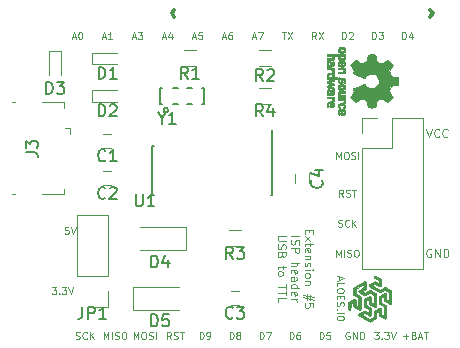
<source format=gto>
G04 #@! TF.FileFunction,Legend,Top*
%FSLAX46Y46*%
G04 Gerber Fmt 4.6, Leading zero omitted, Abs format (unit mm)*
G04 Created by KiCad (PCBNEW 4.0.7-e2-6376~58~ubuntu17.04.1) date Sat Oct 28 19:32:16 2017*
%MOMM*%
%LPD*%
G01*
G04 APERTURE LIST*
%ADD10C,0.100000*%
%ADD11C,0.300000*%
%ADD12C,0.050000*%
%ADD13C,0.120000*%
%ADD14C,0.150000*%
%ADD15C,0.010000*%
%ADD16C,0.203200*%
%ADD17C,0.127000*%
G04 APERTURE END LIST*
D10*
D11*
X168953571Y-96234286D02*
X169167857Y-96520000D01*
X168953571Y-96805715D01*
D10*
X138636429Y-98525000D02*
X138922143Y-98525000D01*
X138579286Y-98696429D02*
X138779286Y-98096429D01*
X138979286Y-98696429D01*
X139293572Y-98096429D02*
X139350715Y-98096429D01*
X139407858Y-98125000D01*
X139436429Y-98153571D01*
X139465000Y-98210714D01*
X139493572Y-98325000D01*
X139493572Y-98467857D01*
X139465000Y-98582143D01*
X139436429Y-98639286D01*
X139407858Y-98667857D01*
X139350715Y-98696429D01*
X139293572Y-98696429D01*
X139236429Y-98667857D01*
X139207858Y-98639286D01*
X139179286Y-98582143D01*
X139150715Y-98467857D01*
X139150715Y-98325000D01*
X139179286Y-98210714D01*
X139207858Y-98153571D01*
X139236429Y-98125000D01*
X139293572Y-98096429D01*
X141176429Y-98525000D02*
X141462143Y-98525000D01*
X141119286Y-98696429D02*
X141319286Y-98096429D01*
X141519286Y-98696429D01*
X142033572Y-98696429D02*
X141690715Y-98696429D01*
X141862143Y-98696429D02*
X141862143Y-98096429D01*
X141805000Y-98182143D01*
X141747858Y-98239286D01*
X141690715Y-98267857D01*
X143716429Y-98525000D02*
X144002143Y-98525000D01*
X143659286Y-98696429D02*
X143859286Y-98096429D01*
X144059286Y-98696429D01*
X144202143Y-98096429D02*
X144573572Y-98096429D01*
X144373572Y-98325000D01*
X144459286Y-98325000D01*
X144516429Y-98353571D01*
X144545000Y-98382143D01*
X144573572Y-98439286D01*
X144573572Y-98582143D01*
X144545000Y-98639286D01*
X144516429Y-98667857D01*
X144459286Y-98696429D01*
X144287858Y-98696429D01*
X144230715Y-98667857D01*
X144202143Y-98639286D01*
X146256429Y-98525000D02*
X146542143Y-98525000D01*
X146199286Y-98696429D02*
X146399286Y-98096429D01*
X146599286Y-98696429D01*
X147056429Y-98296429D02*
X147056429Y-98696429D01*
X146913572Y-98067857D02*
X146770715Y-98496429D01*
X147142143Y-98496429D01*
X148796429Y-98525000D02*
X149082143Y-98525000D01*
X148739286Y-98696429D02*
X148939286Y-98096429D01*
X149139286Y-98696429D01*
X149625000Y-98096429D02*
X149339286Y-98096429D01*
X149310715Y-98382143D01*
X149339286Y-98353571D01*
X149396429Y-98325000D01*
X149539286Y-98325000D01*
X149596429Y-98353571D01*
X149625000Y-98382143D01*
X149653572Y-98439286D01*
X149653572Y-98582143D01*
X149625000Y-98639286D01*
X149596429Y-98667857D01*
X149539286Y-98696429D01*
X149396429Y-98696429D01*
X149339286Y-98667857D01*
X149310715Y-98639286D01*
X151336429Y-98525000D02*
X151622143Y-98525000D01*
X151279286Y-98696429D02*
X151479286Y-98096429D01*
X151679286Y-98696429D01*
X152136429Y-98096429D02*
X152022143Y-98096429D01*
X151965000Y-98125000D01*
X151936429Y-98153571D01*
X151879286Y-98239286D01*
X151850715Y-98353571D01*
X151850715Y-98582143D01*
X151879286Y-98639286D01*
X151907858Y-98667857D01*
X151965000Y-98696429D01*
X152079286Y-98696429D01*
X152136429Y-98667857D01*
X152165000Y-98639286D01*
X152193572Y-98582143D01*
X152193572Y-98439286D01*
X152165000Y-98382143D01*
X152136429Y-98353571D01*
X152079286Y-98325000D01*
X151965000Y-98325000D01*
X151907858Y-98353571D01*
X151879286Y-98382143D01*
X151850715Y-98439286D01*
X153876429Y-98525000D02*
X154162143Y-98525000D01*
X153819286Y-98696429D02*
X154019286Y-98096429D01*
X154219286Y-98696429D01*
X154362143Y-98096429D02*
X154762143Y-98096429D01*
X154505000Y-98696429D01*
X159285000Y-98696429D02*
X159085000Y-98410714D01*
X158942143Y-98696429D02*
X158942143Y-98096429D01*
X159170715Y-98096429D01*
X159227857Y-98125000D01*
X159256429Y-98153571D01*
X159285000Y-98210714D01*
X159285000Y-98296429D01*
X159256429Y-98353571D01*
X159227857Y-98382143D01*
X159170715Y-98410714D01*
X158942143Y-98410714D01*
X159485000Y-98096429D02*
X159885000Y-98696429D01*
X159885000Y-98096429D02*
X159485000Y-98696429D01*
X138928572Y-124067857D02*
X139014286Y-124096429D01*
X139157143Y-124096429D01*
X139214286Y-124067857D01*
X139242857Y-124039286D01*
X139271429Y-123982143D01*
X139271429Y-123925000D01*
X139242857Y-123867857D01*
X139214286Y-123839286D01*
X139157143Y-123810714D01*
X139042857Y-123782143D01*
X138985715Y-123753571D01*
X138957143Y-123725000D01*
X138928572Y-123667857D01*
X138928572Y-123610714D01*
X138957143Y-123553571D01*
X138985715Y-123525000D01*
X139042857Y-123496429D01*
X139185715Y-123496429D01*
X139271429Y-123525000D01*
X139871429Y-124039286D02*
X139842858Y-124067857D01*
X139757144Y-124096429D01*
X139700001Y-124096429D01*
X139614286Y-124067857D01*
X139557144Y-124010714D01*
X139528572Y-123953571D01*
X139500001Y-123839286D01*
X139500001Y-123753571D01*
X139528572Y-123639286D01*
X139557144Y-123582143D01*
X139614286Y-123525000D01*
X139700001Y-123496429D01*
X139757144Y-123496429D01*
X139842858Y-123525000D01*
X139871429Y-123553571D01*
X140128572Y-124096429D02*
X140128572Y-123496429D01*
X140471429Y-124096429D02*
X140214286Y-123753571D01*
X140471429Y-123496429D02*
X140128572Y-123839286D01*
X141297143Y-124096429D02*
X141297143Y-123496429D01*
X141497143Y-123925000D01*
X141697143Y-123496429D01*
X141697143Y-124096429D01*
X141982857Y-124096429D02*
X141982857Y-123496429D01*
X142240000Y-124067857D02*
X142325714Y-124096429D01*
X142468571Y-124096429D01*
X142525714Y-124067857D01*
X142554285Y-124039286D01*
X142582857Y-123982143D01*
X142582857Y-123925000D01*
X142554285Y-123867857D01*
X142525714Y-123839286D01*
X142468571Y-123810714D01*
X142354285Y-123782143D01*
X142297143Y-123753571D01*
X142268571Y-123725000D01*
X142240000Y-123667857D01*
X142240000Y-123610714D01*
X142268571Y-123553571D01*
X142297143Y-123525000D01*
X142354285Y-123496429D01*
X142497143Y-123496429D01*
X142582857Y-123525000D01*
X142954286Y-123496429D02*
X143068572Y-123496429D01*
X143125714Y-123525000D01*
X143182857Y-123582143D01*
X143211429Y-123696429D01*
X143211429Y-123896429D01*
X143182857Y-124010714D01*
X143125714Y-124067857D01*
X143068572Y-124096429D01*
X142954286Y-124096429D01*
X142897143Y-124067857D01*
X142840000Y-124010714D01*
X142811429Y-123896429D01*
X142811429Y-123696429D01*
X142840000Y-123582143D01*
X142897143Y-123525000D01*
X142954286Y-123496429D01*
X143837143Y-124096429D02*
X143837143Y-123496429D01*
X144037143Y-123925000D01*
X144237143Y-123496429D01*
X144237143Y-124096429D01*
X144637143Y-123496429D02*
X144751429Y-123496429D01*
X144808571Y-123525000D01*
X144865714Y-123582143D01*
X144894286Y-123696429D01*
X144894286Y-123896429D01*
X144865714Y-124010714D01*
X144808571Y-124067857D01*
X144751429Y-124096429D01*
X144637143Y-124096429D01*
X144580000Y-124067857D01*
X144522857Y-124010714D01*
X144494286Y-123896429D01*
X144494286Y-123696429D01*
X144522857Y-123582143D01*
X144580000Y-123525000D01*
X144637143Y-123496429D01*
X145122857Y-124067857D02*
X145208571Y-124096429D01*
X145351428Y-124096429D01*
X145408571Y-124067857D01*
X145437142Y-124039286D01*
X145465714Y-123982143D01*
X145465714Y-123925000D01*
X145437142Y-123867857D01*
X145408571Y-123839286D01*
X145351428Y-123810714D01*
X145237142Y-123782143D01*
X145180000Y-123753571D01*
X145151428Y-123725000D01*
X145122857Y-123667857D01*
X145122857Y-123610714D01*
X145151428Y-123553571D01*
X145180000Y-123525000D01*
X145237142Y-123496429D01*
X145380000Y-123496429D01*
X145465714Y-123525000D01*
X145722857Y-124096429D02*
X145722857Y-123496429D01*
X146991428Y-124096429D02*
X146791428Y-123810714D01*
X146648571Y-124096429D02*
X146648571Y-123496429D01*
X146877143Y-123496429D01*
X146934285Y-123525000D01*
X146962857Y-123553571D01*
X146991428Y-123610714D01*
X146991428Y-123696429D01*
X146962857Y-123753571D01*
X146934285Y-123782143D01*
X146877143Y-123810714D01*
X146648571Y-123810714D01*
X147220000Y-124067857D02*
X147305714Y-124096429D01*
X147448571Y-124096429D01*
X147505714Y-124067857D01*
X147534285Y-124039286D01*
X147562857Y-123982143D01*
X147562857Y-123925000D01*
X147534285Y-123867857D01*
X147505714Y-123839286D01*
X147448571Y-123810714D01*
X147334285Y-123782143D01*
X147277143Y-123753571D01*
X147248571Y-123725000D01*
X147220000Y-123667857D01*
X147220000Y-123610714D01*
X147248571Y-123553571D01*
X147277143Y-123525000D01*
X147334285Y-123496429D01*
X147477143Y-123496429D01*
X147562857Y-123525000D01*
X147734286Y-123496429D02*
X148077143Y-123496429D01*
X147905714Y-124096429D02*
X147905714Y-123496429D01*
X166625714Y-123867857D02*
X167082857Y-123867857D01*
X166854286Y-124096429D02*
X166854286Y-123639286D01*
X167568571Y-123782143D02*
X167654285Y-123810714D01*
X167682857Y-123839286D01*
X167711428Y-123896429D01*
X167711428Y-123982143D01*
X167682857Y-124039286D01*
X167654285Y-124067857D01*
X167597143Y-124096429D01*
X167368571Y-124096429D01*
X167368571Y-123496429D01*
X167568571Y-123496429D01*
X167625714Y-123525000D01*
X167654285Y-123553571D01*
X167682857Y-123610714D01*
X167682857Y-123667857D01*
X167654285Y-123725000D01*
X167625714Y-123753571D01*
X167568571Y-123782143D01*
X167368571Y-123782143D01*
X167940000Y-123925000D02*
X168225714Y-123925000D01*
X167882857Y-124096429D02*
X168082857Y-123496429D01*
X168282857Y-124096429D01*
X168397143Y-123496429D02*
X168740000Y-123496429D01*
X168568571Y-124096429D02*
X168568571Y-123496429D01*
X164214285Y-123496429D02*
X164585714Y-123496429D01*
X164385714Y-123725000D01*
X164471428Y-123725000D01*
X164528571Y-123753571D01*
X164557142Y-123782143D01*
X164585714Y-123839286D01*
X164585714Y-123982143D01*
X164557142Y-124039286D01*
X164528571Y-124067857D01*
X164471428Y-124096429D01*
X164300000Y-124096429D01*
X164242857Y-124067857D01*
X164214285Y-124039286D01*
X164842857Y-124039286D02*
X164871429Y-124067857D01*
X164842857Y-124096429D01*
X164814286Y-124067857D01*
X164842857Y-124039286D01*
X164842857Y-124096429D01*
X165071428Y-123496429D02*
X165442857Y-123496429D01*
X165242857Y-123725000D01*
X165328571Y-123725000D01*
X165385714Y-123753571D01*
X165414285Y-123782143D01*
X165442857Y-123839286D01*
X165442857Y-123982143D01*
X165414285Y-124039286D01*
X165385714Y-124067857D01*
X165328571Y-124096429D01*
X165157143Y-124096429D01*
X165100000Y-124067857D01*
X165071428Y-124039286D01*
X165614286Y-123496429D02*
X165814286Y-124096429D01*
X166014286Y-123496429D01*
X162102858Y-123525000D02*
X162045715Y-123496429D01*
X161960001Y-123496429D01*
X161874286Y-123525000D01*
X161817144Y-123582143D01*
X161788572Y-123639286D01*
X161760001Y-123753571D01*
X161760001Y-123839286D01*
X161788572Y-123953571D01*
X161817144Y-124010714D01*
X161874286Y-124067857D01*
X161960001Y-124096429D01*
X162017144Y-124096429D01*
X162102858Y-124067857D01*
X162131429Y-124039286D01*
X162131429Y-123839286D01*
X162017144Y-123839286D01*
X162388572Y-124096429D02*
X162388572Y-123496429D01*
X162731429Y-124096429D01*
X162731429Y-123496429D01*
X163017143Y-124096429D02*
X163017143Y-123496429D01*
X163160000Y-123496429D01*
X163245715Y-123525000D01*
X163302857Y-123582143D01*
X163331429Y-123639286D01*
X163360000Y-123753571D01*
X163360000Y-123839286D01*
X163331429Y-123953571D01*
X163302857Y-124010714D01*
X163245715Y-124067857D01*
X163160000Y-124096429D01*
X163017143Y-124096429D01*
D11*
X147276429Y-96805714D02*
X147062143Y-96520000D01*
X147276429Y-96234285D01*
D12*
X138315714Y-114606429D02*
X138030000Y-114606429D01*
X138001429Y-114892143D01*
X138030000Y-114863571D01*
X138087143Y-114835000D01*
X138230000Y-114835000D01*
X138287143Y-114863571D01*
X138315714Y-114892143D01*
X138344286Y-114949286D01*
X138344286Y-115092143D01*
X138315714Y-115149286D01*
X138287143Y-115177857D01*
X138230000Y-115206429D01*
X138087143Y-115206429D01*
X138030000Y-115177857D01*
X138001429Y-115149286D01*
X138515715Y-114606429D02*
X138715715Y-115206429D01*
X138915715Y-114606429D01*
X136909285Y-119686429D02*
X137280714Y-119686429D01*
X137080714Y-119915000D01*
X137166428Y-119915000D01*
X137223571Y-119943571D01*
X137252142Y-119972143D01*
X137280714Y-120029286D01*
X137280714Y-120172143D01*
X137252142Y-120229286D01*
X137223571Y-120257857D01*
X137166428Y-120286429D01*
X136995000Y-120286429D01*
X136937857Y-120257857D01*
X136909285Y-120229286D01*
X137537857Y-120229286D02*
X137566429Y-120257857D01*
X137537857Y-120286429D01*
X137509286Y-120257857D01*
X137537857Y-120229286D01*
X137537857Y-120286429D01*
X137766428Y-119686429D02*
X138137857Y-119686429D01*
X137937857Y-119915000D01*
X138023571Y-119915000D01*
X138080714Y-119943571D01*
X138109285Y-119972143D01*
X138137857Y-120029286D01*
X138137857Y-120172143D01*
X138109285Y-120229286D01*
X138080714Y-120257857D01*
X138023571Y-120286429D01*
X137852143Y-120286429D01*
X137795000Y-120257857D01*
X137766428Y-120229286D01*
X138309286Y-119686429D02*
X138509286Y-120286429D01*
X138709286Y-119686429D01*
D10*
X161190000Y-118792858D02*
X161190000Y-119078572D01*
X161018571Y-118735715D02*
X161618571Y-118935715D01*
X161018571Y-119135715D01*
X161018571Y-119621429D02*
X161018571Y-119335715D01*
X161618571Y-119335715D01*
X161618571Y-119935715D02*
X161618571Y-120050001D01*
X161590000Y-120107143D01*
X161532857Y-120164286D01*
X161418571Y-120192858D01*
X161218571Y-120192858D01*
X161104286Y-120164286D01*
X161047143Y-120107143D01*
X161018571Y-120050001D01*
X161018571Y-119935715D01*
X161047143Y-119878572D01*
X161104286Y-119821429D01*
X161218571Y-119792858D01*
X161418571Y-119792858D01*
X161532857Y-119821429D01*
X161590000Y-119878572D01*
X161618571Y-119935715D01*
X161332857Y-120450000D02*
X161332857Y-120650000D01*
X161018571Y-120735714D02*
X161018571Y-120450000D01*
X161618571Y-120450000D01*
X161618571Y-120735714D01*
X161047143Y-120964286D02*
X161018571Y-121050000D01*
X161018571Y-121192857D01*
X161047143Y-121250000D01*
X161075714Y-121278571D01*
X161132857Y-121307143D01*
X161190000Y-121307143D01*
X161247143Y-121278571D01*
X161275714Y-121250000D01*
X161304286Y-121192857D01*
X161332857Y-121078571D01*
X161361429Y-121021429D01*
X161390000Y-120992857D01*
X161447143Y-120964286D01*
X161504286Y-120964286D01*
X161561429Y-120992857D01*
X161590000Y-121021429D01*
X161618571Y-121078571D01*
X161618571Y-121221429D01*
X161590000Y-121307143D01*
X161075714Y-121564286D02*
X161047143Y-121592858D01*
X161018571Y-121564286D01*
X161047143Y-121535715D01*
X161075714Y-121564286D01*
X161018571Y-121564286D01*
X161018571Y-121850000D02*
X161618571Y-121850000D01*
X161618571Y-122250000D02*
X161618571Y-122364286D01*
X161590000Y-122421428D01*
X161532857Y-122478571D01*
X161418571Y-122507143D01*
X161218571Y-122507143D01*
X161104286Y-122478571D01*
X161047143Y-122421428D01*
X161018571Y-122364286D01*
X161018571Y-122250000D01*
X161047143Y-122192857D01*
X161104286Y-122135714D01*
X161218571Y-122107143D01*
X161418571Y-122107143D01*
X161532857Y-122135714D01*
X161590000Y-122192857D01*
X161618571Y-122250000D01*
X158680000Y-114826668D02*
X158680000Y-115060001D01*
X158313333Y-115160001D02*
X158313333Y-114826668D01*
X159013333Y-114826668D01*
X159013333Y-115160001D01*
X158313333Y-115393334D02*
X158780000Y-115760001D01*
X158780000Y-115393334D02*
X158313333Y-115760001D01*
X158780000Y-115926668D02*
X158780000Y-116193334D01*
X159013333Y-116026668D02*
X158413333Y-116026668D01*
X158346667Y-116060001D01*
X158313333Y-116126668D01*
X158313333Y-116193334D01*
X158346667Y-116693334D02*
X158313333Y-116626668D01*
X158313333Y-116493334D01*
X158346667Y-116426668D01*
X158413333Y-116393334D01*
X158680000Y-116393334D01*
X158746667Y-116426668D01*
X158780000Y-116493334D01*
X158780000Y-116626668D01*
X158746667Y-116693334D01*
X158680000Y-116726668D01*
X158613333Y-116726668D01*
X158546667Y-116393334D01*
X158780000Y-117026668D02*
X158313333Y-117026668D01*
X158713333Y-117026668D02*
X158746667Y-117060001D01*
X158780000Y-117126668D01*
X158780000Y-117226668D01*
X158746667Y-117293334D01*
X158680000Y-117326668D01*
X158313333Y-117326668D01*
X158346667Y-117626667D02*
X158313333Y-117693334D01*
X158313333Y-117826667D01*
X158346667Y-117893334D01*
X158413333Y-117926667D01*
X158446667Y-117926667D01*
X158513333Y-117893334D01*
X158546667Y-117826667D01*
X158546667Y-117726667D01*
X158580000Y-117660001D01*
X158646667Y-117626667D01*
X158680000Y-117626667D01*
X158746667Y-117660001D01*
X158780000Y-117726667D01*
X158780000Y-117826667D01*
X158746667Y-117893334D01*
X158313333Y-118226668D02*
X158780000Y-118226668D01*
X159013333Y-118226668D02*
X158980000Y-118193334D01*
X158946667Y-118226668D01*
X158980000Y-118260001D01*
X159013333Y-118226668D01*
X158946667Y-118226668D01*
X158313333Y-118660001D02*
X158346667Y-118593334D01*
X158380000Y-118560001D01*
X158446667Y-118526667D01*
X158646667Y-118526667D01*
X158713333Y-118560001D01*
X158746667Y-118593334D01*
X158780000Y-118660001D01*
X158780000Y-118760001D01*
X158746667Y-118826667D01*
X158713333Y-118860001D01*
X158646667Y-118893334D01*
X158446667Y-118893334D01*
X158380000Y-118860001D01*
X158346667Y-118826667D01*
X158313333Y-118760001D01*
X158313333Y-118660001D01*
X158780000Y-119193334D02*
X158313333Y-119193334D01*
X158713333Y-119193334D02*
X158746667Y-119226667D01*
X158780000Y-119293334D01*
X158780000Y-119393334D01*
X158746667Y-119460000D01*
X158680000Y-119493334D01*
X158313333Y-119493334D01*
X158780000Y-120326666D02*
X158780000Y-120826666D01*
X159080000Y-120526666D02*
X158180000Y-120326666D01*
X158480000Y-120760000D02*
X158480000Y-120260000D01*
X158180000Y-120560000D02*
X159080000Y-120760000D01*
X159013333Y-121393333D02*
X159013333Y-121060000D01*
X158680000Y-121026666D01*
X158713333Y-121060000D01*
X158746667Y-121126666D01*
X158746667Y-121293333D01*
X158713333Y-121360000D01*
X158680000Y-121393333D01*
X158613333Y-121426666D01*
X158446667Y-121426666D01*
X158380000Y-121393333D01*
X158346667Y-121360000D01*
X158313333Y-121293333D01*
X158313333Y-121126666D01*
X158346667Y-121060000D01*
X158380000Y-121026666D01*
X157163333Y-115393335D02*
X157863333Y-115393335D01*
X157196667Y-115693334D02*
X157163333Y-115793334D01*
X157163333Y-115960001D01*
X157196667Y-116026668D01*
X157230000Y-116060001D01*
X157296667Y-116093334D01*
X157363333Y-116093334D01*
X157430000Y-116060001D01*
X157463333Y-116026668D01*
X157496667Y-115960001D01*
X157530000Y-115826668D01*
X157563333Y-115760001D01*
X157596667Y-115726668D01*
X157663333Y-115693334D01*
X157730000Y-115693334D01*
X157796667Y-115726668D01*
X157830000Y-115760001D01*
X157863333Y-115826668D01*
X157863333Y-115993334D01*
X157830000Y-116093334D01*
X157163333Y-116393335D02*
X157863333Y-116393335D01*
X157863333Y-116660001D01*
X157830000Y-116726668D01*
X157796667Y-116760001D01*
X157730000Y-116793335D01*
X157630000Y-116793335D01*
X157563333Y-116760001D01*
X157530000Y-116726668D01*
X157496667Y-116660001D01*
X157496667Y-116393335D01*
X157163333Y-117626668D02*
X157863333Y-117626668D01*
X157163333Y-117926668D02*
X157530000Y-117926668D01*
X157596667Y-117893334D01*
X157630000Y-117826668D01*
X157630000Y-117726668D01*
X157596667Y-117660001D01*
X157563333Y-117626668D01*
X157196667Y-118526667D02*
X157163333Y-118460001D01*
X157163333Y-118326667D01*
X157196667Y-118260001D01*
X157263333Y-118226667D01*
X157530000Y-118226667D01*
X157596667Y-118260001D01*
X157630000Y-118326667D01*
X157630000Y-118460001D01*
X157596667Y-118526667D01*
X157530000Y-118560001D01*
X157463333Y-118560001D01*
X157396667Y-118226667D01*
X157163333Y-119160001D02*
X157530000Y-119160001D01*
X157596667Y-119126667D01*
X157630000Y-119060001D01*
X157630000Y-118926667D01*
X157596667Y-118860001D01*
X157196667Y-119160001D02*
X157163333Y-119093334D01*
X157163333Y-118926667D01*
X157196667Y-118860001D01*
X157263333Y-118826667D01*
X157330000Y-118826667D01*
X157396667Y-118860001D01*
X157430000Y-118926667D01*
X157430000Y-119093334D01*
X157463333Y-119160001D01*
X157163333Y-119793334D02*
X157863333Y-119793334D01*
X157196667Y-119793334D02*
X157163333Y-119726667D01*
X157163333Y-119593334D01*
X157196667Y-119526667D01*
X157230000Y-119493334D01*
X157296667Y-119460000D01*
X157496667Y-119460000D01*
X157563333Y-119493334D01*
X157596667Y-119526667D01*
X157630000Y-119593334D01*
X157630000Y-119726667D01*
X157596667Y-119793334D01*
X157196667Y-120393333D02*
X157163333Y-120326667D01*
X157163333Y-120193333D01*
X157196667Y-120126667D01*
X157263333Y-120093333D01*
X157530000Y-120093333D01*
X157596667Y-120126667D01*
X157630000Y-120193333D01*
X157630000Y-120326667D01*
X157596667Y-120393333D01*
X157530000Y-120426667D01*
X157463333Y-120426667D01*
X157396667Y-120093333D01*
X157163333Y-120726667D02*
X157630000Y-120726667D01*
X157496667Y-120726667D02*
X157563333Y-120760000D01*
X157596667Y-120793333D01*
X157630000Y-120860000D01*
X157630000Y-120926667D01*
X156713333Y-115360001D02*
X156146667Y-115360001D01*
X156080000Y-115393334D01*
X156046667Y-115426667D01*
X156013333Y-115493334D01*
X156013333Y-115626667D01*
X156046667Y-115693334D01*
X156080000Y-115726667D01*
X156146667Y-115760001D01*
X156713333Y-115760001D01*
X156046667Y-116060000D02*
X156013333Y-116160000D01*
X156013333Y-116326667D01*
X156046667Y-116393334D01*
X156080000Y-116426667D01*
X156146667Y-116460000D01*
X156213333Y-116460000D01*
X156280000Y-116426667D01*
X156313333Y-116393334D01*
X156346667Y-116326667D01*
X156380000Y-116193334D01*
X156413333Y-116126667D01*
X156446667Y-116093334D01*
X156513333Y-116060000D01*
X156580000Y-116060000D01*
X156646667Y-116093334D01*
X156680000Y-116126667D01*
X156713333Y-116193334D01*
X156713333Y-116360000D01*
X156680000Y-116460000D01*
X156380000Y-116993334D02*
X156346667Y-117093334D01*
X156313333Y-117126667D01*
X156246667Y-117160001D01*
X156146667Y-117160001D01*
X156080000Y-117126667D01*
X156046667Y-117093334D01*
X156013333Y-117026667D01*
X156013333Y-116760001D01*
X156713333Y-116760001D01*
X156713333Y-116993334D01*
X156680000Y-117060001D01*
X156646667Y-117093334D01*
X156580000Y-117126667D01*
X156513333Y-117126667D01*
X156446667Y-117093334D01*
X156413333Y-117060001D01*
X156380000Y-116993334D01*
X156380000Y-116760001D01*
X156480000Y-117893334D02*
X156480000Y-118160000D01*
X156713333Y-117993334D02*
X156113333Y-117993334D01*
X156046667Y-118026667D01*
X156013333Y-118093334D01*
X156013333Y-118160000D01*
X156013333Y-118493334D02*
X156046667Y-118426667D01*
X156080000Y-118393334D01*
X156146667Y-118360000D01*
X156346667Y-118360000D01*
X156413333Y-118393334D01*
X156446667Y-118426667D01*
X156480000Y-118493334D01*
X156480000Y-118593334D01*
X156446667Y-118660000D01*
X156413333Y-118693334D01*
X156346667Y-118726667D01*
X156146667Y-118726667D01*
X156080000Y-118693334D01*
X156046667Y-118660000D01*
X156013333Y-118593334D01*
X156013333Y-118493334D01*
X156713333Y-119460000D02*
X156713333Y-119860000D01*
X156013333Y-119660000D02*
X156713333Y-119660000D01*
X156713333Y-119993333D02*
X156713333Y-120393333D01*
X156013333Y-120193333D02*
X156713333Y-120193333D01*
X156013333Y-120959999D02*
X156013333Y-120626666D01*
X156713333Y-120626666D01*
X156387857Y-98096429D02*
X156730714Y-98096429D01*
X156559285Y-98696429D02*
X156559285Y-98096429D01*
X156873571Y-98096429D02*
X157273571Y-98696429D01*
X157273571Y-98096429D02*
X156873571Y-98696429D01*
X166562143Y-98696429D02*
X166562143Y-98096429D01*
X166705000Y-98096429D01*
X166790715Y-98125000D01*
X166847857Y-98182143D01*
X166876429Y-98239286D01*
X166905000Y-98353571D01*
X166905000Y-98439286D01*
X166876429Y-98553571D01*
X166847857Y-98610714D01*
X166790715Y-98667857D01*
X166705000Y-98696429D01*
X166562143Y-98696429D01*
X167419286Y-98296429D02*
X167419286Y-98696429D01*
X167276429Y-98067857D02*
X167133572Y-98496429D01*
X167505000Y-98496429D01*
X164022143Y-98696429D02*
X164022143Y-98096429D01*
X164165000Y-98096429D01*
X164250715Y-98125000D01*
X164307857Y-98182143D01*
X164336429Y-98239286D01*
X164365000Y-98353571D01*
X164365000Y-98439286D01*
X164336429Y-98553571D01*
X164307857Y-98610714D01*
X164250715Y-98667857D01*
X164165000Y-98696429D01*
X164022143Y-98696429D01*
X164565000Y-98096429D02*
X164936429Y-98096429D01*
X164736429Y-98325000D01*
X164822143Y-98325000D01*
X164879286Y-98353571D01*
X164907857Y-98382143D01*
X164936429Y-98439286D01*
X164936429Y-98582143D01*
X164907857Y-98639286D01*
X164879286Y-98667857D01*
X164822143Y-98696429D01*
X164650715Y-98696429D01*
X164593572Y-98667857D01*
X164565000Y-98639286D01*
X161482143Y-98696429D02*
X161482143Y-98096429D01*
X161625000Y-98096429D01*
X161710715Y-98125000D01*
X161767857Y-98182143D01*
X161796429Y-98239286D01*
X161825000Y-98353571D01*
X161825000Y-98439286D01*
X161796429Y-98553571D01*
X161767857Y-98610714D01*
X161710715Y-98667857D01*
X161625000Y-98696429D01*
X161482143Y-98696429D01*
X162053572Y-98153571D02*
X162082143Y-98125000D01*
X162139286Y-98096429D01*
X162282143Y-98096429D01*
X162339286Y-98125000D01*
X162367857Y-98153571D01*
X162396429Y-98210714D01*
X162396429Y-98267857D01*
X162367857Y-98353571D01*
X162025000Y-98696429D01*
X162396429Y-98696429D01*
X154497143Y-124096429D02*
X154497143Y-123496429D01*
X154640000Y-123496429D01*
X154725715Y-123525000D01*
X154782857Y-123582143D01*
X154811429Y-123639286D01*
X154840000Y-123753571D01*
X154840000Y-123839286D01*
X154811429Y-123953571D01*
X154782857Y-124010714D01*
X154725715Y-124067857D01*
X154640000Y-124096429D01*
X154497143Y-124096429D01*
X155040000Y-123496429D02*
X155440000Y-123496429D01*
X155182857Y-124096429D01*
X157037143Y-124096429D02*
X157037143Y-123496429D01*
X157180000Y-123496429D01*
X157265715Y-123525000D01*
X157322857Y-123582143D01*
X157351429Y-123639286D01*
X157380000Y-123753571D01*
X157380000Y-123839286D01*
X157351429Y-123953571D01*
X157322857Y-124010714D01*
X157265715Y-124067857D01*
X157180000Y-124096429D01*
X157037143Y-124096429D01*
X157894286Y-123496429D02*
X157780000Y-123496429D01*
X157722857Y-123525000D01*
X157694286Y-123553571D01*
X157637143Y-123639286D01*
X157608572Y-123753571D01*
X157608572Y-123982143D01*
X157637143Y-124039286D01*
X157665715Y-124067857D01*
X157722857Y-124096429D01*
X157837143Y-124096429D01*
X157894286Y-124067857D01*
X157922857Y-124039286D01*
X157951429Y-123982143D01*
X157951429Y-123839286D01*
X157922857Y-123782143D01*
X157894286Y-123753571D01*
X157837143Y-123725000D01*
X157722857Y-123725000D01*
X157665715Y-123753571D01*
X157637143Y-123782143D01*
X157608572Y-123839286D01*
D12*
X160982143Y-108856429D02*
X160982143Y-108256429D01*
X161182143Y-108685000D01*
X161382143Y-108256429D01*
X161382143Y-108856429D01*
X161782143Y-108256429D02*
X161896429Y-108256429D01*
X161953571Y-108285000D01*
X162010714Y-108342143D01*
X162039286Y-108456429D01*
X162039286Y-108656429D01*
X162010714Y-108770714D01*
X161953571Y-108827857D01*
X161896429Y-108856429D01*
X161782143Y-108856429D01*
X161725000Y-108827857D01*
X161667857Y-108770714D01*
X161639286Y-108656429D01*
X161639286Y-108456429D01*
X161667857Y-108342143D01*
X161725000Y-108285000D01*
X161782143Y-108256429D01*
X162267857Y-108827857D02*
X162353571Y-108856429D01*
X162496428Y-108856429D01*
X162553571Y-108827857D01*
X162582142Y-108799286D01*
X162610714Y-108742143D01*
X162610714Y-108685000D01*
X162582142Y-108627857D01*
X162553571Y-108599286D01*
X162496428Y-108570714D01*
X162382142Y-108542143D01*
X162325000Y-108513571D01*
X162296428Y-108485000D01*
X162267857Y-108427857D01*
X162267857Y-108370714D01*
X162296428Y-108313571D01*
X162325000Y-108285000D01*
X162382142Y-108256429D01*
X162525000Y-108256429D01*
X162610714Y-108285000D01*
X162867857Y-108856429D02*
X162867857Y-108256429D01*
X161596428Y-112031429D02*
X161396428Y-111745714D01*
X161253571Y-112031429D02*
X161253571Y-111431429D01*
X161482143Y-111431429D01*
X161539285Y-111460000D01*
X161567857Y-111488571D01*
X161596428Y-111545714D01*
X161596428Y-111631429D01*
X161567857Y-111688571D01*
X161539285Y-111717143D01*
X161482143Y-111745714D01*
X161253571Y-111745714D01*
X161825000Y-112002857D02*
X161910714Y-112031429D01*
X162053571Y-112031429D01*
X162110714Y-112002857D01*
X162139285Y-111974286D01*
X162167857Y-111917143D01*
X162167857Y-111860000D01*
X162139285Y-111802857D01*
X162110714Y-111774286D01*
X162053571Y-111745714D01*
X161939285Y-111717143D01*
X161882143Y-111688571D01*
X161853571Y-111660000D01*
X161825000Y-111602857D01*
X161825000Y-111545714D01*
X161853571Y-111488571D01*
X161882143Y-111460000D01*
X161939285Y-111431429D01*
X162082143Y-111431429D01*
X162167857Y-111460000D01*
X162339286Y-111431429D02*
X162682143Y-111431429D01*
X162510714Y-112031429D02*
X162510714Y-111431429D01*
X161153572Y-114542857D02*
X161239286Y-114571429D01*
X161382143Y-114571429D01*
X161439286Y-114542857D01*
X161467857Y-114514286D01*
X161496429Y-114457143D01*
X161496429Y-114400000D01*
X161467857Y-114342857D01*
X161439286Y-114314286D01*
X161382143Y-114285714D01*
X161267857Y-114257143D01*
X161210715Y-114228571D01*
X161182143Y-114200000D01*
X161153572Y-114142857D01*
X161153572Y-114085714D01*
X161182143Y-114028571D01*
X161210715Y-114000000D01*
X161267857Y-113971429D01*
X161410715Y-113971429D01*
X161496429Y-114000000D01*
X162096429Y-114514286D02*
X162067858Y-114542857D01*
X161982144Y-114571429D01*
X161925001Y-114571429D01*
X161839286Y-114542857D01*
X161782144Y-114485714D01*
X161753572Y-114428571D01*
X161725001Y-114314286D01*
X161725001Y-114228571D01*
X161753572Y-114114286D01*
X161782144Y-114057143D01*
X161839286Y-114000000D01*
X161925001Y-113971429D01*
X161982144Y-113971429D01*
X162067858Y-114000000D01*
X162096429Y-114028571D01*
X162353572Y-114571429D02*
X162353572Y-113971429D01*
X162696429Y-114571429D02*
X162439286Y-114228571D01*
X162696429Y-113971429D02*
X162353572Y-114314286D01*
X160982143Y-117111429D02*
X160982143Y-116511429D01*
X161182143Y-116940000D01*
X161382143Y-116511429D01*
X161382143Y-117111429D01*
X161667857Y-117111429D02*
X161667857Y-116511429D01*
X161925000Y-117082857D02*
X162010714Y-117111429D01*
X162153571Y-117111429D01*
X162210714Y-117082857D01*
X162239285Y-117054286D01*
X162267857Y-116997143D01*
X162267857Y-116940000D01*
X162239285Y-116882857D01*
X162210714Y-116854286D01*
X162153571Y-116825714D01*
X162039285Y-116797143D01*
X161982143Y-116768571D01*
X161953571Y-116740000D01*
X161925000Y-116682857D01*
X161925000Y-116625714D01*
X161953571Y-116568571D01*
X161982143Y-116540000D01*
X162039285Y-116511429D01*
X162182143Y-116511429D01*
X162267857Y-116540000D01*
X162639286Y-116511429D02*
X162753572Y-116511429D01*
X162810714Y-116540000D01*
X162867857Y-116597143D01*
X162896429Y-116711429D01*
X162896429Y-116911429D01*
X162867857Y-117025714D01*
X162810714Y-117082857D01*
X162753572Y-117111429D01*
X162639286Y-117111429D01*
X162582143Y-117082857D01*
X162525000Y-117025714D01*
X162496429Y-116911429D01*
X162496429Y-116711429D01*
X162525000Y-116597143D01*
X162582143Y-116540000D01*
X162639286Y-116511429D01*
D10*
X169011667Y-116490000D02*
X168945001Y-116456667D01*
X168845001Y-116456667D01*
X168745001Y-116490000D01*
X168678334Y-116556667D01*
X168645001Y-116623333D01*
X168611667Y-116756667D01*
X168611667Y-116856667D01*
X168645001Y-116990000D01*
X168678334Y-117056667D01*
X168745001Y-117123333D01*
X168845001Y-117156667D01*
X168911667Y-117156667D01*
X169011667Y-117123333D01*
X169045001Y-117090000D01*
X169045001Y-116856667D01*
X168911667Y-116856667D01*
X169345001Y-117156667D02*
X169345001Y-116456667D01*
X169745001Y-117156667D01*
X169745001Y-116456667D01*
X170078334Y-117156667D02*
X170078334Y-116456667D01*
X170245000Y-116456667D01*
X170345000Y-116490000D01*
X170411667Y-116556667D01*
X170445000Y-116623333D01*
X170478334Y-116756667D01*
X170478334Y-116856667D01*
X170445000Y-116990000D01*
X170411667Y-117056667D01*
X170345000Y-117123333D01*
X170245000Y-117156667D01*
X170078334Y-117156667D01*
X168611667Y-106296667D02*
X168845000Y-106996667D01*
X169078333Y-106296667D01*
X169711667Y-106930000D02*
X169678333Y-106963333D01*
X169578333Y-106996667D01*
X169511667Y-106996667D01*
X169411667Y-106963333D01*
X169345000Y-106896667D01*
X169311667Y-106830000D01*
X169278333Y-106696667D01*
X169278333Y-106596667D01*
X169311667Y-106463333D01*
X169345000Y-106396667D01*
X169411667Y-106330000D01*
X169511667Y-106296667D01*
X169578333Y-106296667D01*
X169678333Y-106330000D01*
X169711667Y-106363333D01*
X170411667Y-106930000D02*
X170378333Y-106963333D01*
X170278333Y-106996667D01*
X170211667Y-106996667D01*
X170111667Y-106963333D01*
X170045000Y-106896667D01*
X170011667Y-106830000D01*
X169978333Y-106696667D01*
X169978333Y-106596667D01*
X170011667Y-106463333D01*
X170045000Y-106396667D01*
X170111667Y-106330000D01*
X170211667Y-106296667D01*
X170278333Y-106296667D01*
X170378333Y-106330000D01*
X170411667Y-106363333D01*
X159577143Y-124096429D02*
X159577143Y-123496429D01*
X159720000Y-123496429D01*
X159805715Y-123525000D01*
X159862857Y-123582143D01*
X159891429Y-123639286D01*
X159920000Y-123753571D01*
X159920000Y-123839286D01*
X159891429Y-123953571D01*
X159862857Y-124010714D01*
X159805715Y-124067857D01*
X159720000Y-124096429D01*
X159577143Y-124096429D01*
X160462857Y-123496429D02*
X160177143Y-123496429D01*
X160148572Y-123782143D01*
X160177143Y-123753571D01*
X160234286Y-123725000D01*
X160377143Y-123725000D01*
X160434286Y-123753571D01*
X160462857Y-123782143D01*
X160491429Y-123839286D01*
X160491429Y-123982143D01*
X160462857Y-124039286D01*
X160434286Y-124067857D01*
X160377143Y-124096429D01*
X160234286Y-124096429D01*
X160177143Y-124067857D01*
X160148572Y-124039286D01*
X151957143Y-124096429D02*
X151957143Y-123496429D01*
X152100000Y-123496429D01*
X152185715Y-123525000D01*
X152242857Y-123582143D01*
X152271429Y-123639286D01*
X152300000Y-123753571D01*
X152300000Y-123839286D01*
X152271429Y-123953571D01*
X152242857Y-124010714D01*
X152185715Y-124067857D01*
X152100000Y-124096429D01*
X151957143Y-124096429D01*
X152642857Y-123753571D02*
X152585715Y-123725000D01*
X152557143Y-123696429D01*
X152528572Y-123639286D01*
X152528572Y-123610714D01*
X152557143Y-123553571D01*
X152585715Y-123525000D01*
X152642857Y-123496429D01*
X152757143Y-123496429D01*
X152814286Y-123525000D01*
X152842857Y-123553571D01*
X152871429Y-123610714D01*
X152871429Y-123639286D01*
X152842857Y-123696429D01*
X152814286Y-123725000D01*
X152757143Y-123753571D01*
X152642857Y-123753571D01*
X152585715Y-123782143D01*
X152557143Y-123810714D01*
X152528572Y-123867857D01*
X152528572Y-123982143D01*
X152557143Y-124039286D01*
X152585715Y-124067857D01*
X152642857Y-124096429D01*
X152757143Y-124096429D01*
X152814286Y-124067857D01*
X152842857Y-124039286D01*
X152871429Y-123982143D01*
X152871429Y-123867857D01*
X152842857Y-123810714D01*
X152814286Y-123782143D01*
X152757143Y-123753571D01*
X149417143Y-124096429D02*
X149417143Y-123496429D01*
X149560000Y-123496429D01*
X149645715Y-123525000D01*
X149702857Y-123582143D01*
X149731429Y-123639286D01*
X149760000Y-123753571D01*
X149760000Y-123839286D01*
X149731429Y-123953571D01*
X149702857Y-124010714D01*
X149645715Y-124067857D01*
X149560000Y-124096429D01*
X149417143Y-124096429D01*
X150045715Y-124096429D02*
X150160000Y-124096429D01*
X150217143Y-124067857D01*
X150245715Y-124039286D01*
X150302857Y-123953571D01*
X150331429Y-123839286D01*
X150331429Y-123610714D01*
X150302857Y-123553571D01*
X150274286Y-123525000D01*
X150217143Y-123496429D01*
X150102857Y-123496429D01*
X150045715Y-123525000D01*
X150017143Y-123553571D01*
X149988572Y-123610714D01*
X149988572Y-123753571D01*
X150017143Y-123810714D01*
X150045715Y-123839286D01*
X150102857Y-123867857D01*
X150217143Y-123867857D01*
X150274286Y-123839286D01*
X150302857Y-123810714D01*
X150331429Y-123753571D01*
D13*
X141255000Y-106715000D02*
X141955000Y-106715000D01*
X141955000Y-107915000D02*
X141255000Y-107915000D01*
X141255000Y-109890000D02*
X141955000Y-109890000D01*
X141955000Y-111090000D02*
X141255000Y-111090000D01*
X152750000Y-121250000D02*
X152050000Y-121250000D01*
X152050000Y-120050000D02*
X152750000Y-120050000D01*
X157515000Y-110840000D02*
X157515000Y-110140000D01*
X158715000Y-110140000D02*
X158715000Y-110840000D01*
X140305000Y-99830000D02*
X140305000Y-100830000D01*
X140305000Y-100830000D02*
X142405000Y-100830000D01*
X140305000Y-99830000D02*
X142405000Y-99830000D01*
X140305000Y-103005000D02*
X140305000Y-104005000D01*
X140305000Y-104005000D02*
X142405000Y-104005000D01*
X140305000Y-103005000D02*
X142405000Y-103005000D01*
X137660000Y-99665000D02*
X136660000Y-99665000D01*
X136660000Y-99665000D02*
X136660000Y-101765000D01*
X137660000Y-99665000D02*
X137660000Y-101765000D01*
D14*
X155570000Y-107780000D02*
X155545000Y-107780000D01*
X155570000Y-111930000D02*
X155465000Y-111930000D01*
X145420000Y-111930000D02*
X145525000Y-111930000D01*
X145420000Y-107780000D02*
X145525000Y-107780000D01*
X155570000Y-107780000D02*
X155570000Y-111930000D01*
X145420000Y-107780000D02*
X145420000Y-111930000D01*
X155545000Y-107780000D02*
X155545000Y-106405000D01*
D15*
G36*
X161725816Y-100326241D02*
X161712718Y-100352753D01*
X161689894Y-100385447D01*
X161665004Y-100409275D01*
X161633751Y-100425594D01*
X161591834Y-100435760D01*
X161534956Y-100441128D01*
X161458816Y-100443056D01*
X161426083Y-100443169D01*
X161354344Y-100442839D01*
X161303073Y-100441473D01*
X161267596Y-100438500D01*
X161243237Y-100433351D01*
X161225320Y-100425457D01*
X161213098Y-100417243D01*
X161161095Y-100364813D01*
X161129816Y-100303070D01*
X161120408Y-100236464D01*
X161134020Y-100169442D01*
X161143646Y-100148208D01*
X161170141Y-100097376D01*
X160754948Y-100097376D01*
X160774132Y-100134475D01*
X160788975Y-100183357D01*
X160792778Y-100243439D01*
X160785757Y-100303436D01*
X160769987Y-100348744D01*
X160739953Y-100386325D01*
X160696976Y-100418436D01*
X160692564Y-100420850D01*
X160671779Y-100431033D01*
X160650830Y-100438470D01*
X160625452Y-100443589D01*
X160591382Y-100446819D01*
X160544359Y-100448587D01*
X160480118Y-100449323D01*
X160407824Y-100449456D01*
X160177178Y-100449456D01*
X160177178Y-100311139D01*
X160602467Y-100311139D01*
X160635021Y-100272451D01*
X160661060Y-100232262D01*
X160665795Y-100194203D01*
X160653611Y-100155934D01*
X160641680Y-100135538D01*
X160624687Y-100120358D01*
X160599005Y-100109562D01*
X160561009Y-100102317D01*
X160507074Y-100097792D01*
X160433575Y-100095156D01*
X160384653Y-100094228D01*
X160183465Y-100091089D01*
X160179664Y-100025074D01*
X160175864Y-99959060D01*
X161424350Y-99959060D01*
X161424350Y-100097376D01*
X161354746Y-100100903D01*
X161306431Y-100112785D01*
X161276369Y-100134980D01*
X161261529Y-100169441D01*
X161258564Y-100204258D01*
X161261972Y-100243671D01*
X161275383Y-100269829D01*
X161293104Y-100286186D01*
X161312165Y-100299063D01*
X161333399Y-100306728D01*
X161363151Y-100310139D01*
X161407764Y-100310251D01*
X161445120Y-100309103D01*
X161501396Y-100306468D01*
X161538342Y-100302544D01*
X161561777Y-100295937D01*
X161577520Y-100285251D01*
X161586620Y-100275167D01*
X161606463Y-100233030D01*
X161609668Y-100183160D01*
X161602832Y-100154524D01*
X161578536Y-100126172D01*
X161531272Y-100107391D01*
X161461376Y-100098288D01*
X161424350Y-100097376D01*
X161424350Y-99959060D01*
X161736386Y-99959060D01*
X161736386Y-100028218D01*
X161734744Y-100069740D01*
X161728913Y-100091162D01*
X161717539Y-100097374D01*
X161717202Y-100097376D01*
X161706062Y-100100258D01*
X161707327Y-100112970D01*
X161719567Y-100138243D01*
X161738293Y-100197131D01*
X161740261Y-100263385D01*
X161725816Y-100326241D01*
X161725816Y-100326241D01*
G37*
X161725816Y-100326241D02*
X161712718Y-100352753D01*
X161689894Y-100385447D01*
X161665004Y-100409275D01*
X161633751Y-100425594D01*
X161591834Y-100435760D01*
X161534956Y-100441128D01*
X161458816Y-100443056D01*
X161426083Y-100443169D01*
X161354344Y-100442839D01*
X161303073Y-100441473D01*
X161267596Y-100438500D01*
X161243237Y-100433351D01*
X161225320Y-100425457D01*
X161213098Y-100417243D01*
X161161095Y-100364813D01*
X161129816Y-100303070D01*
X161120408Y-100236464D01*
X161134020Y-100169442D01*
X161143646Y-100148208D01*
X161170141Y-100097376D01*
X160754948Y-100097376D01*
X160774132Y-100134475D01*
X160788975Y-100183357D01*
X160792778Y-100243439D01*
X160785757Y-100303436D01*
X160769987Y-100348744D01*
X160739953Y-100386325D01*
X160696976Y-100418436D01*
X160692564Y-100420850D01*
X160671779Y-100431033D01*
X160650830Y-100438470D01*
X160625452Y-100443589D01*
X160591382Y-100446819D01*
X160544359Y-100448587D01*
X160480118Y-100449323D01*
X160407824Y-100449456D01*
X160177178Y-100449456D01*
X160177178Y-100311139D01*
X160602467Y-100311139D01*
X160635021Y-100272451D01*
X160661060Y-100232262D01*
X160665795Y-100194203D01*
X160653611Y-100155934D01*
X160641680Y-100135538D01*
X160624687Y-100120358D01*
X160599005Y-100109562D01*
X160561009Y-100102317D01*
X160507074Y-100097792D01*
X160433575Y-100095156D01*
X160384653Y-100094228D01*
X160183465Y-100091089D01*
X160179664Y-100025074D01*
X160175864Y-99959060D01*
X161424350Y-99959060D01*
X161424350Y-100097376D01*
X161354746Y-100100903D01*
X161306431Y-100112785D01*
X161276369Y-100134980D01*
X161261529Y-100169441D01*
X161258564Y-100204258D01*
X161261972Y-100243671D01*
X161275383Y-100269829D01*
X161293104Y-100286186D01*
X161312165Y-100299063D01*
X161333399Y-100306728D01*
X161363151Y-100310139D01*
X161407764Y-100310251D01*
X161445120Y-100309103D01*
X161501396Y-100306468D01*
X161538342Y-100302544D01*
X161561777Y-100295937D01*
X161577520Y-100285251D01*
X161586620Y-100275167D01*
X161606463Y-100233030D01*
X161609668Y-100183160D01*
X161602832Y-100154524D01*
X161578536Y-100126172D01*
X161531272Y-100107391D01*
X161461376Y-100098288D01*
X161424350Y-100097376D01*
X161424350Y-99959060D01*
X161736386Y-99959060D01*
X161736386Y-100028218D01*
X161734744Y-100069740D01*
X161728913Y-100091162D01*
X161717539Y-100097374D01*
X161717202Y-100097376D01*
X161706062Y-100100258D01*
X161707327Y-100112970D01*
X161719567Y-100138243D01*
X161738293Y-100197131D01*
X161740261Y-100263385D01*
X161725816Y-100326241D01*
G36*
X160788445Y-100850790D02*
X160772661Y-100909945D01*
X160744052Y-100954977D01*
X160706581Y-100986754D01*
X160690589Y-100996634D01*
X160673837Y-101003927D01*
X160652408Y-101009026D01*
X160622384Y-101012321D01*
X160579846Y-101014203D01*
X160520878Y-101015063D01*
X160441560Y-101015293D01*
X160420516Y-101015297D01*
X160177178Y-101015297D01*
X160177178Y-100954941D01*
X160179874Y-100916443D01*
X160186705Y-100887977D01*
X160190917Y-100880845D01*
X160198187Y-100861348D01*
X160190917Y-100841434D01*
X160181840Y-100808647D01*
X160178187Y-100761022D01*
X160179772Y-100708236D01*
X160186411Y-100659964D01*
X160194928Y-100631782D01*
X160229937Y-100577247D01*
X160278521Y-100543165D01*
X160343118Y-100527843D01*
X160344777Y-100527701D01*
X160373434Y-100529045D01*
X160373434Y-100650644D01*
X160340839Y-100661274D01*
X160322495Y-100678590D01*
X160308621Y-100713348D01*
X160303083Y-100759227D01*
X160305809Y-100806012D01*
X160316726Y-100843486D01*
X160323731Y-100853985D01*
X160356096Y-100872332D01*
X160392889Y-100876980D01*
X160441237Y-100876980D01*
X160441237Y-100807418D01*
X160436150Y-100741333D01*
X160421737Y-100691236D01*
X160399271Y-100660071D01*
X160373434Y-100650644D01*
X160373434Y-100529045D01*
X160415353Y-100531013D01*
X160471155Y-100554290D01*
X160513353Y-100598052D01*
X160517192Y-100604101D01*
X160529691Y-100630093D01*
X160537260Y-100662265D01*
X160540939Y-100707240D01*
X160541784Y-100760669D01*
X160541831Y-100876980D01*
X160590589Y-100876980D01*
X160628419Y-100872047D01*
X160653764Y-100859457D01*
X160655113Y-100857983D01*
X160666200Y-100829966D01*
X160670497Y-100787674D01*
X160668385Y-100740936D01*
X160660244Y-100699582D01*
X160648035Y-100675043D01*
X160638254Y-100661747D01*
X160636387Y-100647706D01*
X160644400Y-100628329D01*
X160664261Y-100599024D01*
X160697937Y-100555197D01*
X160701091Y-100551175D01*
X160712764Y-100553236D01*
X160732178Y-100570432D01*
X160753752Y-100596567D01*
X160771904Y-100625448D01*
X160776191Y-100634522D01*
X160784744Y-100667620D01*
X160790845Y-100716120D01*
X160793292Y-100770305D01*
X160793297Y-100772839D01*
X160788445Y-100850790D01*
X160788445Y-100850790D01*
G37*
X160788445Y-100850790D02*
X160772661Y-100909945D01*
X160744052Y-100954977D01*
X160706581Y-100986754D01*
X160690589Y-100996634D01*
X160673837Y-101003927D01*
X160652408Y-101009026D01*
X160622384Y-101012321D01*
X160579846Y-101014203D01*
X160520878Y-101015063D01*
X160441560Y-101015293D01*
X160420516Y-101015297D01*
X160177178Y-101015297D01*
X160177178Y-100954941D01*
X160179874Y-100916443D01*
X160186705Y-100887977D01*
X160190917Y-100880845D01*
X160198187Y-100861348D01*
X160190917Y-100841434D01*
X160181840Y-100808647D01*
X160178187Y-100761022D01*
X160179772Y-100708236D01*
X160186411Y-100659964D01*
X160194928Y-100631782D01*
X160229937Y-100577247D01*
X160278521Y-100543165D01*
X160343118Y-100527843D01*
X160344777Y-100527701D01*
X160373434Y-100529045D01*
X160373434Y-100650644D01*
X160340839Y-100661274D01*
X160322495Y-100678590D01*
X160308621Y-100713348D01*
X160303083Y-100759227D01*
X160305809Y-100806012D01*
X160316726Y-100843486D01*
X160323731Y-100853985D01*
X160356096Y-100872332D01*
X160392889Y-100876980D01*
X160441237Y-100876980D01*
X160441237Y-100807418D01*
X160436150Y-100741333D01*
X160421737Y-100691236D01*
X160399271Y-100660071D01*
X160373434Y-100650644D01*
X160373434Y-100529045D01*
X160415353Y-100531013D01*
X160471155Y-100554290D01*
X160513353Y-100598052D01*
X160517192Y-100604101D01*
X160529691Y-100630093D01*
X160537260Y-100662265D01*
X160540939Y-100707240D01*
X160541784Y-100760669D01*
X160541831Y-100876980D01*
X160590589Y-100876980D01*
X160628419Y-100872047D01*
X160653764Y-100859457D01*
X160655113Y-100857983D01*
X160666200Y-100829966D01*
X160670497Y-100787674D01*
X160668385Y-100740936D01*
X160660244Y-100699582D01*
X160648035Y-100675043D01*
X160638254Y-100661747D01*
X160636387Y-100647706D01*
X160644400Y-100628329D01*
X160664261Y-100599024D01*
X160697937Y-100555197D01*
X160701091Y-100551175D01*
X160712764Y-100553236D01*
X160732178Y-100570432D01*
X160753752Y-100596567D01*
X160771904Y-100625448D01*
X160776191Y-100634522D01*
X160784744Y-100667620D01*
X160790845Y-100716120D01*
X160793292Y-100770305D01*
X160793297Y-100772839D01*
X160788445Y-100850790D01*
G36*
X160791980Y-101241644D02*
X160786340Y-101260461D01*
X160773947Y-101266527D01*
X160768353Y-101266782D01*
X160752770Y-101267871D01*
X160750324Y-101275368D01*
X160761007Y-101295619D01*
X160768306Y-101307649D01*
X160783937Y-101345600D01*
X160791666Y-101390928D01*
X160792260Y-101438456D01*
X160786487Y-101483005D01*
X160775116Y-101519398D01*
X160758912Y-101542457D01*
X160738645Y-101547004D01*
X160733157Y-101544709D01*
X160710374Y-101527980D01*
X160682353Y-101502037D01*
X160677823Y-101497345D01*
X160656995Y-101472617D01*
X160650265Y-101451282D01*
X160654962Y-101421445D01*
X160658083Y-101409492D01*
X160665579Y-101372295D01*
X160662208Y-101346141D01*
X160650319Y-101324054D01*
X160634365Y-101303822D01*
X160614300Y-101288921D01*
X160586298Y-101278566D01*
X160546533Y-101271971D01*
X160491177Y-101268351D01*
X160416406Y-101266922D01*
X160371260Y-101266782D01*
X160177178Y-101266782D01*
X160177178Y-101141040D01*
X160793317Y-101141040D01*
X160793317Y-101203911D01*
X160791980Y-101241644D01*
X160791980Y-101241644D01*
G37*
X160791980Y-101241644D02*
X160786340Y-101260461D01*
X160773947Y-101266527D01*
X160768353Y-101266782D01*
X160752770Y-101267871D01*
X160750324Y-101275368D01*
X160761007Y-101295619D01*
X160768306Y-101307649D01*
X160783937Y-101345600D01*
X160791666Y-101390928D01*
X160792260Y-101438456D01*
X160786487Y-101483005D01*
X160775116Y-101519398D01*
X160758912Y-101542457D01*
X160738645Y-101547004D01*
X160733157Y-101544709D01*
X160710374Y-101527980D01*
X160682353Y-101502037D01*
X160677823Y-101497345D01*
X160656995Y-101472617D01*
X160650265Y-101451282D01*
X160654962Y-101421445D01*
X160658083Y-101409492D01*
X160665579Y-101372295D01*
X160662208Y-101346141D01*
X160650319Y-101324054D01*
X160634365Y-101303822D01*
X160614300Y-101288921D01*
X160586298Y-101278566D01*
X160546533Y-101271971D01*
X160491177Y-101268351D01*
X160416406Y-101266922D01*
X160371260Y-101266782D01*
X160177178Y-101266782D01*
X160177178Y-101141040D01*
X160793317Y-101141040D01*
X160793317Y-101203911D01*
X160791980Y-101241644D01*
G36*
X160177178Y-102033812D02*
X160177178Y-101964654D01*
X160178355Y-101924512D01*
X160183228Y-101903606D01*
X160193814Y-101896078D01*
X160200971Y-101895495D01*
X160215324Y-101894226D01*
X160218077Y-101886221D01*
X160209229Y-101865185D01*
X160200971Y-101848827D01*
X160181403Y-101786023D01*
X160180271Y-101717752D01*
X160194865Y-101662248D01*
X160230123Y-101610562D01*
X160282165Y-101571162D01*
X160343550Y-101549587D01*
X160346982Y-101549038D01*
X160384429Y-101545833D01*
X160438187Y-101544239D01*
X160478845Y-101544367D01*
X160478845Y-101681721D01*
X160424806Y-101684903D01*
X160380265Y-101692141D01*
X160355112Y-101701940D01*
X160320740Y-101739011D01*
X160308418Y-101783026D01*
X160318382Y-101828416D01*
X160348105Y-101867203D01*
X160368095Y-101881892D01*
X160391950Y-101890481D01*
X160426770Y-101894504D01*
X160479070Y-101895495D01*
X160530861Y-101893722D01*
X160576366Y-101889037D01*
X160606819Y-101882397D01*
X160609548Y-101881290D01*
X160642000Y-101854509D01*
X160659817Y-101815421D01*
X160662694Y-101771685D01*
X160650326Y-101730962D01*
X160622407Y-101700913D01*
X160616852Y-101697796D01*
X160582978Y-101688039D01*
X160534272Y-101682723D01*
X160478845Y-101681721D01*
X160478845Y-101544367D01*
X160499460Y-101544432D01*
X160532437Y-101545336D01*
X160614019Y-101551486D01*
X160675270Y-101564267D01*
X160720551Y-101585529D01*
X160754221Y-101617122D01*
X160773986Y-101647793D01*
X160787880Y-101690646D01*
X160792646Y-101743944D01*
X160788764Y-101798520D01*
X160776718Y-101845208D01*
X160762307Y-101869876D01*
X160739122Y-101895495D01*
X161032227Y-101895495D01*
X161032227Y-102033812D01*
X160177178Y-102033812D01*
X160177178Y-102033812D01*
G37*
X160177178Y-102033812D02*
X160177178Y-101964654D01*
X160178355Y-101924512D01*
X160183228Y-101903606D01*
X160193814Y-101896078D01*
X160200971Y-101895495D01*
X160215324Y-101894226D01*
X160218077Y-101886221D01*
X160209229Y-101865185D01*
X160200971Y-101848827D01*
X160181403Y-101786023D01*
X160180271Y-101717752D01*
X160194865Y-101662248D01*
X160230123Y-101610562D01*
X160282165Y-101571162D01*
X160343550Y-101549587D01*
X160346982Y-101549038D01*
X160384429Y-101545833D01*
X160438187Y-101544239D01*
X160478845Y-101544367D01*
X160478845Y-101681721D01*
X160424806Y-101684903D01*
X160380265Y-101692141D01*
X160355112Y-101701940D01*
X160320740Y-101739011D01*
X160308418Y-101783026D01*
X160318382Y-101828416D01*
X160348105Y-101867203D01*
X160368095Y-101881892D01*
X160391950Y-101890481D01*
X160426770Y-101894504D01*
X160479070Y-101895495D01*
X160530861Y-101893722D01*
X160576366Y-101889037D01*
X160606819Y-101882397D01*
X160609548Y-101881290D01*
X160642000Y-101854509D01*
X160659817Y-101815421D01*
X160662694Y-101771685D01*
X160650326Y-101730962D01*
X160622407Y-101700913D01*
X160616852Y-101697796D01*
X160582978Y-101688039D01*
X160534272Y-101682723D01*
X160478845Y-101681721D01*
X160478845Y-101544367D01*
X160499460Y-101544432D01*
X160532437Y-101545336D01*
X160614019Y-101551486D01*
X160675270Y-101564267D01*
X160720551Y-101585529D01*
X160754221Y-101617122D01*
X160773986Y-101647793D01*
X160787880Y-101690646D01*
X160792646Y-101743944D01*
X160788764Y-101798520D01*
X160776718Y-101845208D01*
X160762307Y-101869876D01*
X160739122Y-101895495D01*
X161032227Y-101895495D01*
X161032227Y-102033812D01*
X160177178Y-102033812D01*
G36*
X160790763Y-102516524D02*
X160787029Y-102566255D01*
X160397227Y-102696291D01*
X160466386Y-102716678D01*
X160509126Y-102728946D01*
X160566885Y-102745085D01*
X160630375Y-102762512D01*
X160664430Y-102771726D01*
X160793317Y-102806388D01*
X160793317Y-102949391D01*
X160658143Y-102906646D01*
X160591658Y-102885596D01*
X160511461Y-102860167D01*
X160427807Y-102833610D01*
X160353218Y-102809902D01*
X160183465Y-102755902D01*
X160179672Y-102697598D01*
X160175878Y-102639295D01*
X160280266Y-102607679D01*
X160345111Y-102588182D01*
X160416600Y-102566904D01*
X160479737Y-102548308D01*
X160482250Y-102547574D01*
X160525031Y-102533684D01*
X160554221Y-102521429D01*
X160565259Y-102512846D01*
X160563982Y-102511082D01*
X160546870Y-102504891D01*
X160510213Y-102493128D01*
X160458622Y-102477225D01*
X160396706Y-102458614D01*
X160362648Y-102448543D01*
X160177178Y-102394007D01*
X160177178Y-102278264D01*
X160469529Y-102185737D01*
X160551538Y-102159744D01*
X160626013Y-102136066D01*
X160689456Y-102115820D01*
X160738368Y-102100126D01*
X160769251Y-102090102D01*
X160778274Y-102087055D01*
X160787513Y-102089467D01*
X160791559Y-102108408D01*
X160791154Y-102147823D01*
X160790848Y-102153993D01*
X160787029Y-102227086D01*
X160610990Y-102274957D01*
X160546789Y-102292553D01*
X160490351Y-102308277D01*
X160446578Y-102320746D01*
X160420370Y-102328574D01*
X160416097Y-102330020D01*
X160421010Y-102336014D01*
X160446468Y-102348101D01*
X160489003Y-102364893D01*
X160545150Y-102385003D01*
X160595870Y-102402003D01*
X160794496Y-102466794D01*
X160790763Y-102516524D01*
X160790763Y-102516524D01*
G37*
X160790763Y-102516524D02*
X160787029Y-102566255D01*
X160397227Y-102696291D01*
X160466386Y-102716678D01*
X160509126Y-102728946D01*
X160566885Y-102745085D01*
X160630375Y-102762512D01*
X160664430Y-102771726D01*
X160793317Y-102806388D01*
X160793317Y-102949391D01*
X160658143Y-102906646D01*
X160591658Y-102885596D01*
X160511461Y-102860167D01*
X160427807Y-102833610D01*
X160353218Y-102809902D01*
X160183465Y-102755902D01*
X160179672Y-102697598D01*
X160175878Y-102639295D01*
X160280266Y-102607679D01*
X160345111Y-102588182D01*
X160416600Y-102566904D01*
X160479737Y-102548308D01*
X160482250Y-102547574D01*
X160525031Y-102533684D01*
X160554221Y-102521429D01*
X160565259Y-102512846D01*
X160563982Y-102511082D01*
X160546870Y-102504891D01*
X160510213Y-102493128D01*
X160458622Y-102477225D01*
X160396706Y-102458614D01*
X160362648Y-102448543D01*
X160177178Y-102394007D01*
X160177178Y-102278264D01*
X160469529Y-102185737D01*
X160551538Y-102159744D01*
X160626013Y-102136066D01*
X160689456Y-102115820D01*
X160738368Y-102100126D01*
X160769251Y-102090102D01*
X160778274Y-102087055D01*
X160787513Y-102089467D01*
X160791559Y-102108408D01*
X160791154Y-102147823D01*
X160790848Y-102153993D01*
X160787029Y-102227086D01*
X160610990Y-102274957D01*
X160546789Y-102292553D01*
X160490351Y-102308277D01*
X160446578Y-102320746D01*
X160420370Y-102328574D01*
X160416097Y-102330020D01*
X160421010Y-102336014D01*
X160446468Y-102348101D01*
X160489003Y-102364893D01*
X160545150Y-102385003D01*
X160595870Y-102402003D01*
X160794496Y-102466794D01*
X160790763Y-102516524D01*
G36*
X160789583Y-103273411D02*
X160776710Y-103326411D01*
X160769890Y-103341731D01*
X160752026Y-103371428D01*
X160731907Y-103394220D01*
X160706038Y-103411083D01*
X160670927Y-103422998D01*
X160623080Y-103430942D01*
X160559004Y-103435894D01*
X160475206Y-103438831D01*
X160419232Y-103439947D01*
X160177178Y-103444052D01*
X160177178Y-103373932D01*
X160178962Y-103331393D01*
X160185058Y-103309476D01*
X160195294Y-103303812D01*
X160206363Y-103300821D01*
X160204246Y-103287451D01*
X160195371Y-103269233D01*
X160181767Y-103223624D01*
X160178101Y-103165007D01*
X160184097Y-103103354D01*
X160199479Y-103048638D01*
X160201614Y-103043730D01*
X160236745Y-102993723D01*
X160285581Y-102960756D01*
X160342667Y-102945587D01*
X160363176Y-102946746D01*
X160363176Y-103070508D01*
X160335575Y-103081413D01*
X160315796Y-103113745D01*
X160305181Y-103165910D01*
X160303772Y-103193787D01*
X160307380Y-103240247D01*
X160321403Y-103271129D01*
X160328069Y-103278664D01*
X160364334Y-103299076D01*
X160397227Y-103303812D01*
X160441237Y-103303812D01*
X160441237Y-103242513D01*
X160437605Y-103171256D01*
X160426182Y-103121276D01*
X160406176Y-103089696D01*
X160397257Y-103082626D01*
X160363176Y-103070508D01*
X160363176Y-102946746D01*
X160402544Y-102948971D01*
X160459756Y-102971663D01*
X160498420Y-103002624D01*
X160515136Y-103021376D01*
X160526122Y-103039733D01*
X160532820Y-103063619D01*
X160536674Y-103098957D01*
X160539127Y-103151669D01*
X160539832Y-103172577D01*
X160544121Y-103303812D01*
X160583842Y-103303620D01*
X160625595Y-103298537D01*
X160650842Y-103280162D01*
X160666970Y-103243039D01*
X160667258Y-103242043D01*
X160673600Y-103189410D01*
X160665316Y-103137906D01*
X160645173Y-103099630D01*
X160635227Y-103084272D01*
X160636603Y-103067730D01*
X160651013Y-103042275D01*
X160661183Y-103027328D01*
X160682912Y-102998091D01*
X160699200Y-102979980D01*
X160703863Y-102977074D01*
X160727995Y-102989040D01*
X160756815Y-103024396D01*
X160766539Y-103039753D01*
X160783286Y-103083901D01*
X160792773Y-103143398D01*
X160794905Y-103209487D01*
X160789583Y-103273411D01*
X160789583Y-103273411D01*
G37*
X160789583Y-103273411D02*
X160776710Y-103326411D01*
X160769890Y-103341731D01*
X160752026Y-103371428D01*
X160731907Y-103394220D01*
X160706038Y-103411083D01*
X160670927Y-103422998D01*
X160623080Y-103430942D01*
X160559004Y-103435894D01*
X160475206Y-103438831D01*
X160419232Y-103439947D01*
X160177178Y-103444052D01*
X160177178Y-103373932D01*
X160178962Y-103331393D01*
X160185058Y-103309476D01*
X160195294Y-103303812D01*
X160206363Y-103300821D01*
X160204246Y-103287451D01*
X160195371Y-103269233D01*
X160181767Y-103223624D01*
X160178101Y-103165007D01*
X160184097Y-103103354D01*
X160199479Y-103048638D01*
X160201614Y-103043730D01*
X160236745Y-102993723D01*
X160285581Y-102960756D01*
X160342667Y-102945587D01*
X160363176Y-102946746D01*
X160363176Y-103070508D01*
X160335575Y-103081413D01*
X160315796Y-103113745D01*
X160305181Y-103165910D01*
X160303772Y-103193787D01*
X160307380Y-103240247D01*
X160321403Y-103271129D01*
X160328069Y-103278664D01*
X160364334Y-103299076D01*
X160397227Y-103303812D01*
X160441237Y-103303812D01*
X160441237Y-103242513D01*
X160437605Y-103171256D01*
X160426182Y-103121276D01*
X160406176Y-103089696D01*
X160397257Y-103082626D01*
X160363176Y-103070508D01*
X160363176Y-102946746D01*
X160402544Y-102948971D01*
X160459756Y-102971663D01*
X160498420Y-103002624D01*
X160515136Y-103021376D01*
X160526122Y-103039733D01*
X160532820Y-103063619D01*
X160536674Y-103098957D01*
X160539127Y-103151669D01*
X160539832Y-103172577D01*
X160544121Y-103303812D01*
X160583842Y-103303620D01*
X160625595Y-103298537D01*
X160650842Y-103280162D01*
X160666970Y-103243039D01*
X160667258Y-103242043D01*
X160673600Y-103189410D01*
X160665316Y-103137906D01*
X160645173Y-103099630D01*
X160635227Y-103084272D01*
X160636603Y-103067730D01*
X160651013Y-103042275D01*
X160661183Y-103027328D01*
X160682912Y-102998091D01*
X160699200Y-102979980D01*
X160703863Y-102977074D01*
X160727995Y-102989040D01*
X160756815Y-103024396D01*
X160766539Y-103039753D01*
X160783286Y-103083901D01*
X160792773Y-103143398D01*
X160794905Y-103209487D01*
X160789583Y-103273411D01*
G36*
X160793514Y-103870255D02*
X160783985Y-103918595D01*
X160769875Y-103946114D01*
X160746432Y-103975064D01*
X160694429Y-103933876D01*
X160662936Y-103908482D01*
X160647572Y-103891238D01*
X160645224Y-103874102D01*
X160652783Y-103849027D01*
X160657059Y-103837257D01*
X160663369Y-103789270D01*
X160649844Y-103745324D01*
X160619290Y-103713060D01*
X160609548Y-103707819D01*
X160583742Y-103702112D01*
X160536183Y-103697706D01*
X160470242Y-103694811D01*
X160389290Y-103693631D01*
X160377774Y-103693614D01*
X160177178Y-103693614D01*
X160177178Y-103555297D01*
X160793317Y-103555297D01*
X160793317Y-103624456D01*
X160792275Y-103664333D01*
X160787642Y-103685107D01*
X160777151Y-103692789D01*
X160767255Y-103693614D01*
X160741194Y-103693614D01*
X160767255Y-103726745D01*
X160785035Y-103764735D01*
X160793826Y-103815770D01*
X160793514Y-103870255D01*
X160793514Y-103870255D01*
G37*
X160793514Y-103870255D02*
X160783985Y-103918595D01*
X160769875Y-103946114D01*
X160746432Y-103975064D01*
X160694429Y-103933876D01*
X160662936Y-103908482D01*
X160647572Y-103891238D01*
X160645224Y-103874102D01*
X160652783Y-103849027D01*
X160657059Y-103837257D01*
X160663369Y-103789270D01*
X160649844Y-103745324D01*
X160619290Y-103713060D01*
X160609548Y-103707819D01*
X160583742Y-103702112D01*
X160536183Y-103697706D01*
X160470242Y-103694811D01*
X160389290Y-103693631D01*
X160377774Y-103693614D01*
X160177178Y-103693614D01*
X160177178Y-103555297D01*
X160793317Y-103555297D01*
X160793317Y-103624456D01*
X160792275Y-103664333D01*
X160787642Y-103685107D01*
X160777151Y-103692789D01*
X160767255Y-103693614D01*
X160741194Y-103693614D01*
X160767255Y-103726745D01*
X160785035Y-103764735D01*
X160793826Y-103815770D01*
X160793514Y-103870255D01*
G36*
X160790030Y-104267581D02*
X160774403Y-104327685D01*
X160742152Y-104378021D01*
X160718060Y-104402393D01*
X160661105Y-104442345D01*
X160595035Y-104465242D01*
X160513818Y-104473108D01*
X160507252Y-104473148D01*
X160441237Y-104473218D01*
X160441237Y-104093264D01*
X160406658Y-104101363D01*
X160375341Y-104115987D01*
X160342709Y-104141581D01*
X160337500Y-104146935D01*
X160309306Y-104192943D01*
X160304525Y-104245410D01*
X160323074Y-104305803D01*
X160328069Y-104316040D01*
X160343255Y-104347439D01*
X160351906Y-104368470D01*
X160352707Y-104372139D01*
X160344937Y-104384948D01*
X160325928Y-104409378D01*
X160315540Y-104421779D01*
X160291679Y-104447476D01*
X160275923Y-104455915D01*
X160261429Y-104450058D01*
X160257466Y-104446928D01*
X160240121Y-104425725D01*
X160219041Y-104390738D01*
X160206735Y-104366337D01*
X160185054Y-104297072D01*
X160178029Y-104220388D01*
X160186353Y-104147765D01*
X160192314Y-104127426D01*
X160226048Y-104064476D01*
X160277955Y-104017815D01*
X160348541Y-103987173D01*
X160438308Y-103972282D01*
X160485247Y-103970647D01*
X160553587Y-103975421D01*
X160553587Y-104095990D01*
X160548535Y-104107652D01*
X160544571Y-104138998D01*
X160542232Y-104184571D01*
X160541831Y-104215446D01*
X160542217Y-104270981D01*
X160544025Y-104306033D01*
X160548227Y-104325262D01*
X160555797Y-104333330D01*
X160566782Y-104334901D01*
X160600619Y-104324121D01*
X160634060Y-104296980D01*
X160659728Y-104261277D01*
X160670228Y-104225560D01*
X160660914Y-104177048D01*
X160633987Y-104135053D01*
X160595173Y-104105936D01*
X160553587Y-104095990D01*
X160553587Y-103975421D01*
X160584764Y-103977599D01*
X160664051Y-103999055D01*
X160723737Y-104035470D01*
X160764451Y-104087297D01*
X160786821Y-104154990D01*
X160791129Y-104191662D01*
X160790030Y-104267581D01*
X160790030Y-104267581D01*
G37*
X160790030Y-104267581D02*
X160774403Y-104327685D01*
X160742152Y-104378021D01*
X160718060Y-104402393D01*
X160661105Y-104442345D01*
X160595035Y-104465242D01*
X160513818Y-104473108D01*
X160507252Y-104473148D01*
X160441237Y-104473218D01*
X160441237Y-104093264D01*
X160406658Y-104101363D01*
X160375341Y-104115987D01*
X160342709Y-104141581D01*
X160337500Y-104146935D01*
X160309306Y-104192943D01*
X160304525Y-104245410D01*
X160323074Y-104305803D01*
X160328069Y-104316040D01*
X160343255Y-104347439D01*
X160351906Y-104368470D01*
X160352707Y-104372139D01*
X160344937Y-104384948D01*
X160325928Y-104409378D01*
X160315540Y-104421779D01*
X160291679Y-104447476D01*
X160275923Y-104455915D01*
X160261429Y-104450058D01*
X160257466Y-104446928D01*
X160240121Y-104425725D01*
X160219041Y-104390738D01*
X160206735Y-104366337D01*
X160185054Y-104297072D01*
X160178029Y-104220388D01*
X160186353Y-104147765D01*
X160192314Y-104127426D01*
X160226048Y-104064476D01*
X160277955Y-104017815D01*
X160348541Y-103987173D01*
X160438308Y-103972282D01*
X160485247Y-103970647D01*
X160553587Y-103975421D01*
X160553587Y-104095990D01*
X160548535Y-104107652D01*
X160544571Y-104138998D01*
X160542232Y-104184571D01*
X160541831Y-104215446D01*
X160542217Y-104270981D01*
X160544025Y-104306033D01*
X160548227Y-104325262D01*
X160555797Y-104333330D01*
X160566782Y-104334901D01*
X160600619Y-104324121D01*
X160634060Y-104296980D01*
X160659728Y-104261277D01*
X160670228Y-104225560D01*
X160660914Y-104177048D01*
X160633987Y-104135053D01*
X160595173Y-104105936D01*
X160553587Y-104095990D01*
X160553587Y-103975421D01*
X160584764Y-103977599D01*
X160664051Y-103999055D01*
X160723737Y-104035470D01*
X160764451Y-104087297D01*
X160786821Y-104154990D01*
X160791129Y-104191662D01*
X160790030Y-104267581D01*
G36*
X161729852Y-99696739D02*
X161700769Y-99762521D01*
X161652207Y-99812460D01*
X161584092Y-99846626D01*
X161496349Y-99865093D01*
X161482649Y-99866417D01*
X161386061Y-99867454D01*
X161301398Y-99854007D01*
X161232779Y-99826892D01*
X161210706Y-99812373D01*
X161163989Y-99761799D01*
X161133732Y-99697391D01*
X161121176Y-99625334D01*
X161127561Y-99551815D01*
X161147228Y-99495928D01*
X161180371Y-99447868D01*
X161223825Y-99408588D01*
X161224842Y-99407908D01*
X161251662Y-99391956D01*
X161278632Y-99381590D01*
X161312668Y-99375312D01*
X161360690Y-99371627D01*
X161400069Y-99370003D01*
X161435781Y-99369328D01*
X161435781Y-99495045D01*
X161400230Y-99496274D01*
X161352906Y-99500734D01*
X161322535Y-99508603D01*
X161300928Y-99522793D01*
X161288306Y-99536083D01*
X161261878Y-99583198D01*
X161258347Y-99632495D01*
X161277361Y-99678407D01*
X161298669Y-99701362D01*
X161320141Y-99717904D01*
X161340687Y-99727579D01*
X161367426Y-99731826D01*
X161407477Y-99732080D01*
X161444362Y-99730772D01*
X161497053Y-99727957D01*
X161531228Y-99723495D01*
X161553520Y-99715452D01*
X161570558Y-99701897D01*
X161580297Y-99691155D01*
X161605877Y-99646223D01*
X161607153Y-99597751D01*
X161592001Y-99557106D01*
X161560358Y-99522433D01*
X161508380Y-99501776D01*
X161435781Y-99495045D01*
X161435781Y-99369328D01*
X161478379Y-99368521D01*
X161536944Y-99371052D01*
X161580993Y-99378638D01*
X161615752Y-99392319D01*
X161646449Y-99413135D01*
X161655564Y-99420853D01*
X161700979Y-99469111D01*
X161727507Y-99520872D01*
X161738621Y-99584172D01*
X161739529Y-99615039D01*
X161729852Y-99696739D01*
X161729852Y-99696739D01*
G37*
X161729852Y-99696739D02*
X161700769Y-99762521D01*
X161652207Y-99812460D01*
X161584092Y-99846626D01*
X161496349Y-99865093D01*
X161482649Y-99866417D01*
X161386061Y-99867454D01*
X161301398Y-99854007D01*
X161232779Y-99826892D01*
X161210706Y-99812373D01*
X161163989Y-99761799D01*
X161133732Y-99697391D01*
X161121176Y-99625334D01*
X161127561Y-99551815D01*
X161147228Y-99495928D01*
X161180371Y-99447868D01*
X161223825Y-99408588D01*
X161224842Y-99407908D01*
X161251662Y-99391956D01*
X161278632Y-99381590D01*
X161312668Y-99375312D01*
X161360690Y-99371627D01*
X161400069Y-99370003D01*
X161435781Y-99369328D01*
X161435781Y-99495045D01*
X161400230Y-99496274D01*
X161352906Y-99500734D01*
X161322535Y-99508603D01*
X161300928Y-99522793D01*
X161288306Y-99536083D01*
X161261878Y-99583198D01*
X161258347Y-99632495D01*
X161277361Y-99678407D01*
X161298669Y-99701362D01*
X161320141Y-99717904D01*
X161340687Y-99727579D01*
X161367426Y-99731826D01*
X161407477Y-99732080D01*
X161444362Y-99730772D01*
X161497053Y-99727957D01*
X161531228Y-99723495D01*
X161553520Y-99715452D01*
X161570558Y-99701897D01*
X161580297Y-99691155D01*
X161605877Y-99646223D01*
X161607153Y-99597751D01*
X161592001Y-99557106D01*
X161560358Y-99522433D01*
X161508380Y-99501776D01*
X161435781Y-99495045D01*
X161435781Y-99369328D01*
X161478379Y-99368521D01*
X161536944Y-99371052D01*
X161580993Y-99378638D01*
X161615752Y-99392319D01*
X161646449Y-99413135D01*
X161655564Y-99420853D01*
X161700979Y-99469111D01*
X161727507Y-99520872D01*
X161738621Y-99584172D01*
X161739529Y-99615039D01*
X161729852Y-99696739D01*
G36*
X161722386Y-100878301D02*
X161716486Y-100890832D01*
X161684717Y-100934201D01*
X161638354Y-100975210D01*
X161587304Y-101005832D01*
X161563834Y-101014541D01*
X161521909Y-101022488D01*
X161471243Y-101027226D01*
X161450321Y-101027801D01*
X161384307Y-101027871D01*
X161384307Y-100647917D01*
X161349727Y-100656017D01*
X161308830Y-100675896D01*
X161273486Y-100710653D01*
X161250718Y-100752002D01*
X161245990Y-100778351D01*
X161251727Y-100814084D01*
X161266118Y-100856718D01*
X161272738Y-100871201D01*
X161299487Y-100924760D01*
X161264624Y-100970467D01*
X161241045Y-100996842D01*
X161221583Y-101010876D01*
X161215871Y-101011586D01*
X161202027Y-100999049D01*
X161180988Y-100971572D01*
X161164575Y-100946634D01*
X161135070Y-100879336D01*
X161121716Y-100803890D01*
X161125188Y-100729112D01*
X161143337Y-100669505D01*
X161182216Y-100608059D01*
X161233405Y-100564392D01*
X161299633Y-100537074D01*
X161383629Y-100524678D01*
X161422064Y-100523579D01*
X161510139Y-100527978D01*
X161512701Y-100528518D01*
X161512701Y-100654418D01*
X161504442Y-100657885D01*
X161499887Y-100672137D01*
X161497935Y-100701530D01*
X161497483Y-100750425D01*
X161497475Y-100769252D01*
X161498157Y-100826533D01*
X161500636Y-100862859D01*
X161505557Y-100882396D01*
X161513566Y-100889310D01*
X161516138Y-100889555D01*
X161536577Y-100881664D01*
X161565211Y-100861915D01*
X161575237Y-100853425D01*
X161603592Y-100821906D01*
X161614741Y-100789051D01*
X161615673Y-100771349D01*
X161604019Y-100723461D01*
X161572715Y-100683301D01*
X161527248Y-100657827D01*
X161525767Y-100657375D01*
X161512701Y-100654418D01*
X161512701Y-100528518D01*
X161579490Y-100542608D01*
X161634975Y-100568962D01*
X161674361Y-100601193D01*
X161717069Y-100660783D01*
X161739891Y-100730832D01*
X161741954Y-100805339D01*
X161722386Y-100878301D01*
X161722386Y-100878301D01*
G37*
X161722386Y-100878301D02*
X161716486Y-100890832D01*
X161684717Y-100934201D01*
X161638354Y-100975210D01*
X161587304Y-101005832D01*
X161563834Y-101014541D01*
X161521909Y-101022488D01*
X161471243Y-101027226D01*
X161450321Y-101027801D01*
X161384307Y-101027871D01*
X161384307Y-100647917D01*
X161349727Y-100656017D01*
X161308830Y-100675896D01*
X161273486Y-100710653D01*
X161250718Y-100752002D01*
X161245990Y-100778351D01*
X161251727Y-100814084D01*
X161266118Y-100856718D01*
X161272738Y-100871201D01*
X161299487Y-100924760D01*
X161264624Y-100970467D01*
X161241045Y-100996842D01*
X161221583Y-101010876D01*
X161215871Y-101011586D01*
X161202027Y-100999049D01*
X161180988Y-100971572D01*
X161164575Y-100946634D01*
X161135070Y-100879336D01*
X161121716Y-100803890D01*
X161125188Y-100729112D01*
X161143337Y-100669505D01*
X161182216Y-100608059D01*
X161233405Y-100564392D01*
X161299633Y-100537074D01*
X161383629Y-100524678D01*
X161422064Y-100523579D01*
X161510139Y-100527978D01*
X161512701Y-100528518D01*
X161512701Y-100654418D01*
X161504442Y-100657885D01*
X161499887Y-100672137D01*
X161497935Y-100701530D01*
X161497483Y-100750425D01*
X161497475Y-100769252D01*
X161498157Y-100826533D01*
X161500636Y-100862859D01*
X161505557Y-100882396D01*
X161513566Y-100889310D01*
X161516138Y-100889555D01*
X161536577Y-100881664D01*
X161565211Y-100861915D01*
X161575237Y-100853425D01*
X161603592Y-100821906D01*
X161614741Y-100789051D01*
X161615673Y-100771349D01*
X161604019Y-100723461D01*
X161572715Y-100683301D01*
X161527248Y-100657827D01*
X161525767Y-100657375D01*
X161512701Y-100654418D01*
X161512701Y-100528518D01*
X161579490Y-100542608D01*
X161634975Y-100568962D01*
X161674361Y-100601193D01*
X161717069Y-100660783D01*
X161739891Y-100730832D01*
X161741954Y-100805339D01*
X161722386Y-100878301D01*
G36*
X161738548Y-102249017D02*
X161729518Y-102296634D01*
X161710630Y-102346034D01*
X161708223Y-102351312D01*
X161688524Y-102388774D01*
X161670219Y-102414717D01*
X161658492Y-102423103D01*
X161639368Y-102415117D01*
X161611150Y-102395720D01*
X161600616Y-102387110D01*
X161559153Y-102351628D01*
X161586142Y-102305885D01*
X161604122Y-102262350D01*
X161613733Y-102212050D01*
X161614340Y-102163812D01*
X161605309Y-102126467D01*
X161599673Y-102117505D01*
X161573829Y-102100437D01*
X161544059Y-102098363D01*
X161520803Y-102111134D01*
X161516292Y-102118688D01*
X161510691Y-102141325D01*
X161504108Y-102181115D01*
X161497817Y-102230166D01*
X161496830Y-102239215D01*
X161483202Y-102317996D01*
X161460054Y-102375136D01*
X161425248Y-102413030D01*
X161376646Y-102434079D01*
X161317282Y-102440635D01*
X161249802Y-102431577D01*
X161196812Y-102402164D01*
X161158217Y-102352278D01*
X161133919Y-102281800D01*
X161124333Y-102203565D01*
X161124448Y-102139766D01*
X161133155Y-102088016D01*
X161145175Y-102052673D01*
X161166120Y-102008017D01*
X161190426Y-101966747D01*
X161201124Y-101952079D01*
X161231916Y-101914357D01*
X161277951Y-101959852D01*
X161323987Y-102005347D01*
X161289757Y-102057072D01*
X161264048Y-102108952D01*
X161250601Y-102164351D01*
X161249182Y-102217605D01*
X161259557Y-102263049D01*
X161281493Y-102295016D01*
X161300002Y-102305338D01*
X161329686Y-102303789D01*
X161352385Y-102278140D01*
X161368060Y-102228460D01*
X161375305Y-102174031D01*
X161389127Y-102090264D01*
X161415204Y-102028033D01*
X161454301Y-101986507D01*
X161507180Y-101964853D01*
X161569874Y-101961853D01*
X161635358Y-101976671D01*
X161684856Y-102010454D01*
X161718592Y-102063505D01*
X161736793Y-102136126D01*
X161740361Y-102189928D01*
X161738548Y-102249017D01*
X161738548Y-102249017D01*
G37*
X161738548Y-102249017D02*
X161729518Y-102296634D01*
X161710630Y-102346034D01*
X161708223Y-102351312D01*
X161688524Y-102388774D01*
X161670219Y-102414717D01*
X161658492Y-102423103D01*
X161639368Y-102415117D01*
X161611150Y-102395720D01*
X161600616Y-102387110D01*
X161559153Y-102351628D01*
X161586142Y-102305885D01*
X161604122Y-102262350D01*
X161613733Y-102212050D01*
X161614340Y-102163812D01*
X161605309Y-102126467D01*
X161599673Y-102117505D01*
X161573829Y-102100437D01*
X161544059Y-102098363D01*
X161520803Y-102111134D01*
X161516292Y-102118688D01*
X161510691Y-102141325D01*
X161504108Y-102181115D01*
X161497817Y-102230166D01*
X161496830Y-102239215D01*
X161483202Y-102317996D01*
X161460054Y-102375136D01*
X161425248Y-102413030D01*
X161376646Y-102434079D01*
X161317282Y-102440635D01*
X161249802Y-102431577D01*
X161196812Y-102402164D01*
X161158217Y-102352278D01*
X161133919Y-102281800D01*
X161124333Y-102203565D01*
X161124448Y-102139766D01*
X161133155Y-102088016D01*
X161145175Y-102052673D01*
X161166120Y-102008017D01*
X161190426Y-101966747D01*
X161201124Y-101952079D01*
X161231916Y-101914357D01*
X161277951Y-101959852D01*
X161323987Y-102005347D01*
X161289757Y-102057072D01*
X161264048Y-102108952D01*
X161250601Y-102164351D01*
X161249182Y-102217605D01*
X161259557Y-102263049D01*
X161281493Y-102295016D01*
X161300002Y-102305338D01*
X161329686Y-102303789D01*
X161352385Y-102278140D01*
X161368060Y-102228460D01*
X161375305Y-102174031D01*
X161389127Y-102090264D01*
X161415204Y-102028033D01*
X161454301Y-101986507D01*
X161507180Y-101964853D01*
X161569874Y-101961853D01*
X161635358Y-101976671D01*
X161684856Y-102010454D01*
X161718592Y-102063505D01*
X161736793Y-102136126D01*
X161740361Y-102189928D01*
X161738548Y-102249017D01*
G36*
X161728945Y-102845762D02*
X161694308Y-102909363D01*
X161639628Y-102959123D01*
X161595158Y-102982568D01*
X161555879Y-102992634D01*
X161499884Y-102999156D01*
X161435379Y-103001951D01*
X161370571Y-103000836D01*
X161313666Y-102995626D01*
X161283273Y-102989541D01*
X161241694Y-102969014D01*
X161197532Y-102933463D01*
X161158913Y-102890619D01*
X161133966Y-102848211D01*
X161133570Y-102847177D01*
X161122669Y-102794553D01*
X161122399Y-102732188D01*
X161132324Y-102672924D01*
X161140278Y-102650040D01*
X161173700Y-102591102D01*
X161217489Y-102548890D01*
X161275462Y-102521156D01*
X161351435Y-102505651D01*
X161391229Y-102502143D01*
X161441234Y-102502590D01*
X161441234Y-102637376D01*
X161368268Y-102641917D01*
X161312666Y-102654986D01*
X161277139Y-102675756D01*
X161266980Y-102690552D01*
X161259896Y-102728464D01*
X161261993Y-102773527D01*
X161272188Y-102812487D01*
X161277796Y-102822704D01*
X161310462Y-102849659D01*
X161360455Y-102867451D01*
X161421295Y-102875024D01*
X161486503Y-102871325D01*
X161525747Y-102863057D01*
X161571195Y-102839320D01*
X161599604Y-102801849D01*
X161609427Y-102756720D01*
X161599113Y-102710011D01*
X161573888Y-102674132D01*
X161553075Y-102655277D01*
X161532561Y-102644272D01*
X161504797Y-102639026D01*
X161462238Y-102637449D01*
X161441234Y-102637376D01*
X161441234Y-102502590D01*
X161497420Y-102503094D01*
X161584499Y-102520388D01*
X161652470Y-102554029D01*
X161701336Y-102604018D01*
X161731101Y-102670356D01*
X161734552Y-102684601D01*
X161742655Y-102770210D01*
X161728945Y-102845762D01*
X161728945Y-102845762D01*
G37*
X161728945Y-102845762D02*
X161694308Y-102909363D01*
X161639628Y-102959123D01*
X161595158Y-102982568D01*
X161555879Y-102992634D01*
X161499884Y-102999156D01*
X161435379Y-103001951D01*
X161370571Y-103000836D01*
X161313666Y-102995626D01*
X161283273Y-102989541D01*
X161241694Y-102969014D01*
X161197532Y-102933463D01*
X161158913Y-102890619D01*
X161133966Y-102848211D01*
X161133570Y-102847177D01*
X161122669Y-102794553D01*
X161122399Y-102732188D01*
X161132324Y-102672924D01*
X161140278Y-102650040D01*
X161173700Y-102591102D01*
X161217489Y-102548890D01*
X161275462Y-102521156D01*
X161351435Y-102505651D01*
X161391229Y-102502143D01*
X161441234Y-102502590D01*
X161441234Y-102637376D01*
X161368268Y-102641917D01*
X161312666Y-102654986D01*
X161277139Y-102675756D01*
X161266980Y-102690552D01*
X161259896Y-102728464D01*
X161261993Y-102773527D01*
X161272188Y-102812487D01*
X161277796Y-102822704D01*
X161310462Y-102849659D01*
X161360455Y-102867451D01*
X161421295Y-102875024D01*
X161486503Y-102871325D01*
X161525747Y-102863057D01*
X161571195Y-102839320D01*
X161599604Y-102801849D01*
X161609427Y-102756720D01*
X161599113Y-102710011D01*
X161573888Y-102674132D01*
X161553075Y-102655277D01*
X161532561Y-102644272D01*
X161504797Y-102639026D01*
X161462238Y-102637449D01*
X161441234Y-102637376D01*
X161441234Y-102502590D01*
X161497420Y-102503094D01*
X161584499Y-102520388D01*
X161652470Y-102554029D01*
X161701336Y-102604018D01*
X161731101Y-102670356D01*
X161734552Y-102684601D01*
X161742655Y-102770210D01*
X161728945Y-102845762D01*
G36*
X161540658Y-103228367D02*
X161448437Y-103229555D01*
X161378390Y-103233897D01*
X161327619Y-103242558D01*
X161293228Y-103256704D01*
X161272321Y-103277500D01*
X161262000Y-103306110D01*
X161259364Y-103341535D01*
X161262318Y-103378636D01*
X161273111Y-103406818D01*
X161294640Y-103427243D01*
X161329801Y-103441079D01*
X161381490Y-103449491D01*
X161452606Y-103453643D01*
X161540658Y-103454703D01*
X161736386Y-103454703D01*
X161736386Y-103593020D01*
X161132821Y-103593020D01*
X161132821Y-103523862D01*
X161134511Y-103482170D01*
X161140444Y-103460701D01*
X161151707Y-103454703D01*
X161161739Y-103451091D01*
X161159617Y-103436714D01*
X161145420Y-103407736D01*
X161123520Y-103341319D01*
X161125072Y-103270875D01*
X161148853Y-103203377D01*
X161167638Y-103171233D01*
X161187978Y-103146715D01*
X161213427Y-103128804D01*
X161247542Y-103116479D01*
X161293879Y-103108723D01*
X161355993Y-103104516D01*
X161437439Y-103102840D01*
X161500422Y-103102624D01*
X161736386Y-103102624D01*
X161736386Y-103228367D01*
X161540658Y-103228367D01*
X161540658Y-103228367D01*
G37*
X161540658Y-103228367D02*
X161448437Y-103229555D01*
X161378390Y-103233897D01*
X161327619Y-103242558D01*
X161293228Y-103256704D01*
X161272321Y-103277500D01*
X161262000Y-103306110D01*
X161259364Y-103341535D01*
X161262318Y-103378636D01*
X161273111Y-103406818D01*
X161294640Y-103427243D01*
X161329801Y-103441079D01*
X161381490Y-103449491D01*
X161452606Y-103453643D01*
X161540658Y-103454703D01*
X161736386Y-103454703D01*
X161736386Y-103593020D01*
X161132821Y-103593020D01*
X161132821Y-103523862D01*
X161134511Y-103482170D01*
X161140444Y-103460701D01*
X161151707Y-103454703D01*
X161161739Y-103451091D01*
X161159617Y-103436714D01*
X161145420Y-103407736D01*
X161123520Y-103341319D01*
X161125072Y-103270875D01*
X161148853Y-103203377D01*
X161167638Y-103171233D01*
X161187978Y-103146715D01*
X161213427Y-103128804D01*
X161247542Y-103116479D01*
X161293879Y-103108723D01*
X161355993Y-103104516D01*
X161437439Y-103102840D01*
X161500422Y-103102624D01*
X161736386Y-103102624D01*
X161736386Y-103228367D01*
X161540658Y-103228367D01*
G36*
X161731120Y-104452226D02*
X161700170Y-104525080D01*
X161685105Y-104548027D01*
X161661952Y-104577354D01*
X161643747Y-104595764D01*
X161637817Y-104598961D01*
X161624660Y-104589935D01*
X161602333Y-104566837D01*
X161586750Y-104548344D01*
X161546074Y-104497728D01*
X161579705Y-104457760D01*
X161601416Y-104426874D01*
X161608910Y-104396759D01*
X161607080Y-104362292D01*
X161593472Y-104307561D01*
X161565228Y-104269886D01*
X161519567Y-104246991D01*
X161453711Y-104236597D01*
X161453669Y-104236595D01*
X161380061Y-104237494D01*
X161326054Y-104251463D01*
X161289284Y-104279328D01*
X161276832Y-104298325D01*
X161261327Y-104348776D01*
X161261317Y-104402663D01*
X161276362Y-104449546D01*
X161283713Y-104460644D01*
X161302489Y-104488476D01*
X161305566Y-104510236D01*
X161291591Y-104533704D01*
X161266490Y-104559649D01*
X161224120Y-104600716D01*
X161186536Y-104555121D01*
X161144118Y-104484674D01*
X161123215Y-104405233D01*
X161124728Y-104322215D01*
X161138589Y-104267694D01*
X161172865Y-104203970D01*
X161226788Y-104153005D01*
X161264851Y-104129851D01*
X161319464Y-104111099D01*
X161388631Y-104101715D01*
X161463593Y-104101643D01*
X161535591Y-104110824D01*
X161595863Y-104129199D01*
X161602042Y-104132093D01*
X161662649Y-104174952D01*
X161706776Y-104232979D01*
X161733507Y-104301591D01*
X161741927Y-104376201D01*
X161731120Y-104452226D01*
X161731120Y-104452226D01*
G37*
X161731120Y-104452226D02*
X161700170Y-104525080D01*
X161685105Y-104548027D01*
X161661952Y-104577354D01*
X161643747Y-104595764D01*
X161637817Y-104598961D01*
X161624660Y-104589935D01*
X161602333Y-104566837D01*
X161586750Y-104548344D01*
X161546074Y-104497728D01*
X161579705Y-104457760D01*
X161601416Y-104426874D01*
X161608910Y-104396759D01*
X161607080Y-104362292D01*
X161593472Y-104307561D01*
X161565228Y-104269886D01*
X161519567Y-104246991D01*
X161453711Y-104236597D01*
X161453669Y-104236595D01*
X161380061Y-104237494D01*
X161326054Y-104251463D01*
X161289284Y-104279328D01*
X161276832Y-104298325D01*
X161261327Y-104348776D01*
X161261317Y-104402663D01*
X161276362Y-104449546D01*
X161283713Y-104460644D01*
X161302489Y-104488476D01*
X161305566Y-104510236D01*
X161291591Y-104533704D01*
X161266490Y-104559649D01*
X161224120Y-104600716D01*
X161186536Y-104555121D01*
X161144118Y-104484674D01*
X161123215Y-104405233D01*
X161124728Y-104322215D01*
X161138589Y-104267694D01*
X161172865Y-104203970D01*
X161226788Y-104153005D01*
X161264851Y-104129851D01*
X161319464Y-104111099D01*
X161388631Y-104101715D01*
X161463593Y-104101643D01*
X161535591Y-104110824D01*
X161595863Y-104129199D01*
X161602042Y-104132093D01*
X161662649Y-104174952D01*
X161706776Y-104232979D01*
X161733507Y-104301591D01*
X161741927Y-104376201D01*
X161731120Y-104452226D01*
G36*
X161738543Y-104912898D02*
X161730721Y-104945096D01*
X161702079Y-105006825D01*
X161658333Y-105059610D01*
X161605883Y-105096141D01*
X161594107Y-105101160D01*
X161563260Y-105108045D01*
X161517629Y-105112864D01*
X161471508Y-105114505D01*
X161384307Y-105114505D01*
X161384307Y-104932178D01*
X161384022Y-104856979D01*
X161382296Y-104804003D01*
X161377819Y-104770325D01*
X161369280Y-104753020D01*
X161355370Y-104749163D01*
X161334778Y-104755829D01*
X161310685Y-104767770D01*
X161270475Y-104801080D01*
X161250442Y-104847368D01*
X161251095Y-104903944D01*
X161272899Y-104968031D01*
X161299807Y-105023417D01*
X161263468Y-105069375D01*
X161227128Y-105115333D01*
X161187181Y-105072096D01*
X161149437Y-105014374D01*
X161126680Y-104943386D01*
X161120312Y-104867029D01*
X161131732Y-104793199D01*
X161135607Y-104781287D01*
X161169494Y-104716399D01*
X161220014Y-104668130D01*
X161288675Y-104635465D01*
X161376986Y-104617385D01*
X161378879Y-104617175D01*
X161475122Y-104615556D01*
X161509458Y-104622100D01*
X161509458Y-104749852D01*
X161504178Y-104761584D01*
X161500133Y-104793438D01*
X161497824Y-104840397D01*
X161497475Y-104870154D01*
X161497694Y-104925648D01*
X161499084Y-104960346D01*
X161502749Y-104978601D01*
X161509790Y-104984766D01*
X161521310Y-104983195D01*
X161525767Y-104981878D01*
X161567645Y-104959382D01*
X161601396Y-104924003D01*
X161616227Y-104892780D01*
X161615332Y-104851301D01*
X161596836Y-104809269D01*
X161566214Y-104774012D01*
X161528938Y-104752854D01*
X161509458Y-104749852D01*
X161509458Y-104622100D01*
X161559771Y-104631690D01*
X161630809Y-104663698D01*
X161686221Y-104709701D01*
X161723991Y-104767821D01*
X161742104Y-104836180D01*
X161738543Y-104912898D01*
X161738543Y-104912898D01*
G37*
X161738543Y-104912898D02*
X161730721Y-104945096D01*
X161702079Y-105006825D01*
X161658333Y-105059610D01*
X161605883Y-105096141D01*
X161594107Y-105101160D01*
X161563260Y-105108045D01*
X161517629Y-105112864D01*
X161471508Y-105114505D01*
X161384307Y-105114505D01*
X161384307Y-104932178D01*
X161384022Y-104856979D01*
X161382296Y-104804003D01*
X161377819Y-104770325D01*
X161369280Y-104753020D01*
X161355370Y-104749163D01*
X161334778Y-104755829D01*
X161310685Y-104767770D01*
X161270475Y-104801080D01*
X161250442Y-104847368D01*
X161251095Y-104903944D01*
X161272899Y-104968031D01*
X161299807Y-105023417D01*
X161263468Y-105069375D01*
X161227128Y-105115333D01*
X161187181Y-105072096D01*
X161149437Y-105014374D01*
X161126680Y-104943386D01*
X161120312Y-104867029D01*
X161131732Y-104793199D01*
X161135607Y-104781287D01*
X161169494Y-104716399D01*
X161220014Y-104668130D01*
X161288675Y-104635465D01*
X161376986Y-104617385D01*
X161378879Y-104617175D01*
X161475122Y-104615556D01*
X161509458Y-104622100D01*
X161509458Y-104749852D01*
X161504178Y-104761584D01*
X161500133Y-104793438D01*
X161497824Y-104840397D01*
X161497475Y-104870154D01*
X161497694Y-104925648D01*
X161499084Y-104960346D01*
X161502749Y-104978601D01*
X161509790Y-104984766D01*
X161521310Y-104983195D01*
X161525767Y-104981878D01*
X161567645Y-104959382D01*
X161601396Y-104924003D01*
X161616227Y-104892780D01*
X161615332Y-104851301D01*
X161596836Y-104809269D01*
X161566214Y-104774012D01*
X161528938Y-104752854D01*
X161509458Y-104749852D01*
X161509458Y-104622100D01*
X161559771Y-104631690D01*
X161630809Y-104663698D01*
X161686221Y-104709701D01*
X161723991Y-104767821D01*
X161742104Y-104836180D01*
X161738543Y-104912898D01*
G36*
X161725998Y-101480988D02*
X161711050Y-101512283D01*
X161689459Y-101542591D01*
X161664609Y-101565682D01*
X161632913Y-101582500D01*
X161590786Y-101593994D01*
X161534642Y-101601109D01*
X161460894Y-101604793D01*
X161365956Y-101605992D01*
X161356015Y-101606011D01*
X161132821Y-101606287D01*
X161132821Y-101467970D01*
X161338582Y-101467970D01*
X161414811Y-101467872D01*
X161470061Y-101467191D01*
X161508499Y-101465349D01*
X161534294Y-101461767D01*
X161551616Y-101455868D01*
X161564632Y-101447073D01*
X161577493Y-101434820D01*
X161605127Y-101391953D01*
X161610255Y-101345157D01*
X161592783Y-101300576D01*
X161579779Y-101285072D01*
X161567553Y-101273690D01*
X161554460Y-101265519D01*
X161536385Y-101260026D01*
X161509213Y-101256680D01*
X161468830Y-101254949D01*
X161411121Y-101254303D01*
X161340868Y-101254208D01*
X161132821Y-101254208D01*
X161132821Y-101115891D01*
X161736386Y-101115891D01*
X161736386Y-101185050D01*
X161734744Y-101226572D01*
X161728913Y-101247994D01*
X161717539Y-101254205D01*
X161717202Y-101254208D01*
X161706062Y-101257090D01*
X161707326Y-101269801D01*
X161719566Y-101295074D01*
X161737576Y-101352395D01*
X161739579Y-101417963D01*
X161725998Y-101480988D01*
X161725998Y-101480988D01*
G37*
X161725998Y-101480988D02*
X161711050Y-101512283D01*
X161689459Y-101542591D01*
X161664609Y-101565682D01*
X161632913Y-101582500D01*
X161590786Y-101593994D01*
X161534642Y-101601109D01*
X161460894Y-101604793D01*
X161365956Y-101605992D01*
X161356015Y-101606011D01*
X161132821Y-101606287D01*
X161132821Y-101467970D01*
X161338582Y-101467970D01*
X161414811Y-101467872D01*
X161470061Y-101467191D01*
X161508499Y-101465349D01*
X161534294Y-101461767D01*
X161551616Y-101455868D01*
X161564632Y-101447073D01*
X161577493Y-101434820D01*
X161605127Y-101391953D01*
X161610255Y-101345157D01*
X161592783Y-101300576D01*
X161579779Y-101285072D01*
X161567553Y-101273690D01*
X161554460Y-101265519D01*
X161536385Y-101260026D01*
X161509213Y-101256680D01*
X161468830Y-101254949D01*
X161411121Y-101254303D01*
X161340868Y-101254208D01*
X161132821Y-101254208D01*
X161132821Y-101115891D01*
X161736386Y-101115891D01*
X161736386Y-101185050D01*
X161734744Y-101226572D01*
X161728913Y-101247994D01*
X161717539Y-101254205D01*
X161717202Y-101254208D01*
X161706062Y-101257090D01*
X161707326Y-101269801D01*
X161719566Y-101295074D01*
X161737576Y-101352395D01*
X161739579Y-101417963D01*
X161725998Y-101480988D01*
G36*
X161736970Y-104034460D02*
X161723755Y-104077711D01*
X161707059Y-104105558D01*
X161693855Y-104114629D01*
X161678203Y-104112132D01*
X161653615Y-104095931D01*
X161636200Y-104082232D01*
X161604717Y-104053992D01*
X161591471Y-104032775D01*
X161592336Y-104014688D01*
X161605990Y-103961035D01*
X161605370Y-103921630D01*
X161589896Y-103889632D01*
X161580839Y-103878890D01*
X161548973Y-103844505D01*
X161132821Y-103844505D01*
X161132821Y-103706188D01*
X161736386Y-103706188D01*
X161736386Y-103775347D01*
X161734744Y-103816869D01*
X161728913Y-103838291D01*
X161717539Y-103844502D01*
X161717202Y-103844505D01*
X161705287Y-103847439D01*
X161706841Y-103860704D01*
X161715437Y-103879084D01*
X161731432Y-103917046D01*
X161741055Y-103947872D01*
X161743522Y-103987536D01*
X161736970Y-104034460D01*
X161736970Y-104034460D01*
G37*
X161736970Y-104034460D02*
X161723755Y-104077711D01*
X161707059Y-104105558D01*
X161693855Y-104114629D01*
X161678203Y-104112132D01*
X161653615Y-104095931D01*
X161636200Y-104082232D01*
X161604717Y-104053992D01*
X161591471Y-104032775D01*
X161592336Y-104014688D01*
X161605990Y-103961035D01*
X161605370Y-103921630D01*
X161589896Y-103889632D01*
X161580839Y-103878890D01*
X161548973Y-103844505D01*
X161132821Y-103844505D01*
X161132821Y-103706188D01*
X161736386Y-103706188D01*
X161736386Y-103775347D01*
X161734744Y-103816869D01*
X161728913Y-103838291D01*
X161717539Y-103844502D01*
X161717202Y-103844505D01*
X161705287Y-103847439D01*
X161706841Y-103860704D01*
X161715437Y-103879084D01*
X161731432Y-103917046D01*
X161741055Y-103947872D01*
X161743522Y-103987536D01*
X161736970Y-104034460D01*
G36*
X165904982Y-102611964D02*
X165603430Y-102668812D01*
X165430488Y-103088338D01*
X165601605Y-103339984D01*
X165649250Y-103410458D01*
X165691790Y-103474163D01*
X165727285Y-103528126D01*
X165753790Y-103569373D01*
X165769364Y-103594934D01*
X165772722Y-103601895D01*
X165764086Y-103614435D01*
X165740208Y-103641231D01*
X165704141Y-103679280D01*
X165658933Y-103725579D01*
X165607636Y-103777123D01*
X165553299Y-103830909D01*
X165498972Y-103883935D01*
X165447705Y-103933195D01*
X165402549Y-103975687D01*
X165366554Y-104008407D01*
X165342770Y-104028351D01*
X165334810Y-104033119D01*
X165320135Y-104026257D01*
X165287986Y-104007020D01*
X165241508Y-103977430D01*
X165183844Y-103939510D01*
X165118140Y-103895282D01*
X165080664Y-103869654D01*
X165012232Y-103822941D01*
X164950480Y-103781432D01*
X164898481Y-103747140D01*
X164859308Y-103722080D01*
X164836035Y-103708264D01*
X164831145Y-103706188D01*
X164817245Y-103710895D01*
X164784850Y-103723723D01*
X164738515Y-103742738D01*
X164682794Y-103766003D01*
X164622242Y-103791584D01*
X164561414Y-103817545D01*
X164504864Y-103841950D01*
X164457148Y-103862863D01*
X164422819Y-103878349D01*
X164406432Y-103886472D01*
X164405788Y-103886952D01*
X164402659Y-103899707D01*
X164395679Y-103933677D01*
X164385533Y-103985340D01*
X164372908Y-104051176D01*
X164358491Y-104127664D01*
X164350177Y-104172290D01*
X164334616Y-104254021D01*
X164319808Y-104327843D01*
X164306564Y-104390021D01*
X164295695Y-104436822D01*
X164288011Y-104464509D01*
X164285573Y-104470074D01*
X164269070Y-104475526D01*
X164231800Y-104479924D01*
X164178120Y-104483272D01*
X164112388Y-104485574D01*
X164038963Y-104486832D01*
X163962204Y-104487048D01*
X163886468Y-104486227D01*
X163816114Y-104484371D01*
X163755500Y-104481482D01*
X163708984Y-104477565D01*
X163680925Y-104472622D01*
X163675084Y-104469657D01*
X163668083Y-104451934D01*
X163658073Y-104414381D01*
X163646231Y-104361964D01*
X163633733Y-104299652D01*
X163629690Y-104277900D01*
X163610480Y-104173024D01*
X163595009Y-104090180D01*
X163582663Y-104026630D01*
X163572827Y-103979637D01*
X163564886Y-103946463D01*
X163558224Y-103924371D01*
X163552227Y-103910624D01*
X163546281Y-103902484D01*
X163545106Y-103901345D01*
X163526174Y-103889977D01*
X163489331Y-103872635D01*
X163439087Y-103851050D01*
X163379954Y-103826954D01*
X163316444Y-103802079D01*
X163253068Y-103778157D01*
X163194338Y-103756919D01*
X163144765Y-103740097D01*
X163108861Y-103729422D01*
X163091138Y-103726627D01*
X163090517Y-103726860D01*
X163076030Y-103736331D01*
X163044156Y-103757818D01*
X162998211Y-103789063D01*
X162941515Y-103827807D01*
X162877383Y-103871793D01*
X162859158Y-103884319D01*
X162793086Y-103928984D01*
X162732800Y-103968288D01*
X162681765Y-104000088D01*
X162643440Y-104022245D01*
X162621289Y-104032617D01*
X162618568Y-104033119D01*
X162604264Y-104024405D01*
X162575928Y-104000325D01*
X162536604Y-103963976D01*
X162489339Y-103918453D01*
X162437177Y-103866852D01*
X162383165Y-103812267D01*
X162330347Y-103757794D01*
X162281769Y-103706529D01*
X162240477Y-103661567D01*
X162209515Y-103626004D01*
X162191930Y-103602935D01*
X162189059Y-103596554D01*
X162195822Y-103581699D01*
X162214061Y-103551286D01*
X162240703Y-103510268D01*
X162262148Y-103478709D01*
X162301497Y-103421525D01*
X162347829Y-103353806D01*
X162394087Y-103285880D01*
X162418845Y-103249361D01*
X162502453Y-103125752D01*
X162446350Y-103021991D01*
X162421772Y-102974720D01*
X162402669Y-102934523D01*
X162391773Y-102907326D01*
X162390257Y-102900402D01*
X162401451Y-102892077D01*
X162433083Y-102875654D01*
X162482235Y-102852357D01*
X162545990Y-102823414D01*
X162621429Y-102790050D01*
X162705636Y-102753491D01*
X162795692Y-102714964D01*
X162888679Y-102675694D01*
X162981680Y-102636908D01*
X163071777Y-102599830D01*
X163156052Y-102565689D01*
X163231587Y-102535708D01*
X163295466Y-102511116D01*
X163344769Y-102493136D01*
X163376579Y-102482997D01*
X163387504Y-102481366D01*
X163401439Y-102494291D01*
X163424060Y-102522589D01*
X163450667Y-102560346D01*
X163452772Y-102563515D01*
X163530886Y-102661100D01*
X163622018Y-102739786D01*
X163723255Y-102798891D01*
X163831682Y-102837732D01*
X163944386Y-102855628D01*
X164058452Y-102851897D01*
X164170966Y-102825857D01*
X164279015Y-102776825D01*
X164302655Y-102762400D01*
X164398113Y-102687369D01*
X164474768Y-102598730D01*
X164532220Y-102499549D01*
X164570071Y-102392895D01*
X164587922Y-102281836D01*
X164585375Y-102169439D01*
X164562030Y-102058773D01*
X164517490Y-101952906D01*
X164451355Y-101854905D01*
X164424513Y-101824590D01*
X164340488Y-101747438D01*
X164252034Y-101691218D01*
X164152885Y-101652653D01*
X164054697Y-101631174D01*
X163944303Y-101625872D01*
X163833360Y-101643552D01*
X163725619Y-101682419D01*
X163624831Y-101740677D01*
X163534744Y-101816531D01*
X163459108Y-101908183D01*
X163451136Y-101920228D01*
X163425026Y-101958389D01*
X163402405Y-101987399D01*
X163387961Y-102001268D01*
X163387504Y-102001469D01*
X163371879Y-101998492D01*
X163336418Y-101986689D01*
X163284038Y-101967286D01*
X163217655Y-101941512D01*
X163140186Y-101910591D01*
X163054550Y-101875751D01*
X162963663Y-101838217D01*
X162870441Y-101799217D01*
X162777803Y-101759977D01*
X162688665Y-101721724D01*
X162605945Y-101685683D01*
X162532559Y-101653083D01*
X162471425Y-101625148D01*
X162425459Y-101603105D01*
X162397579Y-101588182D01*
X162390257Y-101582172D01*
X162395959Y-101563809D01*
X162411251Y-101529448D01*
X162433401Y-101485016D01*
X162446350Y-101460583D01*
X162502453Y-101356822D01*
X162418845Y-101233213D01*
X162376013Y-101170114D01*
X162328878Y-101101030D01*
X162284497Y-101036293D01*
X162262148Y-101003866D01*
X162231523Y-100958259D01*
X162207253Y-100919640D01*
X162192413Y-100893048D01*
X162189276Y-100884410D01*
X162197739Y-100871839D01*
X162221364Y-100844016D01*
X162257698Y-100803639D01*
X162304289Y-100753405D01*
X162358683Y-100696012D01*
X162393608Y-100659714D01*
X162456004Y-100596210D01*
X162511812Y-100541327D01*
X162558646Y-100497286D01*
X162594118Y-100466305D01*
X162615839Y-100450602D01*
X162620248Y-100449095D01*
X162637015Y-100456086D01*
X162670918Y-100475406D01*
X162718524Y-100504909D01*
X162776401Y-100542455D01*
X162841116Y-100585900D01*
X162859158Y-100598255D01*
X162924733Y-100643273D01*
X162983772Y-100683660D01*
X163032958Y-100717160D01*
X163068972Y-100741514D01*
X163088498Y-100754464D01*
X163090517Y-100755715D01*
X163106078Y-100753844D01*
X163140291Y-100743913D01*
X163188645Y-100727653D01*
X163246629Y-100706795D01*
X163309730Y-100683073D01*
X163373437Y-100658216D01*
X163433239Y-100633958D01*
X163484624Y-100612029D01*
X163523081Y-100594162D01*
X163544098Y-100582087D01*
X163545106Y-100581229D01*
X163551112Y-100573846D01*
X163557052Y-100561375D01*
X163563540Y-100541080D01*
X163571191Y-100510222D01*
X163580620Y-100466066D01*
X163592441Y-100405874D01*
X163607271Y-100326907D01*
X163625723Y-100226430D01*
X163629690Y-100204675D01*
X163642147Y-100140198D01*
X163654334Y-100083989D01*
X163665074Y-100041013D01*
X163673191Y-100016240D01*
X163675084Y-100012918D01*
X163691862Y-100007444D01*
X163729355Y-100002994D01*
X163783206Y-99999572D01*
X163849056Y-99997181D01*
X163922547Y-99995823D01*
X163999320Y-99995501D01*
X164075017Y-99996219D01*
X164145280Y-99997979D01*
X164205750Y-100000784D01*
X164252070Y-100004638D01*
X164279881Y-100009543D01*
X164285573Y-100012500D01*
X164291314Y-100028963D01*
X164300655Y-100066449D01*
X164312785Y-100121225D01*
X164326893Y-100189555D01*
X164342170Y-100267706D01*
X164350177Y-100310284D01*
X164365279Y-100391071D01*
X164378960Y-100463113D01*
X164390533Y-100522889D01*
X164399313Y-100566879D01*
X164404613Y-100591561D01*
X164405788Y-100595623D01*
X164419035Y-100602489D01*
X164450943Y-100617002D01*
X164496953Y-100637229D01*
X164552508Y-100661234D01*
X164613047Y-100687082D01*
X164674014Y-100712840D01*
X164730849Y-100736573D01*
X164778994Y-100756346D01*
X164813890Y-100770224D01*
X164830979Y-100776274D01*
X164831726Y-100776386D01*
X164845207Y-100769528D01*
X164876230Y-100750302D01*
X164921711Y-100720728D01*
X164978568Y-100682827D01*
X165043717Y-100638620D01*
X165081138Y-100612921D01*
X165149753Y-100566093D01*
X165212048Y-100524501D01*
X165264871Y-100490175D01*
X165305073Y-100465143D01*
X165329500Y-100451435D01*
X165334976Y-100449456D01*
X165347722Y-100457966D01*
X165374937Y-100481493D01*
X165413572Y-100517032D01*
X165460577Y-100561577D01*
X165512905Y-100612123D01*
X165567505Y-100665664D01*
X165621330Y-100719195D01*
X165671330Y-100769711D01*
X165714457Y-100814206D01*
X165747661Y-100849675D01*
X165767894Y-100873113D01*
X165772722Y-100880954D01*
X165765933Y-100893720D01*
X165746858Y-100924256D01*
X165717439Y-100969590D01*
X165679619Y-101026756D01*
X165635339Y-101092784D01*
X165601605Y-101142590D01*
X165430488Y-101394236D01*
X165516959Y-101603999D01*
X165603430Y-101813763D01*
X165904982Y-101870611D01*
X166206534Y-101927460D01*
X166206534Y-102555115D01*
X165904982Y-102611964D01*
X165904982Y-102611964D01*
G37*
X165904982Y-102611964D02*
X165603430Y-102668812D01*
X165430488Y-103088338D01*
X165601605Y-103339984D01*
X165649250Y-103410458D01*
X165691790Y-103474163D01*
X165727285Y-103528126D01*
X165753790Y-103569373D01*
X165769364Y-103594934D01*
X165772722Y-103601895D01*
X165764086Y-103614435D01*
X165740208Y-103641231D01*
X165704141Y-103679280D01*
X165658933Y-103725579D01*
X165607636Y-103777123D01*
X165553299Y-103830909D01*
X165498972Y-103883935D01*
X165447705Y-103933195D01*
X165402549Y-103975687D01*
X165366554Y-104008407D01*
X165342770Y-104028351D01*
X165334810Y-104033119D01*
X165320135Y-104026257D01*
X165287986Y-104007020D01*
X165241508Y-103977430D01*
X165183844Y-103939510D01*
X165118140Y-103895282D01*
X165080664Y-103869654D01*
X165012232Y-103822941D01*
X164950480Y-103781432D01*
X164898481Y-103747140D01*
X164859308Y-103722080D01*
X164836035Y-103708264D01*
X164831145Y-103706188D01*
X164817245Y-103710895D01*
X164784850Y-103723723D01*
X164738515Y-103742738D01*
X164682794Y-103766003D01*
X164622242Y-103791584D01*
X164561414Y-103817545D01*
X164504864Y-103841950D01*
X164457148Y-103862863D01*
X164422819Y-103878349D01*
X164406432Y-103886472D01*
X164405788Y-103886952D01*
X164402659Y-103899707D01*
X164395679Y-103933677D01*
X164385533Y-103985340D01*
X164372908Y-104051176D01*
X164358491Y-104127664D01*
X164350177Y-104172290D01*
X164334616Y-104254021D01*
X164319808Y-104327843D01*
X164306564Y-104390021D01*
X164295695Y-104436822D01*
X164288011Y-104464509D01*
X164285573Y-104470074D01*
X164269070Y-104475526D01*
X164231800Y-104479924D01*
X164178120Y-104483272D01*
X164112388Y-104485574D01*
X164038963Y-104486832D01*
X163962204Y-104487048D01*
X163886468Y-104486227D01*
X163816114Y-104484371D01*
X163755500Y-104481482D01*
X163708984Y-104477565D01*
X163680925Y-104472622D01*
X163675084Y-104469657D01*
X163668083Y-104451934D01*
X163658073Y-104414381D01*
X163646231Y-104361964D01*
X163633733Y-104299652D01*
X163629690Y-104277900D01*
X163610480Y-104173024D01*
X163595009Y-104090180D01*
X163582663Y-104026630D01*
X163572827Y-103979637D01*
X163564886Y-103946463D01*
X163558224Y-103924371D01*
X163552227Y-103910624D01*
X163546281Y-103902484D01*
X163545106Y-103901345D01*
X163526174Y-103889977D01*
X163489331Y-103872635D01*
X163439087Y-103851050D01*
X163379954Y-103826954D01*
X163316444Y-103802079D01*
X163253068Y-103778157D01*
X163194338Y-103756919D01*
X163144765Y-103740097D01*
X163108861Y-103729422D01*
X163091138Y-103726627D01*
X163090517Y-103726860D01*
X163076030Y-103736331D01*
X163044156Y-103757818D01*
X162998211Y-103789063D01*
X162941515Y-103827807D01*
X162877383Y-103871793D01*
X162859158Y-103884319D01*
X162793086Y-103928984D01*
X162732800Y-103968288D01*
X162681765Y-104000088D01*
X162643440Y-104022245D01*
X162621289Y-104032617D01*
X162618568Y-104033119D01*
X162604264Y-104024405D01*
X162575928Y-104000325D01*
X162536604Y-103963976D01*
X162489339Y-103918453D01*
X162437177Y-103866852D01*
X162383165Y-103812267D01*
X162330347Y-103757794D01*
X162281769Y-103706529D01*
X162240477Y-103661567D01*
X162209515Y-103626004D01*
X162191930Y-103602935D01*
X162189059Y-103596554D01*
X162195822Y-103581699D01*
X162214061Y-103551286D01*
X162240703Y-103510268D01*
X162262148Y-103478709D01*
X162301497Y-103421525D01*
X162347829Y-103353806D01*
X162394087Y-103285880D01*
X162418845Y-103249361D01*
X162502453Y-103125752D01*
X162446350Y-103021991D01*
X162421772Y-102974720D01*
X162402669Y-102934523D01*
X162391773Y-102907326D01*
X162390257Y-102900402D01*
X162401451Y-102892077D01*
X162433083Y-102875654D01*
X162482235Y-102852357D01*
X162545990Y-102823414D01*
X162621429Y-102790050D01*
X162705636Y-102753491D01*
X162795692Y-102714964D01*
X162888679Y-102675694D01*
X162981680Y-102636908D01*
X163071777Y-102599830D01*
X163156052Y-102565689D01*
X163231587Y-102535708D01*
X163295466Y-102511116D01*
X163344769Y-102493136D01*
X163376579Y-102482997D01*
X163387504Y-102481366D01*
X163401439Y-102494291D01*
X163424060Y-102522589D01*
X163450667Y-102560346D01*
X163452772Y-102563515D01*
X163530886Y-102661100D01*
X163622018Y-102739786D01*
X163723255Y-102798891D01*
X163831682Y-102837732D01*
X163944386Y-102855628D01*
X164058452Y-102851897D01*
X164170966Y-102825857D01*
X164279015Y-102776825D01*
X164302655Y-102762400D01*
X164398113Y-102687369D01*
X164474768Y-102598730D01*
X164532220Y-102499549D01*
X164570071Y-102392895D01*
X164587922Y-102281836D01*
X164585375Y-102169439D01*
X164562030Y-102058773D01*
X164517490Y-101952906D01*
X164451355Y-101854905D01*
X164424513Y-101824590D01*
X164340488Y-101747438D01*
X164252034Y-101691218D01*
X164152885Y-101652653D01*
X164054697Y-101631174D01*
X163944303Y-101625872D01*
X163833360Y-101643552D01*
X163725619Y-101682419D01*
X163624831Y-101740677D01*
X163534744Y-101816531D01*
X163459108Y-101908183D01*
X163451136Y-101920228D01*
X163425026Y-101958389D01*
X163402405Y-101987399D01*
X163387961Y-102001268D01*
X163387504Y-102001469D01*
X163371879Y-101998492D01*
X163336418Y-101986689D01*
X163284038Y-101967286D01*
X163217655Y-101941512D01*
X163140186Y-101910591D01*
X163054550Y-101875751D01*
X162963663Y-101838217D01*
X162870441Y-101799217D01*
X162777803Y-101759977D01*
X162688665Y-101721724D01*
X162605945Y-101685683D01*
X162532559Y-101653083D01*
X162471425Y-101625148D01*
X162425459Y-101603105D01*
X162397579Y-101588182D01*
X162390257Y-101582172D01*
X162395959Y-101563809D01*
X162411251Y-101529448D01*
X162433401Y-101485016D01*
X162446350Y-101460583D01*
X162502453Y-101356822D01*
X162418845Y-101233213D01*
X162376013Y-101170114D01*
X162328878Y-101101030D01*
X162284497Y-101036293D01*
X162262148Y-101003866D01*
X162231523Y-100958259D01*
X162207253Y-100919640D01*
X162192413Y-100893048D01*
X162189276Y-100884410D01*
X162197739Y-100871839D01*
X162221364Y-100844016D01*
X162257698Y-100803639D01*
X162304289Y-100753405D01*
X162358683Y-100696012D01*
X162393608Y-100659714D01*
X162456004Y-100596210D01*
X162511812Y-100541327D01*
X162558646Y-100497286D01*
X162594118Y-100466305D01*
X162615839Y-100450602D01*
X162620248Y-100449095D01*
X162637015Y-100456086D01*
X162670918Y-100475406D01*
X162718524Y-100504909D01*
X162776401Y-100542455D01*
X162841116Y-100585900D01*
X162859158Y-100598255D01*
X162924733Y-100643273D01*
X162983772Y-100683660D01*
X163032958Y-100717160D01*
X163068972Y-100741514D01*
X163088498Y-100754464D01*
X163090517Y-100755715D01*
X163106078Y-100753844D01*
X163140291Y-100743913D01*
X163188645Y-100727653D01*
X163246629Y-100706795D01*
X163309730Y-100683073D01*
X163373437Y-100658216D01*
X163433239Y-100633958D01*
X163484624Y-100612029D01*
X163523081Y-100594162D01*
X163544098Y-100582087D01*
X163545106Y-100581229D01*
X163551112Y-100573846D01*
X163557052Y-100561375D01*
X163563540Y-100541080D01*
X163571191Y-100510222D01*
X163580620Y-100466066D01*
X163592441Y-100405874D01*
X163607271Y-100326907D01*
X163625723Y-100226430D01*
X163629690Y-100204675D01*
X163642147Y-100140198D01*
X163654334Y-100083989D01*
X163665074Y-100041013D01*
X163673191Y-100016240D01*
X163675084Y-100012918D01*
X163691862Y-100007444D01*
X163729355Y-100002994D01*
X163783206Y-99999572D01*
X163849056Y-99997181D01*
X163922547Y-99995823D01*
X163999320Y-99995501D01*
X164075017Y-99996219D01*
X164145280Y-99997979D01*
X164205750Y-100000784D01*
X164252070Y-100004638D01*
X164279881Y-100009543D01*
X164285573Y-100012500D01*
X164291314Y-100028963D01*
X164300655Y-100066449D01*
X164312785Y-100121225D01*
X164326893Y-100189555D01*
X164342170Y-100267706D01*
X164350177Y-100310284D01*
X164365279Y-100391071D01*
X164378960Y-100463113D01*
X164390533Y-100522889D01*
X164399313Y-100566879D01*
X164404613Y-100591561D01*
X164405788Y-100595623D01*
X164419035Y-100602489D01*
X164450943Y-100617002D01*
X164496953Y-100637229D01*
X164552508Y-100661234D01*
X164613047Y-100687082D01*
X164674014Y-100712840D01*
X164730849Y-100736573D01*
X164778994Y-100756346D01*
X164813890Y-100770224D01*
X164830979Y-100776274D01*
X164831726Y-100776386D01*
X164845207Y-100769528D01*
X164876230Y-100750302D01*
X164921711Y-100720728D01*
X164978568Y-100682827D01*
X165043717Y-100638620D01*
X165081138Y-100612921D01*
X165149753Y-100566093D01*
X165212048Y-100524501D01*
X165264871Y-100490175D01*
X165305073Y-100465143D01*
X165329500Y-100451435D01*
X165334976Y-100449456D01*
X165347722Y-100457966D01*
X165374937Y-100481493D01*
X165413572Y-100517032D01*
X165460577Y-100561577D01*
X165512905Y-100612123D01*
X165567505Y-100665664D01*
X165621330Y-100719195D01*
X165671330Y-100769711D01*
X165714457Y-100814206D01*
X165747661Y-100849675D01*
X165767894Y-100873113D01*
X165772722Y-100880954D01*
X165765933Y-100893720D01*
X165746858Y-100924256D01*
X165717439Y-100969590D01*
X165679619Y-101026756D01*
X165635339Y-101092784D01*
X165601605Y-101142590D01*
X165430488Y-101394236D01*
X165516959Y-101603999D01*
X165603430Y-101813763D01*
X165904982Y-101870611D01*
X166206534Y-101927460D01*
X166206534Y-102555115D01*
X165904982Y-102611964D01*
D13*
X137905000Y-104050000D02*
X137905000Y-104500000D01*
X136055000Y-104050000D02*
X137905000Y-104050000D01*
X133505000Y-111850000D02*
X133755000Y-111850000D01*
X133505000Y-104050000D02*
X133755000Y-104050000D01*
X136055000Y-111850000D02*
X137905000Y-111850000D01*
X137905000Y-111850000D02*
X137905000Y-111400000D01*
X138455000Y-106250000D02*
X138455000Y-106700000D01*
X138455000Y-106250000D02*
X138005000Y-106250000D01*
X163135000Y-118170000D02*
X168335000Y-118170000D01*
X163135000Y-107950000D02*
X163135000Y-118170000D01*
X168335000Y-105350000D02*
X168335000Y-118170000D01*
X163135000Y-107950000D02*
X165735000Y-107950000D01*
X165735000Y-107950000D02*
X165735000Y-105350000D01*
X165735000Y-105350000D02*
X168335000Y-105350000D01*
X163135000Y-106680000D02*
X163135000Y-105350000D01*
X163135000Y-105350000D02*
X164465000Y-105350000D01*
D15*
G36*
X165624874Y-120640055D02*
X165624780Y-120731325D01*
X165624581Y-120808284D01*
X165624240Y-120872242D01*
X165623716Y-120924511D01*
X165622973Y-120966401D01*
X165621972Y-120999224D01*
X165620675Y-121024291D01*
X165619043Y-121042912D01*
X165617038Y-121056399D01*
X165614621Y-121066062D01*
X165611755Y-121073213D01*
X165608970Y-121078242D01*
X165583360Y-121105972D01*
X165550607Y-121120062D01*
X165514557Y-121118969D01*
X165510338Y-121117789D01*
X165494051Y-121110767D01*
X165465909Y-121096474D01*
X165428215Y-121076244D01*
X165383275Y-121051410D01*
X165333394Y-121023305D01*
X165280876Y-120993261D01*
X165228027Y-120962612D01*
X165177152Y-120932691D01*
X165130555Y-120904830D01*
X165090542Y-120880362D01*
X165059417Y-120860621D01*
X165039485Y-120846939D01*
X165033963Y-120842306D01*
X165027887Y-120834936D01*
X165023202Y-120825884D01*
X165019633Y-120812821D01*
X165016904Y-120793415D01*
X165014739Y-120765336D01*
X165012862Y-120726254D01*
X165010996Y-120673837D01*
X165009892Y-120639015D01*
X165008078Y-120585299D01*
X165006196Y-120537776D01*
X165004365Y-120498879D01*
X165002704Y-120471038D01*
X165001334Y-120456687D01*
X165000879Y-120455267D01*
X164992795Y-120459277D01*
X164972651Y-120470342D01*
X164943032Y-120487012D01*
X164906523Y-120507838D01*
X164883846Y-120520883D01*
X164770116Y-120586500D01*
X164769800Y-120976814D01*
X164961614Y-121086127D01*
X165014451Y-121116619D01*
X165063270Y-121145512D01*
X165105851Y-121171435D01*
X165139973Y-121193016D01*
X165163414Y-121208883D01*
X165173281Y-121216850D01*
X165193133Y-121238260D01*
X165193133Y-122306145D01*
X165165213Y-122333206D01*
X165151387Y-122345806D01*
X165138113Y-122354833D01*
X165123731Y-122359741D01*
X165106583Y-122359984D01*
X165085008Y-122355015D01*
X165057346Y-122344289D01*
X165021939Y-122327259D01*
X164977128Y-122303378D01*
X164921251Y-122272102D01*
X164852651Y-122232883D01*
X164842266Y-122226917D01*
X164770727Y-122185480D01*
X164713021Y-122151294D01*
X164668034Y-122123646D01*
X164634657Y-122101824D01*
X164611778Y-122085115D01*
X164598284Y-122072805D01*
X164594765Y-122068167D01*
X164589390Y-122057296D01*
X164585229Y-122042977D01*
X164582045Y-122022779D01*
X164579599Y-121994271D01*
X164577652Y-121955023D01*
X164575965Y-121902603D01*
X164575066Y-121867450D01*
X164570833Y-121692132D01*
X164454417Y-121760318D01*
X164338000Y-121828504D01*
X164336923Y-121982202D01*
X164336239Y-122040142D01*
X164335051Y-122100283D01*
X164333496Y-122157317D01*
X164331709Y-122205938D01*
X164330573Y-122229033D01*
X164325300Y-122322167D01*
X164278733Y-122352919D01*
X164258494Y-122365723D01*
X164226213Y-122385461D01*
X164184497Y-122410571D01*
X164135952Y-122439489D01*
X164083186Y-122470655D01*
X164042116Y-122494736D01*
X163982585Y-122529327D01*
X163935584Y-122556080D01*
X163899169Y-122575950D01*
X163871399Y-122589891D01*
X163850332Y-122598858D01*
X163834026Y-122603805D01*
X163820539Y-122605688D01*
X163816200Y-122605800D01*
X163807328Y-122605035D01*
X163796218Y-122602323D01*
X163781709Y-122597046D01*
X163762640Y-122588581D01*
X163737851Y-122576307D01*
X163706181Y-122559602D01*
X163666470Y-122537847D01*
X163617558Y-122510420D01*
X163558283Y-122476699D01*
X163487486Y-122436064D01*
X163404005Y-122387893D01*
X163341617Y-122351799D01*
X163259323Y-122303951D01*
X163181941Y-122258564D01*
X163110729Y-122216399D01*
X163046945Y-122178220D01*
X162991845Y-122144787D01*
X162946688Y-122116862D01*
X162912732Y-122095207D01*
X162891233Y-122080585D01*
X162883892Y-122074515D01*
X162868092Y-122042645D01*
X162866309Y-122006289D01*
X162878658Y-121971120D01*
X162889071Y-121960173D01*
X162910977Y-121943632D01*
X162945089Y-121921042D01*
X162992118Y-121891949D01*
X163052776Y-121855900D01*
X163122800Y-121815297D01*
X163189241Y-121777278D01*
X163242817Y-121747077D01*
X163285210Y-121723855D01*
X163318105Y-121706768D01*
X163343187Y-121694974D01*
X163362140Y-121687633D01*
X163376648Y-121683902D01*
X163387608Y-121682934D01*
X163403666Y-121684515D01*
X163422719Y-121690029D01*
X163447310Y-121700631D01*
X163479983Y-121717477D01*
X163523278Y-121741723D01*
X163546675Y-121755221D01*
X163589787Y-121780156D01*
X163629459Y-121802935D01*
X163662660Y-121821832D01*
X163686356Y-121835117D01*
X163695575Y-121840105D01*
X163719933Y-121852702D01*
X163719671Y-121577100D01*
X163527185Y-121467034D01*
X163474343Y-121436465D01*
X163425562Y-121407580D01*
X163383044Y-121381734D01*
X163348988Y-121360283D01*
X163325595Y-121344584D01*
X163315650Y-121336681D01*
X163310506Y-121330894D01*
X163306385Y-121324455D01*
X163303176Y-121315555D01*
X163300769Y-121302388D01*
X163299052Y-121283145D01*
X163297915Y-121256020D01*
X163297247Y-121219205D01*
X163296936Y-121170892D01*
X163296871Y-121109276D01*
X163296943Y-121032547D01*
X163296944Y-121031881D01*
X163297288Y-120747367D01*
X163320227Y-120721362D01*
X163334579Y-120709286D01*
X163361120Y-120690938D01*
X163397616Y-120667588D01*
X163441833Y-120640505D01*
X163491538Y-120610960D01*
X163544496Y-120580223D01*
X163598473Y-120549564D01*
X163651236Y-120520253D01*
X163700550Y-120493560D01*
X163744182Y-120470754D01*
X163779899Y-120453107D01*
X163805464Y-120441887D01*
X163818069Y-120438333D01*
X163844234Y-120445049D01*
X163873434Y-120463368D01*
X163874637Y-120464350D01*
X163906200Y-120490366D01*
X163907119Y-120686600D01*
X163907622Y-120745847D01*
X163908521Y-120802357D01*
X163909730Y-120852931D01*
X163911168Y-120894369D01*
X163912752Y-120923473D01*
X163913469Y-120931508D01*
X163918900Y-120980182D01*
X164035317Y-121047079D01*
X164151733Y-121113975D01*
X164151733Y-120339953D01*
X163985207Y-120244501D01*
X163930621Y-120213398D01*
X163888649Y-120190036D01*
X163857342Y-120173509D01*
X163834754Y-120162912D01*
X163818937Y-120157340D01*
X163807945Y-120155888D01*
X163799830Y-120157651D01*
X163799088Y-120157975D01*
X163786517Y-120164611D01*
X163761584Y-120178522D01*
X163726541Y-120198425D01*
X163683638Y-120223036D01*
X163635124Y-120251073D01*
X163597427Y-120272984D01*
X163532704Y-120310225D01*
X163481091Y-120338830D01*
X163441480Y-120359361D01*
X163412762Y-120372382D01*
X163393831Y-120378452D01*
X163388268Y-120379067D01*
X163377205Y-120377742D01*
X163362421Y-120373294D01*
X163342592Y-120365016D01*
X163316389Y-120352198D01*
X163282488Y-120334131D01*
X163239561Y-120310108D01*
X163186282Y-120279419D01*
X163121325Y-120241356D01*
X163043363Y-120195210D01*
X163036496Y-120191130D01*
X162990052Y-120163028D01*
X162948372Y-120136845D01*
X162913760Y-120114106D01*
X162888519Y-120096337D01*
X162874953Y-120085064D01*
X162873512Y-120083193D01*
X162866064Y-120055518D01*
X162866918Y-120022208D01*
X162875746Y-119992195D01*
X162876952Y-119989903D01*
X162888713Y-119978321D01*
X162915009Y-119959381D01*
X162955300Y-119933430D01*
X163009040Y-119900815D01*
X163075689Y-119861882D01*
X163090435Y-119853417D01*
X163292366Y-119737795D01*
X163294690Y-119596520D01*
X163297014Y-119455244D01*
X163260823Y-119476435D01*
X163245651Y-119485260D01*
X163217603Y-119501513D01*
X163178467Y-119524162D01*
X163130033Y-119552170D01*
X163074091Y-119584504D01*
X163012430Y-119620128D01*
X162946840Y-119658009D01*
X162924066Y-119671158D01*
X162623500Y-119844689D01*
X162621381Y-120037795D01*
X162619262Y-120230900D01*
X162818918Y-120344858D01*
X162879704Y-120380063D01*
X162932706Y-120411781D01*
X162976363Y-120439023D01*
X163009116Y-120460801D01*
X163029406Y-120476127D01*
X163034820Y-120481631D01*
X163038151Y-120486886D01*
X163040993Y-120493438D01*
X163043385Y-120502585D01*
X163045366Y-120515626D01*
X163046974Y-120533861D01*
X163048249Y-120558588D01*
X163049227Y-120591106D01*
X163049950Y-120632714D01*
X163050454Y-120684709D01*
X163050779Y-120748392D01*
X163050964Y-120825061D01*
X163051047Y-120916015D01*
X163051066Y-121022552D01*
X163051066Y-121027074D01*
X163051050Y-121134214D01*
X163050975Y-121225730D01*
X163050801Y-121302932D01*
X163050489Y-121367131D01*
X163049999Y-121419636D01*
X163049290Y-121461757D01*
X163048323Y-121494804D01*
X163047059Y-121520087D01*
X163045457Y-121538916D01*
X163043478Y-121552600D01*
X163041082Y-121562450D01*
X163038229Y-121569776D01*
X163034879Y-121575887D01*
X163034364Y-121576726D01*
X163010947Y-121601025D01*
X162979935Y-121615418D01*
X162947353Y-121617638D01*
X162934453Y-121614321D01*
X162919304Y-121607118D01*
X162892208Y-121592786D01*
X162855452Y-121572639D01*
X162811322Y-121547992D01*
X162762107Y-121520162D01*
X162710092Y-121490463D01*
X162657565Y-121460211D01*
X162606813Y-121430722D01*
X162560123Y-121403310D01*
X162519782Y-121379291D01*
X162488077Y-121359981D01*
X162467294Y-121346695D01*
X162460517Y-121341726D01*
X162454345Y-121335585D01*
X162449675Y-121328383D01*
X162446296Y-121317856D01*
X162444001Y-121301740D01*
X162442579Y-121277772D01*
X162441822Y-121243686D01*
X162441521Y-121197220D01*
X162441467Y-121136109D01*
X162441467Y-121135358D01*
X162441196Y-121080860D01*
X162440437Y-121032553D01*
X162439270Y-120992828D01*
X162437777Y-120964078D01*
X162436037Y-120948693D01*
X162435117Y-120946759D01*
X162425962Y-120950951D01*
X162404859Y-120962238D01*
X162374465Y-120979152D01*
X162337438Y-121000221D01*
X162314467Y-121013479D01*
X162200167Y-121079774D01*
X162194946Y-121277637D01*
X162193387Y-121336828D01*
X162191913Y-121393023D01*
X162190603Y-121443108D01*
X162189541Y-121483967D01*
X162188806Y-121512488D01*
X162188596Y-121520787D01*
X162186403Y-121549792D01*
X162179732Y-121569201D01*
X162165732Y-121586273D01*
X162161171Y-121590637D01*
X162128951Y-121610598D01*
X162094050Y-121615647D01*
X162060270Y-121606513D01*
X162031416Y-121583926D01*
X162017454Y-121563069D01*
X162010790Y-121547817D01*
X162006329Y-121530643D01*
X162003740Y-121508097D01*
X162002689Y-121476731D01*
X162002843Y-121433095D01*
X162003118Y-121414454D01*
X162003926Y-121364920D01*
X162004905Y-121304450D01*
X162005957Y-121239042D01*
X162006986Y-121174692D01*
X162007533Y-121140255D01*
X162008507Y-121084825D01*
X162009619Y-121043801D01*
X162011178Y-121014657D01*
X162013495Y-120994868D01*
X162016878Y-120981907D01*
X162021635Y-120973248D01*
X162028077Y-120966365D01*
X162028899Y-120965611D01*
X162040843Y-120957128D01*
X162065495Y-120941461D01*
X162100853Y-120919816D01*
X162144916Y-120893402D01*
X162195682Y-120863425D01*
X162251151Y-120831092D01*
X162269692Y-120820373D01*
X162333475Y-120783688D01*
X162384498Y-120754704D01*
X162424591Y-120732528D01*
X162455584Y-120716266D01*
X162479309Y-120705025D01*
X162497596Y-120697913D01*
X162512276Y-120694037D01*
X162525178Y-120692503D01*
X162532159Y-120692334D01*
X162558666Y-120693855D01*
X162576039Y-120700764D01*
X162591976Y-120716580D01*
X162595983Y-120721515D01*
X162619267Y-120750695D01*
X162619269Y-120986098D01*
X162619271Y-121221500D01*
X162697585Y-121265846D01*
X162736033Y-121287668D01*
X162774497Y-121309584D01*
X162807166Y-121328279D01*
X162820350Y-121335867D01*
X162864800Y-121361543D01*
X162864761Y-120974021D01*
X162864723Y-120586500D01*
X162684845Y-120485672D01*
X162632638Y-120455907D01*
X162583666Y-120427051D01*
X162540459Y-120400667D01*
X162505543Y-120378318D01*
X162481447Y-120361567D01*
X162473217Y-120354837D01*
X162441467Y-120324830D01*
X162441736Y-120036565D01*
X162441930Y-119955968D01*
X162442390Y-119890711D01*
X162443178Y-119839202D01*
X162444358Y-119799849D01*
X162445994Y-119771060D01*
X162448148Y-119751244D01*
X162450883Y-119738808D01*
X162453819Y-119732709D01*
X162463108Y-119725781D01*
X162485784Y-119711219D01*
X162520540Y-119689801D01*
X162566069Y-119662306D01*
X162621064Y-119629513D01*
X162684217Y-119592203D01*
X162754222Y-119551155D01*
X162829770Y-119507147D01*
X162909555Y-119460959D01*
X162911809Y-119459659D01*
X163007426Y-119404497D01*
X163089528Y-119357265D01*
X163159277Y-119317448D01*
X163217836Y-119284535D01*
X163266369Y-119258010D01*
X163306038Y-119237361D01*
X163338007Y-119222075D01*
X163363437Y-119211638D01*
X163383493Y-119205536D01*
X163399337Y-119203256D01*
X163412132Y-119204286D01*
X163423041Y-119208111D01*
X163433227Y-119214217D01*
X163443852Y-119222093D01*
X163446084Y-119223798D01*
X163474400Y-119245395D01*
X163474400Y-119535923D01*
X163474354Y-119614003D01*
X163474154Y-119676940D01*
X163473706Y-119726524D01*
X163472915Y-119764546D01*
X163471687Y-119792796D01*
X163469929Y-119813064D01*
X163467547Y-119827140D01*
X163464446Y-119836815D01*
X163460532Y-119843880D01*
X163458042Y-119847245D01*
X163445576Y-119858117D01*
X163421052Y-119875485D01*
X163387186Y-119897569D01*
X163346694Y-119922592D01*
X163307759Y-119945620D01*
X163264283Y-119970851D01*
X163225417Y-119993495D01*
X163193726Y-120012050D01*
X163171774Y-120025016D01*
X163162392Y-120030713D01*
X163162143Y-120036796D01*
X163173278Y-120047923D01*
X163196569Y-120064609D01*
X163232785Y-120087367D01*
X163282698Y-120116713D01*
X163339241Y-120148774D01*
X163386116Y-120175040D01*
X163584775Y-120061333D01*
X163647725Y-120025565D01*
X163697918Y-119997718D01*
X163737079Y-119976941D01*
X163766935Y-119962381D01*
X163789211Y-119953188D01*
X163805633Y-119948510D01*
X163815652Y-119947446D01*
X163827211Y-119948755D01*
X163842523Y-119953337D01*
X163863175Y-119962001D01*
X163890756Y-119975558D01*
X163926853Y-119994817D01*
X163973052Y-120020589D01*
X164030940Y-120053683D01*
X164084273Y-120084546D01*
X164151100Y-120123516D01*
X164204633Y-120155171D01*
X164246344Y-120180486D01*
X164277707Y-120200434D01*
X164300192Y-120215990D01*
X164315272Y-120228128D01*
X164324420Y-120237821D01*
X164329107Y-120246044D01*
X164329337Y-120246676D01*
X164331299Y-120261014D01*
X164333026Y-120291771D01*
X164334509Y-120338437D01*
X164335742Y-120400499D01*
X164336716Y-120477445D01*
X164337422Y-120568764D01*
X164337853Y-120673943D01*
X164338000Y-120792471D01*
X164338000Y-121315699D01*
X164313921Y-121338767D01*
X164286789Y-121359076D01*
X164258313Y-121367313D01*
X164225406Y-121363464D01*
X164184979Y-121347511D01*
X164166431Y-121337964D01*
X164111005Y-121307621D01*
X164053063Y-121275108D01*
X163994567Y-121241603D01*
X163937481Y-121208282D01*
X163883766Y-121176324D01*
X163835385Y-121146906D01*
X163794301Y-121121206D01*
X163762478Y-121100402D01*
X163741877Y-121085671D01*
X163734722Y-121078928D01*
X163730330Y-121062241D01*
X163726545Y-121028806D01*
X163723382Y-120978800D01*
X163720852Y-120912397D01*
X163720012Y-120880941D01*
X163715700Y-120701248D01*
X163594893Y-120769758D01*
X163474087Y-120838269D01*
X163476360Y-121029885D01*
X163478633Y-121221500D01*
X163671851Y-121332360D01*
X163724818Y-121363087D01*
X163773775Y-121392123D01*
X163816520Y-121418112D01*
X163850851Y-121439697D01*
X163874564Y-121455522D01*
X163884888Y-121463594D01*
X163904708Y-121483967D01*
X163907571Y-121759133D01*
X163908253Y-121840171D01*
X163908414Y-121905857D01*
X163908011Y-121957767D01*
X163907001Y-121997477D01*
X163905341Y-122026560D01*
X163902989Y-122046593D01*
X163899902Y-122059151D01*
X163899379Y-122060473D01*
X163881824Y-122083879D01*
X163854047Y-122103006D01*
X163822760Y-122113724D01*
X163811193Y-122114734D01*
X163799130Y-122110642D01*
X163774621Y-122099124D01*
X163739828Y-122081310D01*
X163696916Y-122058335D01*
X163648048Y-122031329D01*
X163601930Y-122005186D01*
X163549755Y-121975371D01*
X163501877Y-121948210D01*
X163460422Y-121924893D01*
X163427514Y-121906611D01*
X163405280Y-121894554D01*
X163396236Y-121890038D01*
X163381765Y-121891978D01*
X163353682Y-121903683D01*
X163311927Y-121925180D01*
X163267119Y-121950321D01*
X163227968Y-121973163D01*
X163194630Y-121993195D01*
X163169596Y-122008874D01*
X163155360Y-122018656D01*
X163153033Y-122021019D01*
X163160149Y-122025935D01*
X163180154Y-122038205D01*
X163211234Y-122056777D01*
X163251577Y-122080603D01*
X163299369Y-122108633D01*
X163352798Y-122139817D01*
X163410051Y-122173106D01*
X163469314Y-122207449D01*
X163528774Y-122241797D01*
X163586620Y-122275101D01*
X163641037Y-122306310D01*
X163690213Y-122334376D01*
X163732334Y-122358247D01*
X163765588Y-122376875D01*
X163788162Y-122389210D01*
X163795436Y-122392964D01*
X163803629Y-122396338D01*
X163812352Y-122397449D01*
X163823641Y-122395394D01*
X163839528Y-122389267D01*
X163862050Y-122378162D01*
X163893240Y-122361176D01*
X163935133Y-122337402D01*
X163985391Y-122308461D01*
X164151733Y-122212426D01*
X164151768Y-122072563D01*
X164152159Y-122014313D01*
X164153210Y-121951344D01*
X164154773Y-121890224D01*
X164156701Y-121837519D01*
X164157323Y-121824445D01*
X164162844Y-121716190D01*
X164235605Y-121671304D01*
X164264924Y-121653503D01*
X164305536Y-121629247D01*
X164354061Y-121600534D01*
X164407119Y-121569361D01*
X164461331Y-121537726D01*
X164478640Y-121527676D01*
X164539175Y-121492861D01*
X164587238Y-121466262D01*
X164624842Y-121447322D01*
X164653997Y-121435483D01*
X164676716Y-121430188D01*
X164695010Y-121430878D01*
X164710890Y-121436996D01*
X164726369Y-121447985D01*
X164735933Y-121456350D01*
X164765566Y-121483270D01*
X164768530Y-121726076D01*
X164771493Y-121968883D01*
X164881976Y-122031225D01*
X164921148Y-122053249D01*
X164955201Y-122072246D01*
X164981362Y-122086680D01*
X164996859Y-122095017D01*
X164999663Y-122096389D01*
X165001140Y-122088794D01*
X165002514Y-122065933D01*
X165003756Y-122029470D01*
X165004832Y-121981071D01*
X165005713Y-121922403D01*
X165006366Y-121855132D01*
X165006759Y-121780923D01*
X165006867Y-121714872D01*
X165006867Y-121330532D01*
X164804305Y-121213052D01*
X164733929Y-121171732D01*
X164678183Y-121137868D01*
X164636635Y-121111178D01*
X164608852Y-121091383D01*
X164594402Y-121078199D01*
X164592451Y-121075176D01*
X164589160Y-121059663D01*
X164586140Y-121029850D01*
X164583436Y-120988366D01*
X164581094Y-120937843D01*
X164579158Y-120880911D01*
X164577676Y-120820202D01*
X164576692Y-120758346D01*
X164576252Y-120697974D01*
X164576402Y-120641717D01*
X164577187Y-120592205D01*
X164578652Y-120552070D01*
X164580845Y-120523942D01*
X164582708Y-120513248D01*
X164585653Y-120502429D01*
X164588745Y-120493256D01*
X164593429Y-120484709D01*
X164601156Y-120475763D01*
X164613372Y-120465396D01*
X164631525Y-120452586D01*
X164657063Y-120436310D01*
X164691435Y-120415545D01*
X164736087Y-120389269D01*
X164792468Y-120356459D01*
X164861080Y-120316642D01*
X164926589Y-120278804D01*
X164979389Y-120248945D01*
X165021301Y-120226340D01*
X165054142Y-120210266D01*
X165079732Y-120200000D01*
X165099888Y-120194816D01*
X165116430Y-120193991D01*
X165131175Y-120196803D01*
X165145943Y-120202525D01*
X165146803Y-120202915D01*
X165159705Y-120209650D01*
X165169967Y-120218055D01*
X165177890Y-120230005D01*
X165183774Y-120247378D01*
X165187921Y-120272049D01*
X165190629Y-120305895D01*
X165192200Y-120350791D01*
X165192934Y-120408615D01*
X165193131Y-120481241D01*
X165193133Y-120492274D01*
X165193133Y-120724856D01*
X165312560Y-120793261D01*
X165352876Y-120816239D01*
X165387806Y-120835930D01*
X165414824Y-120850927D01*
X165431401Y-120859822D01*
X165435412Y-120861667D01*
X165436066Y-120853480D01*
X165436586Y-120830040D01*
X165436964Y-120793024D01*
X165437197Y-120744111D01*
X165437278Y-120684981D01*
X165437203Y-120617312D01*
X165436966Y-120542784D01*
X165436635Y-120475709D01*
X165434433Y-120089750D01*
X165268737Y-119994338D01*
X165103041Y-119898925D01*
X164900992Y-120016080D01*
X164841034Y-120050760D01*
X164793784Y-120077764D01*
X164757348Y-120097987D01*
X164729833Y-120112325D01*
X164709344Y-120121673D01*
X164693985Y-120126926D01*
X164681863Y-120128981D01*
X164671083Y-120128733D01*
X164664522Y-120127859D01*
X164647059Y-120121931D01*
X164616060Y-120107452D01*
X164571378Y-120084340D01*
X164512863Y-120052515D01*
X164440365Y-120011898D01*
X164353737Y-119962409D01*
X164308367Y-119936216D01*
X164198266Y-119872423D01*
X164102118Y-119816600D01*
X164019179Y-119768308D01*
X163948704Y-119727105D01*
X163889949Y-119692553D01*
X163842169Y-119664211D01*
X163804621Y-119641639D01*
X163776559Y-119624396D01*
X163757241Y-119612044D01*
X163745920Y-119604142D01*
X163743833Y-119602453D01*
X163729205Y-119579931D01*
X163723081Y-119549243D01*
X163726102Y-119517218D01*
X163733998Y-119497670D01*
X163746197Y-119485441D01*
X163771137Y-119466698D01*
X163806572Y-119442740D01*
X163850257Y-119414867D01*
X163899944Y-119384380D01*
X163953388Y-119352578D01*
X164008343Y-119320761D01*
X164062562Y-119290230D01*
X164113800Y-119262284D01*
X164159810Y-119238223D01*
X164198347Y-119219347D01*
X164227163Y-119206957D01*
X164244013Y-119202352D01*
X164244264Y-119202348D01*
X164259725Y-119204888D01*
X164282248Y-119213188D01*
X164313549Y-119228074D01*
X164355346Y-119250373D01*
X164409353Y-119280913D01*
X164419671Y-119286867D01*
X164464528Y-119312683D01*
X164504301Y-119335324D01*
X164536705Y-119353511D01*
X164559455Y-119365962D01*
X164570266Y-119371399D01*
X164570766Y-119371534D01*
X164572215Y-119363539D01*
X164573198Y-119341430D01*
X164573666Y-119308024D01*
X164573570Y-119266135D01*
X164573160Y-119234379D01*
X164570833Y-119097225D01*
X164387037Y-118990962D01*
X164334959Y-118960459D01*
X164286491Y-118931330D01*
X164243996Y-118905053D01*
X164209835Y-118883106D01*
X164186371Y-118866966D01*
X164177487Y-118859833D01*
X164156642Y-118829304D01*
X164151854Y-118794204D01*
X164163272Y-118755770D01*
X164164521Y-118753297D01*
X164182462Y-118728714D01*
X164207114Y-118715405D01*
X164242755Y-118711150D01*
X164245738Y-118711134D01*
X164258039Y-118712149D01*
X164272654Y-118715781D01*
X164291369Y-118722914D01*
X164315970Y-118734428D01*
X164348245Y-118751205D01*
X164389981Y-118774128D01*
X164442963Y-118804077D01*
X164498178Y-118835718D01*
X164554780Y-118868720D01*
X164607856Y-118900503D01*
X164655246Y-118929709D01*
X164694786Y-118954976D01*
X164724316Y-118974947D01*
X164741673Y-118988260D01*
X164743491Y-118990002D01*
X164772215Y-119019700D01*
X164763419Y-119586508D01*
X164736842Y-119610254D01*
X164721465Y-119622806D01*
X164706420Y-119631234D01*
X164689899Y-119634974D01*
X164670096Y-119633463D01*
X164645203Y-119626137D01*
X164613413Y-119612433D01*
X164572917Y-119591788D01*
X164521910Y-119563638D01*
X164458584Y-119527419D01*
X164443856Y-119518911D01*
X164244813Y-119403823D01*
X164204623Y-119426953D01*
X164179811Y-119441292D01*
X164145734Y-119461062D01*
X164107747Y-119483154D01*
X164085115Y-119496342D01*
X164005797Y-119542600D01*
X164080882Y-119586443D01*
X164106493Y-119601325D01*
X164144414Y-119623259D01*
X164192264Y-119650873D01*
X164247663Y-119682796D01*
X164308232Y-119717656D01*
X164371589Y-119754081D01*
X164412373Y-119777507D01*
X164668780Y-119924726D01*
X164700240Y-119909749D01*
X164717415Y-119900855D01*
X164746337Y-119885091D01*
X164784100Y-119864072D01*
X164827798Y-119839419D01*
X164874526Y-119812746D01*
X164875633Y-119812111D01*
X164936782Y-119777040D01*
X164985099Y-119749581D01*
X165022429Y-119728894D01*
X165050615Y-119714141D01*
X165071501Y-119704483D01*
X165086930Y-119699082D01*
X165098746Y-119697099D01*
X165108792Y-119697696D01*
X165118913Y-119700034D01*
X165120865Y-119700570D01*
X165135284Y-119706713D01*
X165162251Y-119720276D01*
X165199692Y-119740137D01*
X165245534Y-119765173D01*
X165297706Y-119794260D01*
X165354135Y-119826276D01*
X165375386Y-119838472D01*
X165446354Y-119879675D01*
X165503359Y-119913583D01*
X165547396Y-119940838D01*
X165579461Y-119962078D01*
X165600549Y-119977945D01*
X165611655Y-119989078D01*
X165613041Y-119991296D01*
X165615555Y-119998589D01*
X165617703Y-120010866D01*
X165619511Y-120029334D01*
X165621005Y-120055200D01*
X165622212Y-120089670D01*
X165623158Y-120133951D01*
X165623869Y-120189250D01*
X165624373Y-120256773D01*
X165624695Y-120337726D01*
X165624862Y-120433317D01*
X165624902Y-120533163D01*
X165624874Y-120640055D01*
X165624874Y-120640055D01*
G37*
X165624874Y-120640055D02*
X165624780Y-120731325D01*
X165624581Y-120808284D01*
X165624240Y-120872242D01*
X165623716Y-120924511D01*
X165622973Y-120966401D01*
X165621972Y-120999224D01*
X165620675Y-121024291D01*
X165619043Y-121042912D01*
X165617038Y-121056399D01*
X165614621Y-121066062D01*
X165611755Y-121073213D01*
X165608970Y-121078242D01*
X165583360Y-121105972D01*
X165550607Y-121120062D01*
X165514557Y-121118969D01*
X165510338Y-121117789D01*
X165494051Y-121110767D01*
X165465909Y-121096474D01*
X165428215Y-121076244D01*
X165383275Y-121051410D01*
X165333394Y-121023305D01*
X165280876Y-120993261D01*
X165228027Y-120962612D01*
X165177152Y-120932691D01*
X165130555Y-120904830D01*
X165090542Y-120880362D01*
X165059417Y-120860621D01*
X165039485Y-120846939D01*
X165033963Y-120842306D01*
X165027887Y-120834936D01*
X165023202Y-120825884D01*
X165019633Y-120812821D01*
X165016904Y-120793415D01*
X165014739Y-120765336D01*
X165012862Y-120726254D01*
X165010996Y-120673837D01*
X165009892Y-120639015D01*
X165008078Y-120585299D01*
X165006196Y-120537776D01*
X165004365Y-120498879D01*
X165002704Y-120471038D01*
X165001334Y-120456687D01*
X165000879Y-120455267D01*
X164992795Y-120459277D01*
X164972651Y-120470342D01*
X164943032Y-120487012D01*
X164906523Y-120507838D01*
X164883846Y-120520883D01*
X164770116Y-120586500D01*
X164769800Y-120976814D01*
X164961614Y-121086127D01*
X165014451Y-121116619D01*
X165063270Y-121145512D01*
X165105851Y-121171435D01*
X165139973Y-121193016D01*
X165163414Y-121208883D01*
X165173281Y-121216850D01*
X165193133Y-121238260D01*
X165193133Y-122306145D01*
X165165213Y-122333206D01*
X165151387Y-122345806D01*
X165138113Y-122354833D01*
X165123731Y-122359741D01*
X165106583Y-122359984D01*
X165085008Y-122355015D01*
X165057346Y-122344289D01*
X165021939Y-122327259D01*
X164977128Y-122303378D01*
X164921251Y-122272102D01*
X164852651Y-122232883D01*
X164842266Y-122226917D01*
X164770727Y-122185480D01*
X164713021Y-122151294D01*
X164668034Y-122123646D01*
X164634657Y-122101824D01*
X164611778Y-122085115D01*
X164598284Y-122072805D01*
X164594765Y-122068167D01*
X164589390Y-122057296D01*
X164585229Y-122042977D01*
X164582045Y-122022779D01*
X164579599Y-121994271D01*
X164577652Y-121955023D01*
X164575965Y-121902603D01*
X164575066Y-121867450D01*
X164570833Y-121692132D01*
X164454417Y-121760318D01*
X164338000Y-121828504D01*
X164336923Y-121982202D01*
X164336239Y-122040142D01*
X164335051Y-122100283D01*
X164333496Y-122157317D01*
X164331709Y-122205938D01*
X164330573Y-122229033D01*
X164325300Y-122322167D01*
X164278733Y-122352919D01*
X164258494Y-122365723D01*
X164226213Y-122385461D01*
X164184497Y-122410571D01*
X164135952Y-122439489D01*
X164083186Y-122470655D01*
X164042116Y-122494736D01*
X163982585Y-122529327D01*
X163935584Y-122556080D01*
X163899169Y-122575950D01*
X163871399Y-122589891D01*
X163850332Y-122598858D01*
X163834026Y-122603805D01*
X163820539Y-122605688D01*
X163816200Y-122605800D01*
X163807328Y-122605035D01*
X163796218Y-122602323D01*
X163781709Y-122597046D01*
X163762640Y-122588581D01*
X163737851Y-122576307D01*
X163706181Y-122559602D01*
X163666470Y-122537847D01*
X163617558Y-122510420D01*
X163558283Y-122476699D01*
X163487486Y-122436064D01*
X163404005Y-122387893D01*
X163341617Y-122351799D01*
X163259323Y-122303951D01*
X163181941Y-122258564D01*
X163110729Y-122216399D01*
X163046945Y-122178220D01*
X162991845Y-122144787D01*
X162946688Y-122116862D01*
X162912732Y-122095207D01*
X162891233Y-122080585D01*
X162883892Y-122074515D01*
X162868092Y-122042645D01*
X162866309Y-122006289D01*
X162878658Y-121971120D01*
X162889071Y-121960173D01*
X162910977Y-121943632D01*
X162945089Y-121921042D01*
X162992118Y-121891949D01*
X163052776Y-121855900D01*
X163122800Y-121815297D01*
X163189241Y-121777278D01*
X163242817Y-121747077D01*
X163285210Y-121723855D01*
X163318105Y-121706768D01*
X163343187Y-121694974D01*
X163362140Y-121687633D01*
X163376648Y-121683902D01*
X163387608Y-121682934D01*
X163403666Y-121684515D01*
X163422719Y-121690029D01*
X163447310Y-121700631D01*
X163479983Y-121717477D01*
X163523278Y-121741723D01*
X163546675Y-121755221D01*
X163589787Y-121780156D01*
X163629459Y-121802935D01*
X163662660Y-121821832D01*
X163686356Y-121835117D01*
X163695575Y-121840105D01*
X163719933Y-121852702D01*
X163719671Y-121577100D01*
X163527185Y-121467034D01*
X163474343Y-121436465D01*
X163425562Y-121407580D01*
X163383044Y-121381734D01*
X163348988Y-121360283D01*
X163325595Y-121344584D01*
X163315650Y-121336681D01*
X163310506Y-121330894D01*
X163306385Y-121324455D01*
X163303176Y-121315555D01*
X163300769Y-121302388D01*
X163299052Y-121283145D01*
X163297915Y-121256020D01*
X163297247Y-121219205D01*
X163296936Y-121170892D01*
X163296871Y-121109276D01*
X163296943Y-121032547D01*
X163296944Y-121031881D01*
X163297288Y-120747367D01*
X163320227Y-120721362D01*
X163334579Y-120709286D01*
X163361120Y-120690938D01*
X163397616Y-120667588D01*
X163441833Y-120640505D01*
X163491538Y-120610960D01*
X163544496Y-120580223D01*
X163598473Y-120549564D01*
X163651236Y-120520253D01*
X163700550Y-120493560D01*
X163744182Y-120470754D01*
X163779899Y-120453107D01*
X163805464Y-120441887D01*
X163818069Y-120438333D01*
X163844234Y-120445049D01*
X163873434Y-120463368D01*
X163874637Y-120464350D01*
X163906200Y-120490366D01*
X163907119Y-120686600D01*
X163907622Y-120745847D01*
X163908521Y-120802357D01*
X163909730Y-120852931D01*
X163911168Y-120894369D01*
X163912752Y-120923473D01*
X163913469Y-120931508D01*
X163918900Y-120980182D01*
X164035317Y-121047079D01*
X164151733Y-121113975D01*
X164151733Y-120339953D01*
X163985207Y-120244501D01*
X163930621Y-120213398D01*
X163888649Y-120190036D01*
X163857342Y-120173509D01*
X163834754Y-120162912D01*
X163818937Y-120157340D01*
X163807945Y-120155888D01*
X163799830Y-120157651D01*
X163799088Y-120157975D01*
X163786517Y-120164611D01*
X163761584Y-120178522D01*
X163726541Y-120198425D01*
X163683638Y-120223036D01*
X163635124Y-120251073D01*
X163597427Y-120272984D01*
X163532704Y-120310225D01*
X163481091Y-120338830D01*
X163441480Y-120359361D01*
X163412762Y-120372382D01*
X163393831Y-120378452D01*
X163388268Y-120379067D01*
X163377205Y-120377742D01*
X163362421Y-120373294D01*
X163342592Y-120365016D01*
X163316389Y-120352198D01*
X163282488Y-120334131D01*
X163239561Y-120310108D01*
X163186282Y-120279419D01*
X163121325Y-120241356D01*
X163043363Y-120195210D01*
X163036496Y-120191130D01*
X162990052Y-120163028D01*
X162948372Y-120136845D01*
X162913760Y-120114106D01*
X162888519Y-120096337D01*
X162874953Y-120085064D01*
X162873512Y-120083193D01*
X162866064Y-120055518D01*
X162866918Y-120022208D01*
X162875746Y-119992195D01*
X162876952Y-119989903D01*
X162888713Y-119978321D01*
X162915009Y-119959381D01*
X162955300Y-119933430D01*
X163009040Y-119900815D01*
X163075689Y-119861882D01*
X163090435Y-119853417D01*
X163292366Y-119737795D01*
X163294690Y-119596520D01*
X163297014Y-119455244D01*
X163260823Y-119476435D01*
X163245651Y-119485260D01*
X163217603Y-119501513D01*
X163178467Y-119524162D01*
X163130033Y-119552170D01*
X163074091Y-119584504D01*
X163012430Y-119620128D01*
X162946840Y-119658009D01*
X162924066Y-119671158D01*
X162623500Y-119844689D01*
X162621381Y-120037795D01*
X162619262Y-120230900D01*
X162818918Y-120344858D01*
X162879704Y-120380063D01*
X162932706Y-120411781D01*
X162976363Y-120439023D01*
X163009116Y-120460801D01*
X163029406Y-120476127D01*
X163034820Y-120481631D01*
X163038151Y-120486886D01*
X163040993Y-120493438D01*
X163043385Y-120502585D01*
X163045366Y-120515626D01*
X163046974Y-120533861D01*
X163048249Y-120558588D01*
X163049227Y-120591106D01*
X163049950Y-120632714D01*
X163050454Y-120684709D01*
X163050779Y-120748392D01*
X163050964Y-120825061D01*
X163051047Y-120916015D01*
X163051066Y-121022552D01*
X163051066Y-121027074D01*
X163051050Y-121134214D01*
X163050975Y-121225730D01*
X163050801Y-121302932D01*
X163050489Y-121367131D01*
X163049999Y-121419636D01*
X163049290Y-121461757D01*
X163048323Y-121494804D01*
X163047059Y-121520087D01*
X163045457Y-121538916D01*
X163043478Y-121552600D01*
X163041082Y-121562450D01*
X163038229Y-121569776D01*
X163034879Y-121575887D01*
X163034364Y-121576726D01*
X163010947Y-121601025D01*
X162979935Y-121615418D01*
X162947353Y-121617638D01*
X162934453Y-121614321D01*
X162919304Y-121607118D01*
X162892208Y-121592786D01*
X162855452Y-121572639D01*
X162811322Y-121547992D01*
X162762107Y-121520162D01*
X162710092Y-121490463D01*
X162657565Y-121460211D01*
X162606813Y-121430722D01*
X162560123Y-121403310D01*
X162519782Y-121379291D01*
X162488077Y-121359981D01*
X162467294Y-121346695D01*
X162460517Y-121341726D01*
X162454345Y-121335585D01*
X162449675Y-121328383D01*
X162446296Y-121317856D01*
X162444001Y-121301740D01*
X162442579Y-121277772D01*
X162441822Y-121243686D01*
X162441521Y-121197220D01*
X162441467Y-121136109D01*
X162441467Y-121135358D01*
X162441196Y-121080860D01*
X162440437Y-121032553D01*
X162439270Y-120992828D01*
X162437777Y-120964078D01*
X162436037Y-120948693D01*
X162435117Y-120946759D01*
X162425962Y-120950951D01*
X162404859Y-120962238D01*
X162374465Y-120979152D01*
X162337438Y-121000221D01*
X162314467Y-121013479D01*
X162200167Y-121079774D01*
X162194946Y-121277637D01*
X162193387Y-121336828D01*
X162191913Y-121393023D01*
X162190603Y-121443108D01*
X162189541Y-121483967D01*
X162188806Y-121512488D01*
X162188596Y-121520787D01*
X162186403Y-121549792D01*
X162179732Y-121569201D01*
X162165732Y-121586273D01*
X162161171Y-121590637D01*
X162128951Y-121610598D01*
X162094050Y-121615647D01*
X162060270Y-121606513D01*
X162031416Y-121583926D01*
X162017454Y-121563069D01*
X162010790Y-121547817D01*
X162006329Y-121530643D01*
X162003740Y-121508097D01*
X162002689Y-121476731D01*
X162002843Y-121433095D01*
X162003118Y-121414454D01*
X162003926Y-121364920D01*
X162004905Y-121304450D01*
X162005957Y-121239042D01*
X162006986Y-121174692D01*
X162007533Y-121140255D01*
X162008507Y-121084825D01*
X162009619Y-121043801D01*
X162011178Y-121014657D01*
X162013495Y-120994868D01*
X162016878Y-120981907D01*
X162021635Y-120973248D01*
X162028077Y-120966365D01*
X162028899Y-120965611D01*
X162040843Y-120957128D01*
X162065495Y-120941461D01*
X162100853Y-120919816D01*
X162144916Y-120893402D01*
X162195682Y-120863425D01*
X162251151Y-120831092D01*
X162269692Y-120820373D01*
X162333475Y-120783688D01*
X162384498Y-120754704D01*
X162424591Y-120732528D01*
X162455584Y-120716266D01*
X162479309Y-120705025D01*
X162497596Y-120697913D01*
X162512276Y-120694037D01*
X162525178Y-120692503D01*
X162532159Y-120692334D01*
X162558666Y-120693855D01*
X162576039Y-120700764D01*
X162591976Y-120716580D01*
X162595983Y-120721515D01*
X162619267Y-120750695D01*
X162619269Y-120986098D01*
X162619271Y-121221500D01*
X162697585Y-121265846D01*
X162736033Y-121287668D01*
X162774497Y-121309584D01*
X162807166Y-121328279D01*
X162820350Y-121335867D01*
X162864800Y-121361543D01*
X162864761Y-120974021D01*
X162864723Y-120586500D01*
X162684845Y-120485672D01*
X162632638Y-120455907D01*
X162583666Y-120427051D01*
X162540459Y-120400667D01*
X162505543Y-120378318D01*
X162481447Y-120361567D01*
X162473217Y-120354837D01*
X162441467Y-120324830D01*
X162441736Y-120036565D01*
X162441930Y-119955968D01*
X162442390Y-119890711D01*
X162443178Y-119839202D01*
X162444358Y-119799849D01*
X162445994Y-119771060D01*
X162448148Y-119751244D01*
X162450883Y-119738808D01*
X162453819Y-119732709D01*
X162463108Y-119725781D01*
X162485784Y-119711219D01*
X162520540Y-119689801D01*
X162566069Y-119662306D01*
X162621064Y-119629513D01*
X162684217Y-119592203D01*
X162754222Y-119551155D01*
X162829770Y-119507147D01*
X162909555Y-119460959D01*
X162911809Y-119459659D01*
X163007426Y-119404497D01*
X163089528Y-119357265D01*
X163159277Y-119317448D01*
X163217836Y-119284535D01*
X163266369Y-119258010D01*
X163306038Y-119237361D01*
X163338007Y-119222075D01*
X163363437Y-119211638D01*
X163383493Y-119205536D01*
X163399337Y-119203256D01*
X163412132Y-119204286D01*
X163423041Y-119208111D01*
X163433227Y-119214217D01*
X163443852Y-119222093D01*
X163446084Y-119223798D01*
X163474400Y-119245395D01*
X163474400Y-119535923D01*
X163474354Y-119614003D01*
X163474154Y-119676940D01*
X163473706Y-119726524D01*
X163472915Y-119764546D01*
X163471687Y-119792796D01*
X163469929Y-119813064D01*
X163467547Y-119827140D01*
X163464446Y-119836815D01*
X163460532Y-119843880D01*
X163458042Y-119847245D01*
X163445576Y-119858117D01*
X163421052Y-119875485D01*
X163387186Y-119897569D01*
X163346694Y-119922592D01*
X163307759Y-119945620D01*
X163264283Y-119970851D01*
X163225417Y-119993495D01*
X163193726Y-120012050D01*
X163171774Y-120025016D01*
X163162392Y-120030713D01*
X163162143Y-120036796D01*
X163173278Y-120047923D01*
X163196569Y-120064609D01*
X163232785Y-120087367D01*
X163282698Y-120116713D01*
X163339241Y-120148774D01*
X163386116Y-120175040D01*
X163584775Y-120061333D01*
X163647725Y-120025565D01*
X163697918Y-119997718D01*
X163737079Y-119976941D01*
X163766935Y-119962381D01*
X163789211Y-119953188D01*
X163805633Y-119948510D01*
X163815652Y-119947446D01*
X163827211Y-119948755D01*
X163842523Y-119953337D01*
X163863175Y-119962001D01*
X163890756Y-119975558D01*
X163926853Y-119994817D01*
X163973052Y-120020589D01*
X164030940Y-120053683D01*
X164084273Y-120084546D01*
X164151100Y-120123516D01*
X164204633Y-120155171D01*
X164246344Y-120180486D01*
X164277707Y-120200434D01*
X164300192Y-120215990D01*
X164315272Y-120228128D01*
X164324420Y-120237821D01*
X164329107Y-120246044D01*
X164329337Y-120246676D01*
X164331299Y-120261014D01*
X164333026Y-120291771D01*
X164334509Y-120338437D01*
X164335742Y-120400499D01*
X164336716Y-120477445D01*
X164337422Y-120568764D01*
X164337853Y-120673943D01*
X164338000Y-120792471D01*
X164338000Y-121315699D01*
X164313921Y-121338767D01*
X164286789Y-121359076D01*
X164258313Y-121367313D01*
X164225406Y-121363464D01*
X164184979Y-121347511D01*
X164166431Y-121337964D01*
X164111005Y-121307621D01*
X164053063Y-121275108D01*
X163994567Y-121241603D01*
X163937481Y-121208282D01*
X163883766Y-121176324D01*
X163835385Y-121146906D01*
X163794301Y-121121206D01*
X163762478Y-121100402D01*
X163741877Y-121085671D01*
X163734722Y-121078928D01*
X163730330Y-121062241D01*
X163726545Y-121028806D01*
X163723382Y-120978800D01*
X163720852Y-120912397D01*
X163720012Y-120880941D01*
X163715700Y-120701248D01*
X163594893Y-120769758D01*
X163474087Y-120838269D01*
X163476360Y-121029885D01*
X163478633Y-121221500D01*
X163671851Y-121332360D01*
X163724818Y-121363087D01*
X163773775Y-121392123D01*
X163816520Y-121418112D01*
X163850851Y-121439697D01*
X163874564Y-121455522D01*
X163884888Y-121463594D01*
X163904708Y-121483967D01*
X163907571Y-121759133D01*
X163908253Y-121840171D01*
X163908414Y-121905857D01*
X163908011Y-121957767D01*
X163907001Y-121997477D01*
X163905341Y-122026560D01*
X163902989Y-122046593D01*
X163899902Y-122059151D01*
X163899379Y-122060473D01*
X163881824Y-122083879D01*
X163854047Y-122103006D01*
X163822760Y-122113724D01*
X163811193Y-122114734D01*
X163799130Y-122110642D01*
X163774621Y-122099124D01*
X163739828Y-122081310D01*
X163696916Y-122058335D01*
X163648048Y-122031329D01*
X163601930Y-122005186D01*
X163549755Y-121975371D01*
X163501877Y-121948210D01*
X163460422Y-121924893D01*
X163427514Y-121906611D01*
X163405280Y-121894554D01*
X163396236Y-121890038D01*
X163381765Y-121891978D01*
X163353682Y-121903683D01*
X163311927Y-121925180D01*
X163267119Y-121950321D01*
X163227968Y-121973163D01*
X163194630Y-121993195D01*
X163169596Y-122008874D01*
X163155360Y-122018656D01*
X163153033Y-122021019D01*
X163160149Y-122025935D01*
X163180154Y-122038205D01*
X163211234Y-122056777D01*
X163251577Y-122080603D01*
X163299369Y-122108633D01*
X163352798Y-122139817D01*
X163410051Y-122173106D01*
X163469314Y-122207449D01*
X163528774Y-122241797D01*
X163586620Y-122275101D01*
X163641037Y-122306310D01*
X163690213Y-122334376D01*
X163732334Y-122358247D01*
X163765588Y-122376875D01*
X163788162Y-122389210D01*
X163795436Y-122392964D01*
X163803629Y-122396338D01*
X163812352Y-122397449D01*
X163823641Y-122395394D01*
X163839528Y-122389267D01*
X163862050Y-122378162D01*
X163893240Y-122361176D01*
X163935133Y-122337402D01*
X163985391Y-122308461D01*
X164151733Y-122212426D01*
X164151768Y-122072563D01*
X164152159Y-122014313D01*
X164153210Y-121951344D01*
X164154773Y-121890224D01*
X164156701Y-121837519D01*
X164157323Y-121824445D01*
X164162844Y-121716190D01*
X164235605Y-121671304D01*
X164264924Y-121653503D01*
X164305536Y-121629247D01*
X164354061Y-121600534D01*
X164407119Y-121569361D01*
X164461331Y-121537726D01*
X164478640Y-121527676D01*
X164539175Y-121492861D01*
X164587238Y-121466262D01*
X164624842Y-121447322D01*
X164653997Y-121435483D01*
X164676716Y-121430188D01*
X164695010Y-121430878D01*
X164710890Y-121436996D01*
X164726369Y-121447985D01*
X164735933Y-121456350D01*
X164765566Y-121483270D01*
X164768530Y-121726076D01*
X164771493Y-121968883D01*
X164881976Y-122031225D01*
X164921148Y-122053249D01*
X164955201Y-122072246D01*
X164981362Y-122086680D01*
X164996859Y-122095017D01*
X164999663Y-122096389D01*
X165001140Y-122088794D01*
X165002514Y-122065933D01*
X165003756Y-122029470D01*
X165004832Y-121981071D01*
X165005713Y-121922403D01*
X165006366Y-121855132D01*
X165006759Y-121780923D01*
X165006867Y-121714872D01*
X165006867Y-121330532D01*
X164804305Y-121213052D01*
X164733929Y-121171732D01*
X164678183Y-121137868D01*
X164636635Y-121111178D01*
X164608852Y-121091383D01*
X164594402Y-121078199D01*
X164592451Y-121075176D01*
X164589160Y-121059663D01*
X164586140Y-121029850D01*
X164583436Y-120988366D01*
X164581094Y-120937843D01*
X164579158Y-120880911D01*
X164577676Y-120820202D01*
X164576692Y-120758346D01*
X164576252Y-120697974D01*
X164576402Y-120641717D01*
X164577187Y-120592205D01*
X164578652Y-120552070D01*
X164580845Y-120523942D01*
X164582708Y-120513248D01*
X164585653Y-120502429D01*
X164588745Y-120493256D01*
X164593429Y-120484709D01*
X164601156Y-120475763D01*
X164613372Y-120465396D01*
X164631525Y-120452586D01*
X164657063Y-120436310D01*
X164691435Y-120415545D01*
X164736087Y-120389269D01*
X164792468Y-120356459D01*
X164861080Y-120316642D01*
X164926589Y-120278804D01*
X164979389Y-120248945D01*
X165021301Y-120226340D01*
X165054142Y-120210266D01*
X165079732Y-120200000D01*
X165099888Y-120194816D01*
X165116430Y-120193991D01*
X165131175Y-120196803D01*
X165145943Y-120202525D01*
X165146803Y-120202915D01*
X165159705Y-120209650D01*
X165169967Y-120218055D01*
X165177890Y-120230005D01*
X165183774Y-120247378D01*
X165187921Y-120272049D01*
X165190629Y-120305895D01*
X165192200Y-120350791D01*
X165192934Y-120408615D01*
X165193131Y-120481241D01*
X165193133Y-120492274D01*
X165193133Y-120724856D01*
X165312560Y-120793261D01*
X165352876Y-120816239D01*
X165387806Y-120835930D01*
X165414824Y-120850927D01*
X165431401Y-120859822D01*
X165435412Y-120861667D01*
X165436066Y-120853480D01*
X165436586Y-120830040D01*
X165436964Y-120793024D01*
X165437197Y-120744111D01*
X165437278Y-120684981D01*
X165437203Y-120617312D01*
X165436966Y-120542784D01*
X165436635Y-120475709D01*
X165434433Y-120089750D01*
X165268737Y-119994338D01*
X165103041Y-119898925D01*
X164900992Y-120016080D01*
X164841034Y-120050760D01*
X164793784Y-120077764D01*
X164757348Y-120097987D01*
X164729833Y-120112325D01*
X164709344Y-120121673D01*
X164693985Y-120126926D01*
X164681863Y-120128981D01*
X164671083Y-120128733D01*
X164664522Y-120127859D01*
X164647059Y-120121931D01*
X164616060Y-120107452D01*
X164571378Y-120084340D01*
X164512863Y-120052515D01*
X164440365Y-120011898D01*
X164353737Y-119962409D01*
X164308367Y-119936216D01*
X164198266Y-119872423D01*
X164102118Y-119816600D01*
X164019179Y-119768308D01*
X163948704Y-119727105D01*
X163889949Y-119692553D01*
X163842169Y-119664211D01*
X163804621Y-119641639D01*
X163776559Y-119624396D01*
X163757241Y-119612044D01*
X163745920Y-119604142D01*
X163743833Y-119602453D01*
X163729205Y-119579931D01*
X163723081Y-119549243D01*
X163726102Y-119517218D01*
X163733998Y-119497670D01*
X163746197Y-119485441D01*
X163771137Y-119466698D01*
X163806572Y-119442740D01*
X163850257Y-119414867D01*
X163899944Y-119384380D01*
X163953388Y-119352578D01*
X164008343Y-119320761D01*
X164062562Y-119290230D01*
X164113800Y-119262284D01*
X164159810Y-119238223D01*
X164198347Y-119219347D01*
X164227163Y-119206957D01*
X164244013Y-119202352D01*
X164244264Y-119202348D01*
X164259725Y-119204888D01*
X164282248Y-119213188D01*
X164313549Y-119228074D01*
X164355346Y-119250373D01*
X164409353Y-119280913D01*
X164419671Y-119286867D01*
X164464528Y-119312683D01*
X164504301Y-119335324D01*
X164536705Y-119353511D01*
X164559455Y-119365962D01*
X164570266Y-119371399D01*
X164570766Y-119371534D01*
X164572215Y-119363539D01*
X164573198Y-119341430D01*
X164573666Y-119308024D01*
X164573570Y-119266135D01*
X164573160Y-119234379D01*
X164570833Y-119097225D01*
X164387037Y-118990962D01*
X164334959Y-118960459D01*
X164286491Y-118931330D01*
X164243996Y-118905053D01*
X164209835Y-118883106D01*
X164186371Y-118866966D01*
X164177487Y-118859833D01*
X164156642Y-118829304D01*
X164151854Y-118794204D01*
X164163272Y-118755770D01*
X164164521Y-118753297D01*
X164182462Y-118728714D01*
X164207114Y-118715405D01*
X164242755Y-118711150D01*
X164245738Y-118711134D01*
X164258039Y-118712149D01*
X164272654Y-118715781D01*
X164291369Y-118722914D01*
X164315970Y-118734428D01*
X164348245Y-118751205D01*
X164389981Y-118774128D01*
X164442963Y-118804077D01*
X164498178Y-118835718D01*
X164554780Y-118868720D01*
X164607856Y-118900503D01*
X164655246Y-118929709D01*
X164694786Y-118954976D01*
X164724316Y-118974947D01*
X164741673Y-118988260D01*
X164743491Y-118990002D01*
X164772215Y-119019700D01*
X164763419Y-119586508D01*
X164736842Y-119610254D01*
X164721465Y-119622806D01*
X164706420Y-119631234D01*
X164689899Y-119634974D01*
X164670096Y-119633463D01*
X164645203Y-119626137D01*
X164613413Y-119612433D01*
X164572917Y-119591788D01*
X164521910Y-119563638D01*
X164458584Y-119527419D01*
X164443856Y-119518911D01*
X164244813Y-119403823D01*
X164204623Y-119426953D01*
X164179811Y-119441292D01*
X164145734Y-119461062D01*
X164107747Y-119483154D01*
X164085115Y-119496342D01*
X164005797Y-119542600D01*
X164080882Y-119586443D01*
X164106493Y-119601325D01*
X164144414Y-119623259D01*
X164192264Y-119650873D01*
X164247663Y-119682796D01*
X164308232Y-119717656D01*
X164371589Y-119754081D01*
X164412373Y-119777507D01*
X164668780Y-119924726D01*
X164700240Y-119909749D01*
X164717415Y-119900855D01*
X164746337Y-119885091D01*
X164784100Y-119864072D01*
X164827798Y-119839419D01*
X164874526Y-119812746D01*
X164875633Y-119812111D01*
X164936782Y-119777040D01*
X164985099Y-119749581D01*
X165022429Y-119728894D01*
X165050615Y-119714141D01*
X165071501Y-119704483D01*
X165086930Y-119699082D01*
X165098746Y-119697099D01*
X165108792Y-119697696D01*
X165118913Y-119700034D01*
X165120865Y-119700570D01*
X165135284Y-119706713D01*
X165162251Y-119720276D01*
X165199692Y-119740137D01*
X165245534Y-119765173D01*
X165297706Y-119794260D01*
X165354135Y-119826276D01*
X165375386Y-119838472D01*
X165446354Y-119879675D01*
X165503359Y-119913583D01*
X165547396Y-119940838D01*
X165579461Y-119962078D01*
X165600549Y-119977945D01*
X165611655Y-119989078D01*
X165613041Y-119991296D01*
X165615555Y-119998589D01*
X165617703Y-120010866D01*
X165619511Y-120029334D01*
X165621005Y-120055200D01*
X165622212Y-120089670D01*
X165623158Y-120133951D01*
X165623869Y-120189250D01*
X165624373Y-120256773D01*
X165624695Y-120337726D01*
X165624862Y-120433317D01*
X165624902Y-120533163D01*
X165624874Y-120640055D01*
D13*
X141665000Y-113605000D02*
X139005000Y-113605000D01*
X141665000Y-118745000D02*
X141665000Y-113605000D01*
X139005000Y-118745000D02*
X139005000Y-113605000D01*
X141665000Y-118745000D02*
X139005000Y-118745000D01*
X141665000Y-120015000D02*
X141665000Y-121345000D01*
X141665000Y-121345000D02*
X140335000Y-121345000D01*
X148090000Y-99650000D02*
X149090000Y-99650000D01*
X149090000Y-101010000D02*
X148090000Y-101010000D01*
X154440000Y-99650000D02*
X155440000Y-99650000D01*
X155440000Y-101010000D02*
X154440000Y-101010000D01*
X152900000Y-116250000D02*
X151900000Y-116250000D01*
X151900000Y-114890000D02*
X152900000Y-114890000D01*
X155440000Y-104185000D02*
X154440000Y-104185000D01*
X154440000Y-102825000D02*
X155440000Y-102825000D01*
D16*
X149655000Y-102855000D02*
X149755000Y-102855000D01*
X149755000Y-102855000D02*
X149755000Y-104155000D01*
X149755000Y-104155000D02*
X149655000Y-104155000D01*
X146255000Y-104155000D02*
X146105000Y-104155000D01*
X146105000Y-104155000D02*
X146105000Y-102855000D01*
X146105000Y-102855000D02*
X146255000Y-102855000D01*
D17*
X147155000Y-102855000D02*
X147555000Y-102855000D01*
X148355000Y-102855000D02*
X148755000Y-102855000D01*
X147155000Y-104155000D02*
X147555000Y-104155000D01*
X148355000Y-104155000D02*
X148755000Y-104155000D01*
X146755000Y-104705000D02*
G75*
G03X146755000Y-104705000I-200000J0D01*
G01*
D13*
X148300000Y-116570000D02*
X148300000Y-114570000D01*
X148300000Y-114570000D02*
X144400000Y-114570000D01*
X148300000Y-116570000D02*
X144400000Y-116570000D01*
X143800000Y-119650000D02*
X143800000Y-121650000D01*
X143800000Y-121650000D02*
X147700000Y-121650000D01*
X143800000Y-119650000D02*
X147700000Y-119650000D01*
D14*
X141438334Y-108942143D02*
X141390715Y-108989762D01*
X141247858Y-109037381D01*
X141152620Y-109037381D01*
X141009762Y-108989762D01*
X140914524Y-108894524D01*
X140866905Y-108799286D01*
X140819286Y-108608810D01*
X140819286Y-108465952D01*
X140866905Y-108275476D01*
X140914524Y-108180238D01*
X141009762Y-108085000D01*
X141152620Y-108037381D01*
X141247858Y-108037381D01*
X141390715Y-108085000D01*
X141438334Y-108132619D01*
X142390715Y-109037381D02*
X141819286Y-109037381D01*
X142105000Y-109037381D02*
X142105000Y-108037381D01*
X142009762Y-108180238D01*
X141914524Y-108275476D01*
X141819286Y-108323095D01*
X141438334Y-112117143D02*
X141390715Y-112164762D01*
X141247858Y-112212381D01*
X141152620Y-112212381D01*
X141009762Y-112164762D01*
X140914524Y-112069524D01*
X140866905Y-111974286D01*
X140819286Y-111783810D01*
X140819286Y-111640952D01*
X140866905Y-111450476D01*
X140914524Y-111355238D01*
X141009762Y-111260000D01*
X141152620Y-111212381D01*
X141247858Y-111212381D01*
X141390715Y-111260000D01*
X141438334Y-111307619D01*
X141819286Y-111307619D02*
X141866905Y-111260000D01*
X141962143Y-111212381D01*
X142200239Y-111212381D01*
X142295477Y-111260000D01*
X142343096Y-111307619D01*
X142390715Y-111402857D01*
X142390715Y-111498095D01*
X142343096Y-111640952D01*
X141771667Y-112212381D01*
X142390715Y-112212381D01*
X152233334Y-122257143D02*
X152185715Y-122304762D01*
X152042858Y-122352381D01*
X151947620Y-122352381D01*
X151804762Y-122304762D01*
X151709524Y-122209524D01*
X151661905Y-122114286D01*
X151614286Y-121923810D01*
X151614286Y-121780952D01*
X151661905Y-121590476D01*
X151709524Y-121495238D01*
X151804762Y-121400000D01*
X151947620Y-121352381D01*
X152042858Y-121352381D01*
X152185715Y-121400000D01*
X152233334Y-121447619D01*
X152566667Y-121352381D02*
X153185715Y-121352381D01*
X152852381Y-121733333D01*
X152995239Y-121733333D01*
X153090477Y-121780952D01*
X153138096Y-121828571D01*
X153185715Y-121923810D01*
X153185715Y-122161905D01*
X153138096Y-122257143D01*
X153090477Y-122304762D01*
X152995239Y-122352381D01*
X152709524Y-122352381D01*
X152614286Y-122304762D01*
X152566667Y-122257143D01*
X159742143Y-110656666D02*
X159789762Y-110704285D01*
X159837381Y-110847142D01*
X159837381Y-110942380D01*
X159789762Y-111085238D01*
X159694524Y-111180476D01*
X159599286Y-111228095D01*
X159408810Y-111275714D01*
X159265952Y-111275714D01*
X159075476Y-111228095D01*
X158980238Y-111180476D01*
X158885000Y-111085238D01*
X158837381Y-110942380D01*
X158837381Y-110847142D01*
X158885000Y-110704285D01*
X158932619Y-110656666D01*
X159170714Y-109799523D02*
X159837381Y-109799523D01*
X158789762Y-110037619D02*
X159504048Y-110275714D01*
X159504048Y-109656666D01*
X140866905Y-102052381D02*
X140866905Y-101052381D01*
X141105000Y-101052381D01*
X141247858Y-101100000D01*
X141343096Y-101195238D01*
X141390715Y-101290476D01*
X141438334Y-101480952D01*
X141438334Y-101623810D01*
X141390715Y-101814286D01*
X141343096Y-101909524D01*
X141247858Y-102004762D01*
X141105000Y-102052381D01*
X140866905Y-102052381D01*
X142390715Y-102052381D02*
X141819286Y-102052381D01*
X142105000Y-102052381D02*
X142105000Y-101052381D01*
X142009762Y-101195238D01*
X141914524Y-101290476D01*
X141819286Y-101338095D01*
X140866905Y-105227381D02*
X140866905Y-104227381D01*
X141105000Y-104227381D01*
X141247858Y-104275000D01*
X141343096Y-104370238D01*
X141390715Y-104465476D01*
X141438334Y-104655952D01*
X141438334Y-104798810D01*
X141390715Y-104989286D01*
X141343096Y-105084524D01*
X141247858Y-105179762D01*
X141105000Y-105227381D01*
X140866905Y-105227381D01*
X141819286Y-104322619D02*
X141866905Y-104275000D01*
X141962143Y-104227381D01*
X142200239Y-104227381D01*
X142295477Y-104275000D01*
X142343096Y-104322619D01*
X142390715Y-104417857D01*
X142390715Y-104513095D01*
X142343096Y-104655952D01*
X141771667Y-105227381D01*
X142390715Y-105227381D01*
X136421905Y-103322381D02*
X136421905Y-102322381D01*
X136660000Y-102322381D01*
X136802858Y-102370000D01*
X136898096Y-102465238D01*
X136945715Y-102560476D01*
X136993334Y-102750952D01*
X136993334Y-102893810D01*
X136945715Y-103084286D01*
X136898096Y-103179524D01*
X136802858Y-103274762D01*
X136660000Y-103322381D01*
X136421905Y-103322381D01*
X137326667Y-102322381D02*
X137945715Y-102322381D01*
X137612381Y-102703333D01*
X137755239Y-102703333D01*
X137850477Y-102750952D01*
X137898096Y-102798571D01*
X137945715Y-102893810D01*
X137945715Y-103131905D01*
X137898096Y-103227143D01*
X137850477Y-103274762D01*
X137755239Y-103322381D01*
X137469524Y-103322381D01*
X137374286Y-103274762D01*
X137326667Y-103227143D01*
X144018095Y-111847381D02*
X144018095Y-112656905D01*
X144065714Y-112752143D01*
X144113333Y-112799762D01*
X144208571Y-112847381D01*
X144399048Y-112847381D01*
X144494286Y-112799762D01*
X144541905Y-112752143D01*
X144589524Y-112656905D01*
X144589524Y-111847381D01*
X145589524Y-112847381D02*
X145018095Y-112847381D01*
X145303809Y-112847381D02*
X145303809Y-111847381D01*
X145208571Y-111990238D01*
X145113333Y-112085476D01*
X145018095Y-112133095D01*
X134707381Y-108283333D02*
X135421667Y-108283333D01*
X135564524Y-108330953D01*
X135659762Y-108426191D01*
X135707381Y-108569048D01*
X135707381Y-108664286D01*
X134707381Y-107902381D02*
X134707381Y-107283333D01*
X135088333Y-107616667D01*
X135088333Y-107473809D01*
X135135952Y-107378571D01*
X135183571Y-107330952D01*
X135278810Y-107283333D01*
X135516905Y-107283333D01*
X135612143Y-107330952D01*
X135659762Y-107378571D01*
X135707381Y-107473809D01*
X135707381Y-107759524D01*
X135659762Y-107854762D01*
X135612143Y-107902381D01*
X139501667Y-121372381D02*
X139501667Y-122086667D01*
X139454047Y-122229524D01*
X139358809Y-122324762D01*
X139215952Y-122372381D01*
X139120714Y-122372381D01*
X139977857Y-122372381D02*
X139977857Y-121372381D01*
X140358810Y-121372381D01*
X140454048Y-121420000D01*
X140501667Y-121467619D01*
X140549286Y-121562857D01*
X140549286Y-121705714D01*
X140501667Y-121800952D01*
X140454048Y-121848571D01*
X140358810Y-121896190D01*
X139977857Y-121896190D01*
X141501667Y-122372381D02*
X140930238Y-122372381D01*
X141215952Y-122372381D02*
X141215952Y-121372381D01*
X141120714Y-121515238D01*
X141025476Y-121610476D01*
X140930238Y-121658095D01*
X148423334Y-102052381D02*
X148090000Y-101576190D01*
X147851905Y-102052381D02*
X147851905Y-101052381D01*
X148232858Y-101052381D01*
X148328096Y-101100000D01*
X148375715Y-101147619D01*
X148423334Y-101242857D01*
X148423334Y-101385714D01*
X148375715Y-101480952D01*
X148328096Y-101528571D01*
X148232858Y-101576190D01*
X147851905Y-101576190D01*
X149375715Y-102052381D02*
X148804286Y-102052381D01*
X149090000Y-102052381D02*
X149090000Y-101052381D01*
X148994762Y-101195238D01*
X148899524Y-101290476D01*
X148804286Y-101338095D01*
X154773334Y-102232381D02*
X154440000Y-101756190D01*
X154201905Y-102232381D02*
X154201905Y-101232381D01*
X154582858Y-101232381D01*
X154678096Y-101280000D01*
X154725715Y-101327619D01*
X154773334Y-101422857D01*
X154773334Y-101565714D01*
X154725715Y-101660952D01*
X154678096Y-101708571D01*
X154582858Y-101756190D01*
X154201905Y-101756190D01*
X155154286Y-101327619D02*
X155201905Y-101280000D01*
X155297143Y-101232381D01*
X155535239Y-101232381D01*
X155630477Y-101280000D01*
X155678096Y-101327619D01*
X155725715Y-101422857D01*
X155725715Y-101518095D01*
X155678096Y-101660952D01*
X155106667Y-102232381D01*
X155725715Y-102232381D01*
X152233334Y-117292381D02*
X151900000Y-116816190D01*
X151661905Y-117292381D02*
X151661905Y-116292381D01*
X152042858Y-116292381D01*
X152138096Y-116340000D01*
X152185715Y-116387619D01*
X152233334Y-116482857D01*
X152233334Y-116625714D01*
X152185715Y-116720952D01*
X152138096Y-116768571D01*
X152042858Y-116816190D01*
X151661905Y-116816190D01*
X152566667Y-116292381D02*
X153185715Y-116292381D01*
X152852381Y-116673333D01*
X152995239Y-116673333D01*
X153090477Y-116720952D01*
X153138096Y-116768571D01*
X153185715Y-116863810D01*
X153185715Y-117101905D01*
X153138096Y-117197143D01*
X153090477Y-117244762D01*
X152995239Y-117292381D01*
X152709524Y-117292381D01*
X152614286Y-117244762D01*
X152566667Y-117197143D01*
X154773334Y-105227381D02*
X154440000Y-104751190D01*
X154201905Y-105227381D02*
X154201905Y-104227381D01*
X154582858Y-104227381D01*
X154678096Y-104275000D01*
X154725715Y-104322619D01*
X154773334Y-104417857D01*
X154773334Y-104560714D01*
X154725715Y-104655952D01*
X154678096Y-104703571D01*
X154582858Y-104751190D01*
X154201905Y-104751190D01*
X155630477Y-104560714D02*
X155630477Y-105227381D01*
X155392381Y-104179762D02*
X155154286Y-104894048D01*
X155773334Y-104894048D01*
X146208809Y-105386190D02*
X146208809Y-105862381D01*
X145875476Y-104862381D02*
X146208809Y-105386190D01*
X146542143Y-104862381D01*
X147399286Y-105862381D02*
X146827857Y-105862381D01*
X147113571Y-105862381D02*
X147113571Y-104862381D01*
X147018333Y-105005238D01*
X146923095Y-105100476D01*
X146827857Y-105148095D01*
X145311905Y-118022381D02*
X145311905Y-117022381D01*
X145550000Y-117022381D01*
X145692858Y-117070000D01*
X145788096Y-117165238D01*
X145835715Y-117260476D01*
X145883334Y-117450952D01*
X145883334Y-117593810D01*
X145835715Y-117784286D01*
X145788096Y-117879524D01*
X145692858Y-117974762D01*
X145550000Y-118022381D01*
X145311905Y-118022381D01*
X146740477Y-117355714D02*
X146740477Y-118022381D01*
X146502381Y-116974762D02*
X146264286Y-117689048D01*
X146883334Y-117689048D01*
X145311905Y-123007381D02*
X145311905Y-122007381D01*
X145550000Y-122007381D01*
X145692858Y-122055000D01*
X145788096Y-122150238D01*
X145835715Y-122245476D01*
X145883334Y-122435952D01*
X145883334Y-122578810D01*
X145835715Y-122769286D01*
X145788096Y-122864524D01*
X145692858Y-122959762D01*
X145550000Y-123007381D01*
X145311905Y-123007381D01*
X146788096Y-122007381D02*
X146311905Y-122007381D01*
X146264286Y-122483571D01*
X146311905Y-122435952D01*
X146407143Y-122388333D01*
X146645239Y-122388333D01*
X146740477Y-122435952D01*
X146788096Y-122483571D01*
X146835715Y-122578810D01*
X146835715Y-122816905D01*
X146788096Y-122912143D01*
X146740477Y-122959762D01*
X146645239Y-123007381D01*
X146407143Y-123007381D01*
X146311905Y-122959762D01*
X146264286Y-122912143D01*
M02*

</source>
